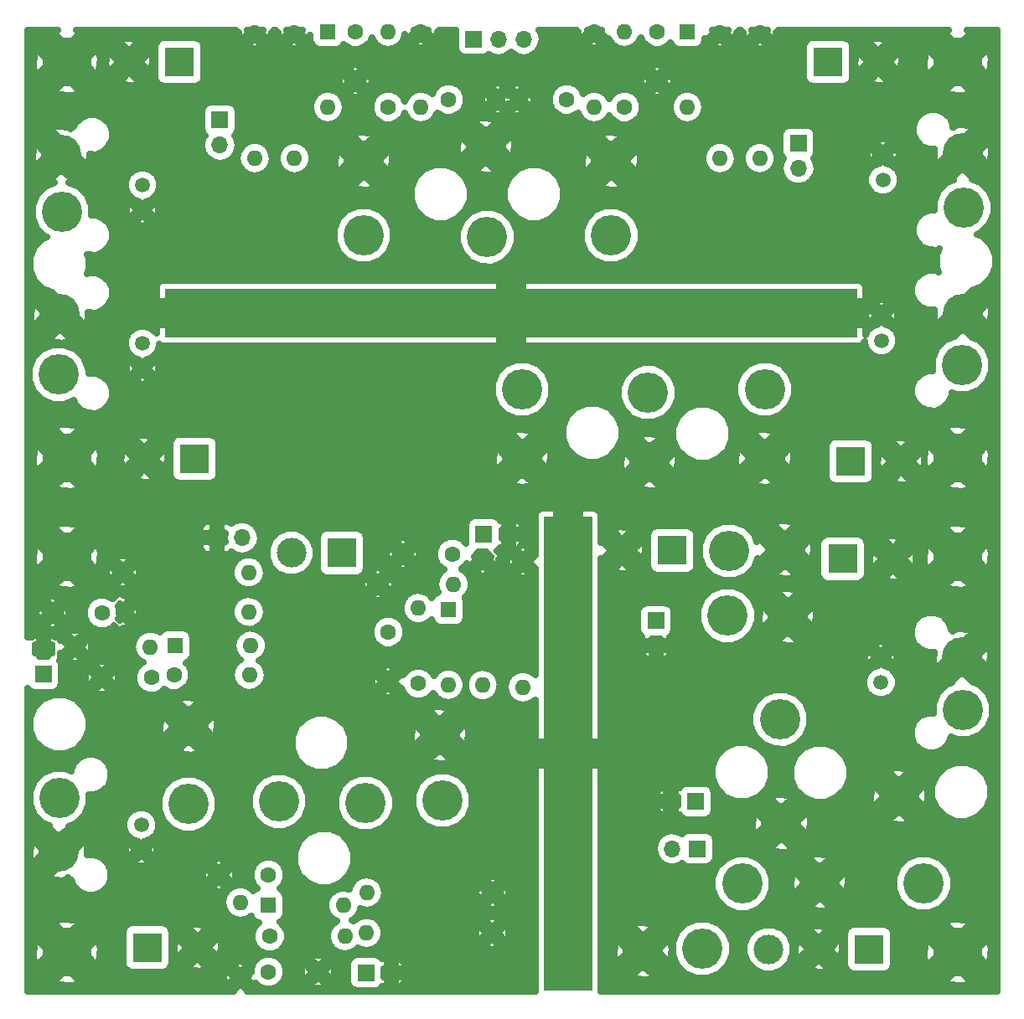
<source format=gbr>
G04 #@! TF.FileFunction,Copper,L1,Top,Signal*
%FSLAX46Y46*%
G04 Gerber Fmt 4.6, Leading zero omitted, Abs format (unit mm)*
G04 Created by KiCad (PCBNEW 4.0.7) date 02/18/19 10:55:45*
%MOMM*%
%LPD*%
G01*
G04 APERTURE LIST*
%ADD10C,0.100000*%
%ADD11R,3.000000X3.000000*%
%ADD12C,3.000000*%
%ADD13C,1.500000*%
%ADD14C,4.064000*%
%ADD15C,5.000000*%
%ADD16C,1.600000*%
%ADD17O,1.600000X1.600000*%
%ADD18R,1.700000X1.700000*%
%ADD19O,1.700000X1.700000*%
%ADD20R,1.600000X1.600000*%
%ADD21R,70.000000X5.000000*%
%ADD22R,5.000000X48.000000*%
%ADD23C,0.635000*%
G04 APERTURE END LIST*
D10*
D11*
X56388000Y-44958000D03*
D12*
X51308000Y-44958000D03*
D11*
X57912000Y-85090000D03*
D12*
X52832000Y-85090000D03*
D13*
X52639000Y-57404000D03*
X52639000Y-59944000D03*
X52639000Y-73406000D03*
X52639000Y-75946000D03*
D11*
X121920000Y-44958000D03*
D12*
X127000000Y-44958000D03*
D11*
X124206000Y-85344000D03*
D12*
X129286000Y-85344000D03*
D14*
X100000000Y-55000000D03*
X75000000Y-62500000D03*
X91008000Y-78064000D03*
X100000000Y-62500000D03*
X115508000Y-78064000D03*
X75000000Y-55000000D03*
X91008000Y-85064000D03*
D15*
X45000000Y-45000000D03*
X135000000Y-45000000D03*
X45000000Y-135000000D03*
X135000000Y-135000000D03*
X135000000Y-85000000D03*
X135000000Y-95000000D03*
X45000000Y-85000000D03*
X45000000Y-95000000D03*
D13*
X127447000Y-56896000D03*
X127447000Y-54356000D03*
X127320000Y-73152000D03*
X127320000Y-70612000D03*
D14*
X115508000Y-85064000D03*
X87325200Y-53543200D03*
X87477600Y-62687200D03*
X103733600Y-78384400D03*
X103886000Y-85445600D03*
D16*
X64000000Y-42000000D03*
D17*
X64000000Y-54700000D03*
D16*
X68000000Y-42000000D03*
D17*
X68000000Y-54700000D03*
D16*
X115000000Y-42000000D03*
D17*
X115000000Y-54700000D03*
D16*
X111000000Y-42000000D03*
D17*
X111000000Y-54700000D03*
D16*
X74168000Y-41910000D03*
X74168000Y-46910000D03*
X83566000Y-48768000D03*
X88566000Y-48768000D03*
X104648000Y-41910000D03*
X104648000Y-46910000D03*
X95504000Y-48768000D03*
X90504000Y-48768000D03*
D18*
X86106000Y-42672000D03*
D19*
X88646000Y-42672000D03*
X91186000Y-42672000D03*
D16*
X77470000Y-49530000D03*
D17*
X77470000Y-41910000D03*
D16*
X80772000Y-41910000D03*
D17*
X80772000Y-49530000D03*
D16*
X101346000Y-49530000D03*
D17*
X101346000Y-41910000D03*
D16*
X98298000Y-41910000D03*
D17*
X98298000Y-49530000D03*
D20*
X71374000Y-41910000D03*
D17*
X71374000Y-49530000D03*
D20*
X107696000Y-41910000D03*
D17*
X107696000Y-49530000D03*
D14*
X44259500Y-70485000D03*
X44450000Y-54356000D03*
X44500800Y-60096400D03*
X44196000Y-76581000D03*
X135636000Y-59690000D03*
X135445500Y-75628500D03*
X135509000Y-54229000D03*
X135521700Y-70446900D03*
D21*
X89877900Y-70358000D03*
D11*
X53136800Y-134518400D03*
D12*
X58216800Y-134518400D03*
D13*
X52512000Y-122110500D03*
X52512000Y-124650500D03*
D14*
X44196000Y-124841000D03*
X44246800Y-119405400D03*
X135453120Y-105166160D03*
X57277000Y-120015000D03*
X75184000Y-119888000D03*
X66421000Y-119761000D03*
X135536940Y-110474760D03*
D11*
X72771000Y-94615000D03*
D12*
X67691000Y-94615000D03*
D14*
X57277000Y-112141000D03*
X82931000Y-119634000D03*
X82677000Y-113030000D03*
D11*
X123383040Y-95219520D03*
D12*
X128463040Y-95219520D03*
D13*
X127264120Y-107736640D03*
X127264120Y-105196640D03*
D18*
X60198000Y-93091000D03*
D19*
X62738000Y-93091000D03*
D14*
X117195600Y-121970800D03*
X117043200Y-111455200D03*
X111760000Y-100965000D03*
X117856000Y-101092000D03*
X113233200Y-128066800D03*
X121056400Y-127965200D03*
D11*
X106172000Y-94361000D03*
D12*
X101092000Y-94361000D03*
D14*
X117538500Y-94297500D03*
X111887000Y-94424500D03*
X109220000Y-134620000D03*
X103212900Y-134874000D03*
D18*
X104521000Y-101473000D03*
D19*
X104521000Y-104013000D03*
D18*
X108712000Y-124523500D03*
D19*
X106172000Y-124523500D03*
D16*
X65379600Y-127182880D03*
X60379600Y-127182880D03*
X65379600Y-136961880D03*
X70379600Y-136961880D03*
X48564800Y-100685600D03*
X43564800Y-100685600D03*
X53543200Y-107238800D03*
X48543200Y-107238800D03*
D20*
X65323720Y-130256280D03*
D17*
X72943720Y-130256280D03*
D20*
X55943500Y-104013000D03*
D17*
X63563500Y-104013000D03*
D16*
X88011000Y-128971040D03*
D17*
X75311000Y-128971040D03*
D16*
X87975440Y-133045200D03*
D17*
X75275440Y-133045200D03*
D16*
X65491360Y-133385560D03*
D17*
X73111360Y-133385560D03*
D16*
X62529720Y-137576560D03*
D17*
X62529720Y-129956560D03*
D16*
X50673000Y-100584000D03*
D17*
X63373000Y-100584000D03*
D16*
X50673000Y-96583500D03*
D17*
X63373000Y-96583500D03*
D16*
X55816500Y-106934000D03*
D17*
X63436500Y-106934000D03*
D16*
X45821600Y-104114600D03*
D17*
X53441600Y-104114600D03*
D16*
X77470000Y-102616000D03*
X77470000Y-107616000D03*
X83947000Y-94742000D03*
X78947000Y-94742000D03*
D20*
X83566000Y-100330000D03*
D17*
X83566000Y-107950000D03*
D18*
X87122000Y-92710000D03*
D19*
X89662000Y-92710000D03*
D18*
X75214480Y-137073640D03*
D19*
X77754480Y-137073640D03*
D18*
X42636440Y-106898440D03*
D19*
X42636440Y-104358440D03*
D16*
X87005160Y-95275400D03*
D17*
X87005160Y-107975400D03*
D16*
X91084400Y-95498920D03*
D17*
X91084400Y-108198920D03*
D16*
X80518000Y-107823000D03*
D17*
X80518000Y-100203000D03*
D16*
X76454000Y-97790000D03*
D17*
X84074000Y-97790000D03*
D22*
X95631000Y-114935000D03*
D18*
X108559600Y-119735600D03*
D19*
X106019600Y-119735600D03*
D18*
X60452000Y-50850800D03*
D19*
X60452000Y-53390800D03*
D18*
X118922800Y-53187600D03*
D19*
X118922800Y-55727600D03*
D14*
X129082800Y-119214900D03*
X131572000Y-128016000D03*
D11*
X126060200Y-134683500D03*
D12*
X120980200Y-134683500D03*
X115900200Y-134683500D03*
D23*
G36*
X43745544Y-42073236D02*
X45000000Y-43327692D01*
X45335877Y-42991815D01*
X50402476Y-42991815D01*
X51308000Y-43897340D01*
X51747339Y-43458000D01*
X53916840Y-43458000D01*
X53916840Y-46458000D01*
X53983257Y-46810975D01*
X54191865Y-47135162D01*
X54510164Y-47352646D01*
X54888000Y-47429160D01*
X57888000Y-47429160D01*
X58240975Y-47362743D01*
X58565162Y-47154135D01*
X58722757Y-46923486D01*
X72510710Y-46923486D01*
X72631702Y-47531758D01*
X72898924Y-47613391D01*
X73602315Y-46910000D01*
X74733685Y-46910000D01*
X75437076Y-47613391D01*
X75704298Y-47531758D01*
X75820152Y-46923486D01*
X102990710Y-46923486D01*
X103111702Y-47531758D01*
X103378924Y-47613391D01*
X104082315Y-46910000D01*
X105213685Y-46910000D01*
X105917076Y-47613391D01*
X106184298Y-47531758D01*
X106305290Y-46896514D01*
X106184298Y-46288242D01*
X105917076Y-46206609D01*
X105213685Y-46910000D01*
X104082315Y-46910000D01*
X103378924Y-46206609D01*
X103111702Y-46288242D01*
X102990710Y-46923486D01*
X75820152Y-46923486D01*
X75825290Y-46896514D01*
X75704298Y-46288242D01*
X75437076Y-46206609D01*
X74733685Y-46910000D01*
X73602315Y-46910000D01*
X72898924Y-46206609D01*
X72631702Y-46288242D01*
X72510710Y-46923486D01*
X58722757Y-46923486D01*
X58782646Y-46835836D01*
X58859160Y-46458000D01*
X58859160Y-45640924D01*
X73464609Y-45640924D01*
X74168000Y-46344315D01*
X74871391Y-45640924D01*
X103944609Y-45640924D01*
X104648000Y-46344315D01*
X105351391Y-45640924D01*
X105269758Y-45373702D01*
X104634514Y-45252710D01*
X104026242Y-45373702D01*
X103944609Y-45640924D01*
X74871391Y-45640924D01*
X74789758Y-45373702D01*
X74154514Y-45252710D01*
X73546242Y-45373702D01*
X73464609Y-45640924D01*
X58859160Y-45640924D01*
X58859160Y-43458000D01*
X58823612Y-43269076D01*
X63296609Y-43269076D01*
X63378242Y-43536298D01*
X64013486Y-43657290D01*
X64621758Y-43536298D01*
X64703391Y-43269076D01*
X67296609Y-43269076D01*
X67378242Y-43536298D01*
X68013486Y-43657290D01*
X68621758Y-43536298D01*
X68703391Y-43269076D01*
X68000000Y-42565685D01*
X67296609Y-43269076D01*
X64703391Y-43269076D01*
X64000000Y-42565685D01*
X63296609Y-43269076D01*
X58823612Y-43269076D01*
X58792743Y-43105025D01*
X58584135Y-42780838D01*
X58265836Y-42563354D01*
X57888000Y-42486840D01*
X54888000Y-42486840D01*
X54535025Y-42553257D01*
X54210838Y-42761865D01*
X53993354Y-43080164D01*
X53916840Y-43458000D01*
X51747339Y-43458000D01*
X52213524Y-42991815D01*
X52023352Y-42697426D01*
X51103814Y-42595749D01*
X50592648Y-42697426D01*
X50402476Y-42991815D01*
X45335877Y-42991815D01*
X46254456Y-42073236D01*
X45922137Y-41744900D01*
X62072590Y-41744900D01*
X62343091Y-42015402D01*
X62463702Y-42621758D01*
X62730924Y-42703391D01*
X63434315Y-42000000D01*
X63179215Y-41744900D01*
X64820785Y-41744900D01*
X64565685Y-42000000D01*
X65269076Y-42703391D01*
X65536298Y-42621758D01*
X65650583Y-42021728D01*
X65927410Y-41744900D01*
X66072590Y-41744900D01*
X66343091Y-42015402D01*
X66463702Y-42621758D01*
X66730924Y-42703391D01*
X67434315Y-42000000D01*
X67179215Y-41744900D01*
X68820785Y-41744900D01*
X68565685Y-42000000D01*
X69269076Y-42703391D01*
X69536298Y-42621758D01*
X69602840Y-42272393D01*
X69602840Y-42710000D01*
X69669257Y-43062975D01*
X69877865Y-43387162D01*
X70196164Y-43604646D01*
X70574000Y-43681160D01*
X72174000Y-43681160D01*
X72526975Y-43614743D01*
X72851162Y-43406135D01*
X72986926Y-43207438D01*
X73173992Y-43394831D01*
X73817877Y-43662196D01*
X74515065Y-43662804D01*
X75159415Y-43396564D01*
X75652831Y-42904008D01*
X75825619Y-42487888D01*
X75850901Y-42614987D01*
X76230795Y-43183539D01*
X76799347Y-43563433D01*
X77470000Y-43696834D01*
X78140653Y-43563433D01*
X78709205Y-43183539D01*
X78712187Y-43179076D01*
X80068609Y-43179076D01*
X80150242Y-43446298D01*
X80785486Y-43567290D01*
X81393758Y-43446298D01*
X81475391Y-43179076D01*
X80772000Y-42475685D01*
X80068609Y-43179076D01*
X78712187Y-43179076D01*
X79089099Y-42614987D01*
X79170678Y-42204860D01*
X79235702Y-42531758D01*
X79502924Y-42613391D01*
X80206315Y-41910000D01*
X80041215Y-41744900D01*
X81502785Y-41744900D01*
X81337685Y-41910000D01*
X82041076Y-42613391D01*
X82308298Y-42531758D01*
X82422583Y-41931728D01*
X82609410Y-41744900D01*
X84300453Y-41744900D01*
X84284840Y-41822000D01*
X84284840Y-43522000D01*
X84351257Y-43874975D01*
X84559865Y-44199162D01*
X84878164Y-44416646D01*
X85256000Y-44493160D01*
X86956000Y-44493160D01*
X87308975Y-44426743D01*
X87633162Y-44218135D01*
X87661958Y-44175991D01*
X87956213Y-44372606D01*
X88646000Y-44509813D01*
X89335787Y-44372606D01*
X89916000Y-43984920D01*
X90496213Y-44372606D01*
X91186000Y-44509813D01*
X91875787Y-44372606D01*
X92460560Y-43981873D01*
X92851293Y-43397100D01*
X92894660Y-43179076D01*
X97594609Y-43179076D01*
X97676242Y-43446298D01*
X98311486Y-43567290D01*
X98919758Y-43446298D01*
X99001391Y-43179076D01*
X98298000Y-42475685D01*
X97594609Y-43179076D01*
X92894660Y-43179076D01*
X92988500Y-42707313D01*
X92988500Y-42636687D01*
X92851293Y-41946900D01*
X92716321Y-41744900D01*
X96460590Y-41744900D01*
X96641091Y-41925402D01*
X96761702Y-42531758D01*
X97028924Y-42613391D01*
X97732315Y-41910000D01*
X97567215Y-41744900D01*
X99028785Y-41744900D01*
X98863685Y-41910000D01*
X99567076Y-42613391D01*
X99717446Y-42567455D01*
X99726901Y-42614987D01*
X100106795Y-43183539D01*
X100675347Y-43563433D01*
X101346000Y-43696834D01*
X102016653Y-43563433D01*
X102585205Y-43183539D01*
X102965099Y-42614987D01*
X102990442Y-42487578D01*
X103161436Y-42901415D01*
X103653992Y-43394831D01*
X104297877Y-43662196D01*
X104995065Y-43662804D01*
X105639415Y-43396564D01*
X105988463Y-43048125D01*
X105991257Y-43062975D01*
X106199865Y-43387162D01*
X106518164Y-43604646D01*
X106896000Y-43681160D01*
X108496000Y-43681160D01*
X108848975Y-43614743D01*
X109173162Y-43406135D01*
X109266810Y-43269076D01*
X110296609Y-43269076D01*
X110378242Y-43536298D01*
X111013486Y-43657290D01*
X111621758Y-43536298D01*
X111703391Y-43269076D01*
X114296609Y-43269076D01*
X114378242Y-43536298D01*
X115013486Y-43657290D01*
X115621758Y-43536298D01*
X115645677Y-43458000D01*
X119448840Y-43458000D01*
X119448840Y-46458000D01*
X119515257Y-46810975D01*
X119723865Y-47135162D01*
X120042164Y-47352646D01*
X120420000Y-47429160D01*
X123420000Y-47429160D01*
X123772975Y-47362743D01*
X124097162Y-47154135D01*
X124254279Y-46924185D01*
X126094476Y-46924185D01*
X126284648Y-47218574D01*
X127204186Y-47320251D01*
X127715352Y-47218574D01*
X127905524Y-46924185D01*
X127000000Y-46018660D01*
X126094476Y-46924185D01*
X124254279Y-46924185D01*
X124314646Y-46835836D01*
X124391160Y-46458000D01*
X124391160Y-45162186D01*
X124637749Y-45162186D01*
X124739426Y-45673352D01*
X125033815Y-45863524D01*
X125939340Y-44958000D01*
X128060660Y-44958000D01*
X128966185Y-45863524D01*
X129260574Y-45673352D01*
X129289915Y-45407993D01*
X131633986Y-45407993D01*
X131734076Y-45911182D01*
X132073236Y-46254456D01*
X133327692Y-45000000D01*
X136672308Y-45000000D01*
X137926764Y-46254456D01*
X138265924Y-45911182D01*
X138366014Y-44592007D01*
X138265924Y-44088818D01*
X137926764Y-43745544D01*
X136672308Y-45000000D01*
X133327692Y-45000000D01*
X132073236Y-43745544D01*
X131734076Y-44088818D01*
X131633986Y-45407993D01*
X129289915Y-45407993D01*
X129362251Y-44753814D01*
X129260574Y-44242648D01*
X128966185Y-44052476D01*
X128060660Y-44958000D01*
X125939340Y-44958000D01*
X125033815Y-44052476D01*
X124739426Y-44242648D01*
X124637749Y-45162186D01*
X124391160Y-45162186D01*
X124391160Y-43458000D01*
X124324743Y-43105025D01*
X124251895Y-42991815D01*
X126094476Y-42991815D01*
X127000000Y-43897340D01*
X127905524Y-42991815D01*
X127715352Y-42697426D01*
X126795814Y-42595749D01*
X126284648Y-42697426D01*
X126094476Y-42991815D01*
X124251895Y-42991815D01*
X124116135Y-42780838D01*
X123797836Y-42563354D01*
X123420000Y-42486840D01*
X120420000Y-42486840D01*
X120067025Y-42553257D01*
X119742838Y-42761865D01*
X119525354Y-43080164D01*
X119448840Y-43458000D01*
X115645677Y-43458000D01*
X115703391Y-43269076D01*
X115000000Y-42565685D01*
X114296609Y-43269076D01*
X111703391Y-43269076D01*
X111000000Y-42565685D01*
X110296609Y-43269076D01*
X109266810Y-43269076D01*
X109390646Y-43087836D01*
X109467160Y-42710000D01*
X109467160Y-42622814D01*
X109730924Y-42703391D01*
X110434315Y-42000000D01*
X110179215Y-41744900D01*
X111820785Y-41744900D01*
X111565685Y-42000000D01*
X112269076Y-42703391D01*
X112536298Y-42621758D01*
X112650583Y-42021728D01*
X112927410Y-41744900D01*
X113072590Y-41744900D01*
X113343091Y-42015402D01*
X113463702Y-42621758D01*
X113730924Y-42703391D01*
X114434315Y-42000000D01*
X114179215Y-41744900D01*
X115820785Y-41744900D01*
X115565685Y-42000000D01*
X116269076Y-42703391D01*
X116536298Y-42621758D01*
X116650583Y-42021728D01*
X116927410Y-41744900D01*
X134077863Y-41744900D01*
X133745544Y-42073236D01*
X135000000Y-43327692D01*
X136254456Y-42073236D01*
X135922137Y-41744900D01*
X138972500Y-41744900D01*
X138972500Y-138972500D01*
X98956500Y-138972500D01*
X98956500Y-137926764D01*
X133745544Y-137926764D01*
X134088818Y-138265924D01*
X135407993Y-138366014D01*
X135911182Y-138265924D01*
X136254456Y-137926764D01*
X135000000Y-136672308D01*
X133745544Y-137926764D01*
X98956500Y-137926764D01*
X98956500Y-137366705D01*
X102157036Y-137366705D01*
X102429861Y-137680283D01*
X103563385Y-137766324D01*
X103995939Y-137680283D01*
X104268764Y-137366705D01*
X103212900Y-136310841D01*
X102157036Y-137366705D01*
X98956500Y-137366705D01*
X98956500Y-135224485D01*
X100320576Y-135224485D01*
X100406617Y-135657039D01*
X100720195Y-135929864D01*
X101776059Y-134874000D01*
X104649741Y-134874000D01*
X105705605Y-135929864D01*
X106019183Y-135657039D01*
X106053036Y-135211049D01*
X106234983Y-135211049D01*
X106688389Y-136308375D01*
X107527209Y-137148661D01*
X108623742Y-137603981D01*
X109811049Y-137605017D01*
X110908375Y-137151611D01*
X111748661Y-136312791D01*
X112203981Y-135216258D01*
X112204022Y-135169192D01*
X113447276Y-135169192D01*
X113819860Y-136070915D01*
X114509157Y-136761416D01*
X115410227Y-137135573D01*
X116385892Y-137136424D01*
X117287615Y-136763840D01*
X117401969Y-136649685D01*
X120074676Y-136649685D01*
X120264848Y-136944074D01*
X121184386Y-137045751D01*
X121695552Y-136944074D01*
X121885724Y-136649685D01*
X120980200Y-135744160D01*
X120074676Y-136649685D01*
X117401969Y-136649685D01*
X117978116Y-136074543D01*
X118352273Y-135173473D01*
X118352522Y-134887686D01*
X118617949Y-134887686D01*
X118719626Y-135398852D01*
X119014015Y-135589024D01*
X119919540Y-134683500D01*
X122040860Y-134683500D01*
X122946385Y-135589024D01*
X123240774Y-135398852D01*
X123342451Y-134479314D01*
X123240774Y-133968148D01*
X122946385Y-133777976D01*
X122040860Y-134683500D01*
X119919540Y-134683500D01*
X119014015Y-133777976D01*
X118719626Y-133968148D01*
X118617949Y-134887686D01*
X118352522Y-134887686D01*
X118353124Y-134197808D01*
X117980540Y-133296085D01*
X117402780Y-132717315D01*
X120074676Y-132717315D01*
X120980200Y-133622840D01*
X121419539Y-133183500D01*
X123589040Y-133183500D01*
X123589040Y-136183500D01*
X123655457Y-136536475D01*
X123864065Y-136860662D01*
X124182364Y-137078146D01*
X124560200Y-137154660D01*
X127560200Y-137154660D01*
X127913175Y-137088243D01*
X128237362Y-136879635D01*
X128454846Y-136561336D01*
X128531360Y-136183500D01*
X128531360Y-135407993D01*
X131633986Y-135407993D01*
X131734076Y-135911182D01*
X132073236Y-136254456D01*
X133327692Y-135000000D01*
X136672308Y-135000000D01*
X137926764Y-136254456D01*
X138265924Y-135911182D01*
X138366014Y-134592007D01*
X138265924Y-134088818D01*
X137926764Y-133745544D01*
X136672308Y-135000000D01*
X133327692Y-135000000D01*
X132073236Y-133745544D01*
X131734076Y-134088818D01*
X131633986Y-135407993D01*
X128531360Y-135407993D01*
X128531360Y-133183500D01*
X128464943Y-132830525D01*
X128256335Y-132506338D01*
X127938036Y-132288854D01*
X127560200Y-132212340D01*
X124560200Y-132212340D01*
X124207225Y-132278757D01*
X123883038Y-132487365D01*
X123665554Y-132805664D01*
X123589040Y-133183500D01*
X121419539Y-133183500D01*
X121885724Y-132717315D01*
X121695552Y-132422926D01*
X120776014Y-132321249D01*
X120264848Y-132422926D01*
X120074676Y-132717315D01*
X117402780Y-132717315D01*
X117291243Y-132605584D01*
X116390173Y-132231427D01*
X115414508Y-132230576D01*
X114512785Y-132603160D01*
X113822284Y-133292457D01*
X113448127Y-134193527D01*
X113447276Y-135169192D01*
X112204022Y-135169192D01*
X112205017Y-134028951D01*
X111751611Y-132931625D01*
X110912791Y-132091339D01*
X110869195Y-132073236D01*
X133745544Y-132073236D01*
X135000000Y-133327692D01*
X136254456Y-132073236D01*
X135911182Y-131734076D01*
X134592007Y-131633986D01*
X134088818Y-131734076D01*
X133745544Y-132073236D01*
X110869195Y-132073236D01*
X109816258Y-131636019D01*
X108628951Y-131634983D01*
X107531625Y-132088389D01*
X106691339Y-132927209D01*
X106236019Y-134023742D01*
X106234983Y-135211049D01*
X106053036Y-135211049D01*
X106105224Y-134523515D01*
X106019183Y-134090961D01*
X105705605Y-133818136D01*
X104649741Y-134874000D01*
X101776059Y-134874000D01*
X100720195Y-133818136D01*
X100406617Y-134090961D01*
X100320576Y-135224485D01*
X98956500Y-135224485D01*
X98956500Y-132381295D01*
X102157036Y-132381295D01*
X103212900Y-133437159D01*
X104268764Y-132381295D01*
X103995939Y-132067717D01*
X102862415Y-131981676D01*
X102429861Y-132067717D01*
X102157036Y-132381295D01*
X98956500Y-132381295D01*
X98956500Y-128657849D01*
X110248183Y-128657849D01*
X110701589Y-129755175D01*
X111540409Y-130595461D01*
X112636942Y-131050781D01*
X113824249Y-131051817D01*
X114921575Y-130598411D01*
X115062326Y-130457905D01*
X120000536Y-130457905D01*
X120273361Y-130771483D01*
X121406885Y-130857524D01*
X121839439Y-130771483D01*
X122112264Y-130457905D01*
X121056400Y-129402041D01*
X120000536Y-130457905D01*
X115062326Y-130457905D01*
X115761861Y-129759591D01*
X116217181Y-128663058D01*
X116217484Y-128315685D01*
X118164076Y-128315685D01*
X118250117Y-128748239D01*
X118563695Y-129021064D01*
X119619559Y-127965200D01*
X122493241Y-127965200D01*
X123549105Y-129021064D01*
X123862683Y-128748239D01*
X123873400Y-128607049D01*
X128586983Y-128607049D01*
X129040389Y-129704375D01*
X129879209Y-130544661D01*
X130975742Y-130999981D01*
X132163049Y-131001017D01*
X133260375Y-130547611D01*
X134100661Y-129708791D01*
X134555981Y-128612258D01*
X134557017Y-127424951D01*
X134103611Y-126327625D01*
X133264791Y-125487339D01*
X132168258Y-125032019D01*
X130980951Y-125030983D01*
X129883625Y-125484389D01*
X129043339Y-126323209D01*
X128588019Y-127419742D01*
X128586983Y-128607049D01*
X123873400Y-128607049D01*
X123948724Y-127614715D01*
X123862683Y-127182161D01*
X123549105Y-126909336D01*
X122493241Y-127965200D01*
X119619559Y-127965200D01*
X118563695Y-126909336D01*
X118250117Y-127182161D01*
X118164076Y-128315685D01*
X116217484Y-128315685D01*
X116218217Y-127475751D01*
X115764811Y-126378425D01*
X114925991Y-125538139D01*
X114767903Y-125472495D01*
X120000536Y-125472495D01*
X121056400Y-126528359D01*
X122112264Y-125472495D01*
X121839439Y-125158917D01*
X120705915Y-125072876D01*
X120273361Y-125158917D01*
X120000536Y-125472495D01*
X114767903Y-125472495D01*
X113829458Y-125082819D01*
X112642151Y-125081783D01*
X111544825Y-125535189D01*
X110704539Y-126374009D01*
X110249219Y-127470542D01*
X110248183Y-128657849D01*
X98956500Y-128657849D01*
X98956500Y-124488187D01*
X104369500Y-124488187D01*
X104369500Y-124558813D01*
X104506707Y-125248600D01*
X104897440Y-125833373D01*
X105482213Y-126224106D01*
X106172000Y-126361313D01*
X106861787Y-126224106D01*
X107152485Y-126029868D01*
X107165865Y-126050662D01*
X107484164Y-126268146D01*
X107862000Y-126344660D01*
X109562000Y-126344660D01*
X109914975Y-126278243D01*
X110239162Y-126069635D01*
X110456646Y-125751336D01*
X110533160Y-125373500D01*
X110533160Y-124463505D01*
X116139736Y-124463505D01*
X116412561Y-124777083D01*
X117546085Y-124863124D01*
X117978639Y-124777083D01*
X118251464Y-124463505D01*
X117195600Y-123407641D01*
X116139736Y-124463505D01*
X110533160Y-124463505D01*
X110533160Y-123673500D01*
X110466743Y-123320525D01*
X110258135Y-122996338D01*
X109939836Y-122778854D01*
X109562000Y-122702340D01*
X107862000Y-122702340D01*
X107509025Y-122768757D01*
X107184838Y-122977365D01*
X107156042Y-123019509D01*
X106861787Y-122822894D01*
X106172000Y-122685687D01*
X105482213Y-122822894D01*
X104897440Y-123213627D01*
X104506707Y-123798400D01*
X104369500Y-124488187D01*
X98956500Y-124488187D01*
X98956500Y-122321285D01*
X114303276Y-122321285D01*
X114389317Y-122753839D01*
X114702895Y-123026664D01*
X115758759Y-121970800D01*
X118632441Y-121970800D01*
X119688305Y-123026664D01*
X120001883Y-122753839D01*
X120081298Y-121707605D01*
X128026936Y-121707605D01*
X128299761Y-122021183D01*
X129433285Y-122107224D01*
X129865839Y-122021183D01*
X130138664Y-121707605D01*
X129082800Y-120651741D01*
X128026936Y-121707605D01*
X120081298Y-121707605D01*
X120087924Y-121620315D01*
X120001883Y-121187761D01*
X119688305Y-120914936D01*
X118632441Y-121970800D01*
X115758759Y-121970800D01*
X114702895Y-120914936D01*
X114389317Y-121187761D01*
X114303276Y-122321285D01*
X98956500Y-122321285D01*
X98956500Y-120408906D01*
X104485307Y-120408906D01*
X104859761Y-120944802D01*
X105346299Y-121269864D01*
X105594600Y-121141908D01*
X105594600Y-120160600D01*
X104605243Y-120160600D01*
X104485307Y-120408906D01*
X98956500Y-120408906D01*
X98956500Y-119062294D01*
X104485307Y-119062294D01*
X104605243Y-119310600D01*
X105594600Y-119310600D01*
X105594600Y-118329292D01*
X106444600Y-118329292D01*
X106444600Y-119310600D01*
X106738440Y-119310600D01*
X106738440Y-120160600D01*
X106444600Y-120160600D01*
X106444600Y-121141908D01*
X106692901Y-121269864D01*
X106920281Y-121117949D01*
X107013465Y-121262762D01*
X107331764Y-121480246D01*
X107709600Y-121556760D01*
X109409600Y-121556760D01*
X109762575Y-121490343D01*
X110086762Y-121281735D01*
X110304246Y-120963436D01*
X110380760Y-120585600D01*
X110380760Y-118885600D01*
X110314343Y-118532625D01*
X110105735Y-118208438D01*
X109787436Y-117990954D01*
X109409600Y-117914440D01*
X107709600Y-117914440D01*
X107356625Y-117980857D01*
X107032438Y-118189465D01*
X106920450Y-118353365D01*
X106692901Y-118201336D01*
X106444600Y-118329292D01*
X105594600Y-118329292D01*
X105346299Y-118201336D01*
X104859761Y-118526398D01*
X104485307Y-119062294D01*
X98956500Y-119062294D01*
X98956500Y-117373912D01*
X110229389Y-117373912D01*
X110677933Y-118459472D01*
X111507759Y-119290748D01*
X112592535Y-119741186D01*
X113767112Y-119742211D01*
X114406321Y-119478095D01*
X116139736Y-119478095D01*
X117195600Y-120533959D01*
X118251464Y-119478095D01*
X117978639Y-119164517D01*
X116845115Y-119078476D01*
X116412561Y-119164517D01*
X116139736Y-119478095D01*
X114406321Y-119478095D01*
X114852672Y-119293667D01*
X115683948Y-118463841D01*
X116115431Y-117424712D01*
X118154189Y-117424712D01*
X118602733Y-118510272D01*
X119432559Y-119341548D01*
X120517335Y-119791986D01*
X121691912Y-119793011D01*
X122242809Y-119565385D01*
X126190476Y-119565385D01*
X126276517Y-119997939D01*
X126590095Y-120270764D01*
X127645959Y-119214900D01*
X130519641Y-119214900D01*
X131575505Y-120270764D01*
X131889083Y-119997939D01*
X131937877Y-119355112D01*
X132428989Y-119355112D01*
X132877533Y-120440672D01*
X133707359Y-121271948D01*
X134792135Y-121722386D01*
X135966712Y-121723411D01*
X137052272Y-121274867D01*
X137883548Y-120445041D01*
X138333986Y-119360265D01*
X138335011Y-118185688D01*
X137886467Y-117100128D01*
X137056641Y-116268852D01*
X135971865Y-115818414D01*
X134797288Y-115817389D01*
X133711728Y-116265933D01*
X132880452Y-117095759D01*
X132430014Y-118180535D01*
X132428989Y-119355112D01*
X131937877Y-119355112D01*
X131975124Y-118864415D01*
X131889083Y-118431861D01*
X131575505Y-118159036D01*
X130519641Y-119214900D01*
X127645959Y-119214900D01*
X126590095Y-118159036D01*
X126276517Y-118431861D01*
X126190476Y-119565385D01*
X122242809Y-119565385D01*
X122777472Y-119344467D01*
X123608748Y-118514641D01*
X124059186Y-117429865D01*
X124059803Y-116722195D01*
X128026936Y-116722195D01*
X129082800Y-117778059D01*
X130138664Y-116722195D01*
X129865839Y-116408617D01*
X128732315Y-116322576D01*
X128299761Y-116408617D01*
X128026936Y-116722195D01*
X124059803Y-116722195D01*
X124060211Y-116255288D01*
X123611667Y-115169728D01*
X122781841Y-114338452D01*
X121697065Y-113888014D01*
X120522488Y-113886989D01*
X119436928Y-114335533D01*
X118605652Y-115165359D01*
X118155214Y-116250135D01*
X118154189Y-117424712D01*
X116115431Y-117424712D01*
X116134386Y-117379065D01*
X116135411Y-116204488D01*
X115686867Y-115118928D01*
X114857041Y-114287652D01*
X113772265Y-113837214D01*
X112597688Y-113836189D01*
X111512128Y-114284733D01*
X110680852Y-115114559D01*
X110230414Y-116199335D01*
X110229389Y-117373912D01*
X98956500Y-117373912D01*
X98956500Y-116323875D01*
X98750125Y-116117500D01*
X96813500Y-116117500D01*
X96813500Y-116137500D01*
X94448500Y-116137500D01*
X94448500Y-116117500D01*
X92511875Y-116117500D01*
X92305500Y-116323875D01*
X92305500Y-138972500D01*
X63194356Y-138972500D01*
X63233111Y-138845636D01*
X62529720Y-138142245D01*
X61826329Y-138845636D01*
X61865084Y-138972500D01*
X41027500Y-138972500D01*
X41027500Y-137926764D01*
X43745544Y-137926764D01*
X44088818Y-138265924D01*
X45407993Y-138366014D01*
X45911182Y-138265924D01*
X46254456Y-137926764D01*
X45917738Y-137590046D01*
X60872430Y-137590046D01*
X60993422Y-138198318D01*
X61260644Y-138279951D01*
X61964035Y-137576560D01*
X63095405Y-137576560D01*
X63798796Y-138279951D01*
X64066018Y-138198318D01*
X64077492Y-138138074D01*
X64385592Y-138446711D01*
X65029477Y-138714076D01*
X65726665Y-138714684D01*
X66371015Y-138448444D01*
X66588882Y-138230956D01*
X69676209Y-138230956D01*
X69757842Y-138498178D01*
X70393086Y-138619170D01*
X71001358Y-138498178D01*
X71082991Y-138230956D01*
X70379600Y-137527565D01*
X69676209Y-138230956D01*
X66588882Y-138230956D01*
X66864431Y-137955888D01*
X67131796Y-137312003D01*
X67132089Y-136975366D01*
X68722310Y-136975366D01*
X68843302Y-137583638D01*
X69110524Y-137665271D01*
X69813915Y-136961880D01*
X70945285Y-136961880D01*
X71648676Y-137665271D01*
X71915898Y-137583638D01*
X72036890Y-136948394D01*
X71915898Y-136340122D01*
X71648676Y-136258489D01*
X70945285Y-136961880D01*
X69813915Y-136961880D01*
X69110524Y-136258489D01*
X68843302Y-136340122D01*
X68722310Y-136975366D01*
X67132089Y-136975366D01*
X67132404Y-136614815D01*
X66866164Y-135970465D01*
X66588987Y-135692804D01*
X69676209Y-135692804D01*
X70379600Y-136396195D01*
X70552155Y-136223640D01*
X73393320Y-136223640D01*
X73393320Y-137923640D01*
X73459737Y-138276615D01*
X73668345Y-138600802D01*
X73986644Y-138818286D01*
X74364480Y-138894800D01*
X76064480Y-138894800D01*
X76417455Y-138828383D01*
X76741642Y-138619775D01*
X76853630Y-138455875D01*
X77081179Y-138607904D01*
X77329480Y-138479948D01*
X77329480Y-137498640D01*
X78179480Y-137498640D01*
X78179480Y-138479948D01*
X78427781Y-138607904D01*
X78914319Y-138282842D01*
X79288773Y-137746946D01*
X79168837Y-137498640D01*
X78179480Y-137498640D01*
X77329480Y-137498640D01*
X77035640Y-137498640D01*
X77035640Y-136648640D01*
X77329480Y-136648640D01*
X77329480Y-135667332D01*
X78179480Y-135667332D01*
X78179480Y-136648640D01*
X79168837Y-136648640D01*
X79288773Y-136400334D01*
X78914319Y-135864438D01*
X78427781Y-135539376D01*
X78179480Y-135667332D01*
X77329480Y-135667332D01*
X77081179Y-135539376D01*
X76853799Y-135691291D01*
X76760615Y-135546478D01*
X76442316Y-135328994D01*
X76064480Y-135252480D01*
X74364480Y-135252480D01*
X74011505Y-135318897D01*
X73687318Y-135527505D01*
X73469834Y-135845804D01*
X73393320Y-136223640D01*
X70552155Y-136223640D01*
X71082991Y-135692804D01*
X71001358Y-135425582D01*
X70366114Y-135304590D01*
X69757842Y-135425582D01*
X69676209Y-135692804D01*
X66588987Y-135692804D01*
X66373608Y-135477049D01*
X65729723Y-135209684D01*
X65032535Y-135209076D01*
X64388185Y-135475316D01*
X63894769Y-135967872D01*
X63627404Y-136611757D01*
X63627026Y-137044939D01*
X63095405Y-137576560D01*
X61964035Y-137576560D01*
X61260644Y-136873169D01*
X60993422Y-136954802D01*
X60872430Y-137590046D01*
X45917738Y-137590046D01*
X45000000Y-136672308D01*
X43745544Y-137926764D01*
X41027500Y-137926764D01*
X41027500Y-135407993D01*
X41633986Y-135407993D01*
X41734076Y-135911182D01*
X42073236Y-136254456D01*
X43327692Y-135000000D01*
X46672308Y-135000000D01*
X47926764Y-136254456D01*
X48265924Y-135911182D01*
X48366014Y-134592007D01*
X48265924Y-134088818D01*
X47926764Y-133745544D01*
X46672308Y-135000000D01*
X43327692Y-135000000D01*
X42073236Y-133745544D01*
X41734076Y-134088818D01*
X41633986Y-135407993D01*
X41027500Y-135407993D01*
X41027500Y-132073236D01*
X43745544Y-132073236D01*
X45000000Y-133327692D01*
X45309292Y-133018400D01*
X50665640Y-133018400D01*
X50665640Y-136018400D01*
X50732057Y-136371375D01*
X50940665Y-136695562D01*
X51258964Y-136913046D01*
X51636800Y-136989560D01*
X54636800Y-136989560D01*
X54989775Y-136923143D01*
X55313962Y-136714535D01*
X55471079Y-136484585D01*
X57311276Y-136484585D01*
X57501448Y-136778974D01*
X58420986Y-136880651D01*
X58932152Y-136778974D01*
X59122324Y-136484585D01*
X58945224Y-136307484D01*
X61826329Y-136307484D01*
X62529720Y-137010875D01*
X63233111Y-136307484D01*
X63151478Y-136040262D01*
X62516234Y-135919270D01*
X61907962Y-136040262D01*
X61826329Y-136307484D01*
X58945224Y-136307484D01*
X58216800Y-135579060D01*
X57311276Y-136484585D01*
X55471079Y-136484585D01*
X55531446Y-136396236D01*
X55607960Y-136018400D01*
X55607960Y-134722586D01*
X55854549Y-134722586D01*
X55956226Y-135233752D01*
X56250615Y-135423924D01*
X57156140Y-134518400D01*
X59277460Y-134518400D01*
X60182985Y-135423924D01*
X60477374Y-135233752D01*
X60579051Y-134314214D01*
X60477374Y-133803048D01*
X60182985Y-133612876D01*
X59277460Y-134518400D01*
X57156140Y-134518400D01*
X56250615Y-133612876D01*
X55956226Y-133803048D01*
X55854549Y-134722586D01*
X55607960Y-134722586D01*
X55607960Y-133018400D01*
X55541543Y-132665425D01*
X55468695Y-132552215D01*
X57311276Y-132552215D01*
X58216800Y-133457740D01*
X59122324Y-132552215D01*
X58932152Y-132257826D01*
X58012614Y-132156149D01*
X57501448Y-132257826D01*
X57311276Y-132552215D01*
X55468695Y-132552215D01*
X55332935Y-132341238D01*
X55014636Y-132123754D01*
X54636800Y-132047240D01*
X51636800Y-132047240D01*
X51283825Y-132113657D01*
X50959638Y-132322265D01*
X50742154Y-132640564D01*
X50665640Y-133018400D01*
X45309292Y-133018400D01*
X46254456Y-132073236D01*
X45911182Y-131734076D01*
X44592007Y-131633986D01*
X44088818Y-131734076D01*
X43745544Y-132073236D01*
X41027500Y-132073236D01*
X41027500Y-129922226D01*
X60777220Y-129922226D01*
X60777220Y-129990894D01*
X60910621Y-130661547D01*
X61290515Y-131230099D01*
X61859067Y-131609993D01*
X62529720Y-131743394D01*
X63200373Y-131609993D01*
X63605778Y-131339110D01*
X63618977Y-131409255D01*
X63827585Y-131733442D01*
X64145884Y-131950926D01*
X64396986Y-132001776D01*
X64006529Y-132391552D01*
X63739164Y-133035437D01*
X63738556Y-133732625D01*
X64004796Y-134376975D01*
X64497352Y-134870391D01*
X65141237Y-135137756D01*
X65838425Y-135138364D01*
X66482775Y-134872124D01*
X66976191Y-134379568D01*
X67243556Y-133735683D01*
X67244164Y-133038495D01*
X66977924Y-132394145D01*
X66518624Y-131934043D01*
X66800882Y-131752415D01*
X67018366Y-131434116D01*
X67094880Y-131056280D01*
X67094880Y-130256280D01*
X71156886Y-130256280D01*
X71290287Y-130926933D01*
X71670181Y-131495485D01*
X72238733Y-131875379D01*
X72242303Y-131876089D01*
X71837821Y-132146355D01*
X71457927Y-132714907D01*
X71324526Y-133385560D01*
X71457927Y-134056213D01*
X71837821Y-134624765D01*
X72406373Y-135004659D01*
X73077026Y-135138060D01*
X73145694Y-135138060D01*
X73816347Y-135004659D01*
X74384899Y-134624765D01*
X74423909Y-134566382D01*
X74570453Y-134664299D01*
X75241106Y-134797700D01*
X75309774Y-134797700D01*
X75980427Y-134664299D01*
X76504273Y-134314276D01*
X87272049Y-134314276D01*
X87353682Y-134581498D01*
X87988926Y-134702490D01*
X88597198Y-134581498D01*
X88678831Y-134314276D01*
X87975440Y-133610885D01*
X87272049Y-134314276D01*
X76504273Y-134314276D01*
X76548979Y-134284405D01*
X76928873Y-133715853D01*
X77059591Y-133058686D01*
X86318150Y-133058686D01*
X86439142Y-133666958D01*
X86706364Y-133748591D01*
X87409755Y-133045200D01*
X88541125Y-133045200D01*
X89244516Y-133748591D01*
X89511738Y-133666958D01*
X89632730Y-133031714D01*
X89511738Y-132423442D01*
X89244516Y-132341809D01*
X88541125Y-133045200D01*
X87409755Y-133045200D01*
X86706364Y-132341809D01*
X86439142Y-132423442D01*
X86318150Y-133058686D01*
X77059591Y-133058686D01*
X77062274Y-133045200D01*
X76928873Y-132374547D01*
X76548979Y-131805995D01*
X76504274Y-131776124D01*
X87272049Y-131776124D01*
X87975440Y-132479515D01*
X88678831Y-131776124D01*
X88597198Y-131508902D01*
X87961954Y-131387910D01*
X87353682Y-131508902D01*
X87272049Y-131776124D01*
X76504274Y-131776124D01*
X75980427Y-131426101D01*
X75309774Y-131292700D01*
X75241106Y-131292700D01*
X74570453Y-131426101D01*
X74001901Y-131805995D01*
X73962891Y-131864378D01*
X73816347Y-131766461D01*
X73812777Y-131765751D01*
X74217259Y-131495485D01*
X74597153Y-130926933D01*
X74661933Y-130601262D01*
X75276666Y-130723540D01*
X75345334Y-130723540D01*
X76015987Y-130590139D01*
X76539833Y-130240116D01*
X87307609Y-130240116D01*
X87389242Y-130507338D01*
X88024486Y-130628330D01*
X88632758Y-130507338D01*
X88714391Y-130240116D01*
X88011000Y-129536725D01*
X87307609Y-130240116D01*
X76539833Y-130240116D01*
X76584539Y-130210245D01*
X76964433Y-129641693D01*
X77095151Y-128984526D01*
X86353710Y-128984526D01*
X86474702Y-129592798D01*
X86741924Y-129674431D01*
X87445315Y-128971040D01*
X88576685Y-128971040D01*
X89280076Y-129674431D01*
X89547298Y-129592798D01*
X89668290Y-128957554D01*
X89547298Y-128349282D01*
X89280076Y-128267649D01*
X88576685Y-128971040D01*
X87445315Y-128971040D01*
X86741924Y-128267649D01*
X86474702Y-128349282D01*
X86353710Y-128984526D01*
X77095151Y-128984526D01*
X77097834Y-128971040D01*
X76964433Y-128300387D01*
X76584539Y-127731835D01*
X76539834Y-127701964D01*
X87307609Y-127701964D01*
X88011000Y-128405355D01*
X88714391Y-127701964D01*
X88632758Y-127434742D01*
X87997514Y-127313750D01*
X87389242Y-127434742D01*
X87307609Y-127701964D01*
X76539834Y-127701964D01*
X76015987Y-127351941D01*
X75345334Y-127218540D01*
X75276666Y-127218540D01*
X74606013Y-127351941D01*
X74037461Y-127731835D01*
X73657567Y-128300387D01*
X73592787Y-128626058D01*
X72978054Y-128503780D01*
X72909386Y-128503780D01*
X72238733Y-128637181D01*
X71670181Y-129017075D01*
X71290287Y-129585627D01*
X71156886Y-130256280D01*
X67094880Y-130256280D01*
X67094880Y-129456280D01*
X67028463Y-129103305D01*
X66819855Y-128779118D01*
X66501556Y-128561634D01*
X66482815Y-128557839D01*
X66864431Y-128176888D01*
X67131796Y-127533003D01*
X67132404Y-126835815D01*
X66866164Y-126191465D01*
X66735639Y-126060712D01*
X68039989Y-126060712D01*
X68488533Y-127146272D01*
X69318359Y-127977548D01*
X70403135Y-128427986D01*
X71577712Y-128429011D01*
X72663272Y-127980467D01*
X73494548Y-127150641D01*
X73944986Y-126065865D01*
X73946011Y-124891288D01*
X73497467Y-123805728D01*
X72667641Y-122974452D01*
X71582865Y-122524014D01*
X70408288Y-122522989D01*
X69322728Y-122971533D01*
X68491452Y-123801359D01*
X68041014Y-124886135D01*
X68039989Y-126060712D01*
X66735639Y-126060712D01*
X66373608Y-125698049D01*
X65729723Y-125430684D01*
X65032535Y-125430076D01*
X64388185Y-125696316D01*
X63894769Y-126188872D01*
X63627404Y-126832757D01*
X63626796Y-127529945D01*
X63893036Y-128174295D01*
X64253985Y-128535874D01*
X64170745Y-128551537D01*
X63846558Y-128760145D01*
X63833362Y-128779458D01*
X63768925Y-128683021D01*
X63200373Y-128303127D01*
X62529720Y-128169726D01*
X61859067Y-128303127D01*
X61290515Y-128683021D01*
X60910621Y-129251573D01*
X60777220Y-129922226D01*
X41027500Y-129922226D01*
X41027500Y-127333705D01*
X43140136Y-127333705D01*
X43412961Y-127647283D01*
X44546485Y-127733324D01*
X44979039Y-127647283D01*
X45142311Y-127459622D01*
X45415589Y-127732900D01*
X45467824Y-127680665D01*
X45733373Y-128323343D01*
X46296194Y-128887147D01*
X47031931Y-129192651D01*
X47828574Y-129193347D01*
X48564843Y-128889127D01*
X49002777Y-128451956D01*
X59676209Y-128451956D01*
X59757842Y-128719178D01*
X60393086Y-128840170D01*
X61001358Y-128719178D01*
X61082991Y-128451956D01*
X60379600Y-127748565D01*
X59676209Y-128451956D01*
X49002777Y-128451956D01*
X49128647Y-128326306D01*
X49434151Y-127590569D01*
X49434495Y-127196366D01*
X58722310Y-127196366D01*
X58843302Y-127804638D01*
X59110524Y-127886271D01*
X59813915Y-127182880D01*
X60945285Y-127182880D01*
X61648676Y-127886271D01*
X61915898Y-127804638D01*
X62036890Y-127169394D01*
X61915898Y-126561122D01*
X61648676Y-126479489D01*
X60945285Y-127182880D01*
X59813915Y-127182880D01*
X59110524Y-126479489D01*
X58843302Y-126561122D01*
X58722310Y-127196366D01*
X49434495Y-127196366D01*
X49434847Y-126793926D01*
X49130627Y-126057657D01*
X48942733Y-125869434D01*
X51823396Y-125869434D01*
X51897272Y-126134589D01*
X52512001Y-126256866D01*
X53126728Y-126134589D01*
X53188241Y-125913804D01*
X59676209Y-125913804D01*
X60379600Y-126617195D01*
X61082991Y-125913804D01*
X61001358Y-125646582D01*
X60366114Y-125525590D01*
X59757842Y-125646582D01*
X59676209Y-125913804D01*
X53188241Y-125913804D01*
X53200604Y-125869434D01*
X52512000Y-125180830D01*
X51823396Y-125869434D01*
X48942733Y-125869434D01*
X48567806Y-125493853D01*
X47832069Y-125188349D01*
X47035426Y-125187653D01*
X47035407Y-125187661D01*
X47076180Y-124650501D01*
X50905634Y-124650501D01*
X51027911Y-125265228D01*
X51293066Y-125339104D01*
X51981670Y-124650500D01*
X53042330Y-124650500D01*
X53730934Y-125339104D01*
X53996089Y-125265228D01*
X54118366Y-124650499D01*
X53996089Y-124035772D01*
X53730934Y-123961896D01*
X53042330Y-124650500D01*
X51981670Y-124650500D01*
X51293066Y-123961896D01*
X51027911Y-124035772D01*
X50905634Y-124650501D01*
X47076180Y-124650501D01*
X47088324Y-124490515D01*
X47002283Y-124057961D01*
X46688705Y-123785136D01*
X45632841Y-124841000D01*
X45764717Y-124972876D01*
X44327876Y-126409717D01*
X44196000Y-126277841D01*
X43140136Y-127333705D01*
X41027500Y-127333705D01*
X41027500Y-125191485D01*
X41303676Y-125191485D01*
X41389717Y-125624039D01*
X41703295Y-125896864D01*
X42759159Y-124841000D01*
X41703295Y-123785136D01*
X41389717Y-124057961D01*
X41303676Y-125191485D01*
X41027500Y-125191485D01*
X41027500Y-119996449D01*
X41261783Y-119996449D01*
X41715189Y-121093775D01*
X42554009Y-121934061D01*
X43249334Y-122222785D01*
X43140136Y-122348295D01*
X44196000Y-123404159D01*
X45152497Y-122447662D01*
X50809205Y-122447662D01*
X51067849Y-123073629D01*
X51546352Y-123552968D01*
X52171866Y-123812704D01*
X52204563Y-123812733D01*
X52512000Y-124120170D01*
X52818901Y-123813269D01*
X52849162Y-123813295D01*
X53475129Y-123554651D01*
X53954468Y-123076148D01*
X54214204Y-122450634D01*
X54214795Y-121773338D01*
X53956151Y-121147371D01*
X53477648Y-120668032D01*
X53328377Y-120606049D01*
X54291983Y-120606049D01*
X54745389Y-121703375D01*
X55584209Y-122543661D01*
X56680742Y-122998981D01*
X57868049Y-123000017D01*
X58965375Y-122546611D01*
X59805661Y-121707791D01*
X60260981Y-120611258D01*
X60261207Y-120352049D01*
X63435983Y-120352049D01*
X63889389Y-121449375D01*
X64728209Y-122289661D01*
X65824742Y-122744981D01*
X67012049Y-122746017D01*
X68109375Y-122292611D01*
X68949661Y-121453791D01*
X69354408Y-120479049D01*
X72198983Y-120479049D01*
X72652389Y-121576375D01*
X73491209Y-122416661D01*
X74587742Y-122871981D01*
X75775049Y-122873017D01*
X76872375Y-122419611D01*
X77712661Y-121580791D01*
X78167981Y-120484258D01*
X78168207Y-120225049D01*
X79945983Y-120225049D01*
X80399389Y-121322375D01*
X81238209Y-122162661D01*
X82334742Y-122617981D01*
X83522049Y-122619017D01*
X84619375Y-122165611D01*
X85459661Y-121326791D01*
X85914981Y-120230258D01*
X85916017Y-119042951D01*
X85462611Y-117945625D01*
X84623791Y-117105339D01*
X83527258Y-116650019D01*
X82339951Y-116648983D01*
X81242625Y-117102389D01*
X80402339Y-117941209D01*
X79947019Y-119037742D01*
X79945983Y-120225049D01*
X78168207Y-120225049D01*
X78169017Y-119296951D01*
X77715611Y-118199625D01*
X76876791Y-117359339D01*
X75780258Y-116904019D01*
X74592951Y-116902983D01*
X73495625Y-117356389D01*
X72655339Y-118195209D01*
X72200019Y-119291742D01*
X72198983Y-120479049D01*
X69354408Y-120479049D01*
X69404981Y-120357258D01*
X69406017Y-119169951D01*
X68952611Y-118072625D01*
X68113791Y-117232339D01*
X67017258Y-116777019D01*
X65829951Y-116775983D01*
X64732625Y-117229389D01*
X63892339Y-118068209D01*
X63437019Y-119164742D01*
X63435983Y-120352049D01*
X60261207Y-120352049D01*
X60262017Y-119423951D01*
X59808611Y-118326625D01*
X58969791Y-117486339D01*
X57873258Y-117031019D01*
X56685951Y-117029983D01*
X55588625Y-117483389D01*
X54748339Y-118322209D01*
X54293019Y-119418742D01*
X54291983Y-120606049D01*
X53328377Y-120606049D01*
X52852134Y-120408296D01*
X52174838Y-120407705D01*
X51548871Y-120666349D01*
X51069532Y-121144852D01*
X50809796Y-121770366D01*
X50809205Y-122447662D01*
X45152497Y-122447662D01*
X45251864Y-122348295D01*
X45169342Y-122253447D01*
X45935175Y-121937011D01*
X46775461Y-121098191D01*
X47230781Y-120001658D01*
X47231626Y-119032825D01*
X47828574Y-119033347D01*
X48564843Y-118729127D01*
X49128647Y-118166306D01*
X49434151Y-117430569D01*
X49434847Y-116633926D01*
X49130627Y-115897657D01*
X48567806Y-115333853D01*
X47832069Y-115028349D01*
X47035426Y-115027653D01*
X46299157Y-115331873D01*
X45735353Y-115894694D01*
X45429849Y-116630431D01*
X45429819Y-116665063D01*
X44843058Y-116421419D01*
X43655751Y-116420383D01*
X42558425Y-116873789D01*
X41718139Y-117712609D01*
X41262819Y-118809142D01*
X41261783Y-119996449D01*
X41027500Y-119996449D01*
X41027500Y-112522512D01*
X41293789Y-112522512D01*
X41742333Y-113608072D01*
X42572159Y-114439348D01*
X43656935Y-114889786D01*
X44831512Y-114890811D01*
X45453756Y-114633705D01*
X56221136Y-114633705D01*
X56493961Y-114947283D01*
X57627485Y-115033324D01*
X58060039Y-114947283D01*
X58332864Y-114633705D01*
X58101271Y-114402112D01*
X67760589Y-114402112D01*
X68209133Y-115487672D01*
X69038959Y-116318948D01*
X70123735Y-116769386D01*
X71298312Y-116770411D01*
X72383872Y-116321867D01*
X73184430Y-115522705D01*
X81621136Y-115522705D01*
X81893961Y-115836283D01*
X83027485Y-115922324D01*
X83460039Y-115836283D01*
X83732864Y-115522705D01*
X82677000Y-114466841D01*
X81621136Y-115522705D01*
X73184430Y-115522705D01*
X73215148Y-115492041D01*
X73665586Y-114407265D01*
X73666482Y-113380485D01*
X79784676Y-113380485D01*
X79870717Y-113813039D01*
X80184295Y-114085864D01*
X81240159Y-113030000D01*
X84113841Y-113030000D01*
X85169705Y-114085864D01*
X85483283Y-113813039D01*
X85569324Y-112679515D01*
X85483283Y-112246961D01*
X85169705Y-111974136D01*
X84113841Y-113030000D01*
X81240159Y-113030000D01*
X80184295Y-111974136D01*
X79870717Y-112246961D01*
X79784676Y-113380485D01*
X73666482Y-113380485D01*
X73666611Y-113232688D01*
X73218067Y-112147128D01*
X72388241Y-111315852D01*
X71303465Y-110865414D01*
X70128888Y-110864389D01*
X69043328Y-111312933D01*
X68212052Y-112142759D01*
X67761614Y-113227535D01*
X67760589Y-114402112D01*
X58101271Y-114402112D01*
X57277000Y-113577841D01*
X56221136Y-114633705D01*
X45453756Y-114633705D01*
X45917072Y-114442267D01*
X46748348Y-113612441D01*
X47198786Y-112527665D01*
X47198817Y-112491485D01*
X54384676Y-112491485D01*
X54470717Y-112924039D01*
X54784295Y-113196864D01*
X55840159Y-112141000D01*
X58713841Y-112141000D01*
X59769705Y-113196864D01*
X60083283Y-112924039D01*
X60169324Y-111790515D01*
X60083283Y-111357961D01*
X59769705Y-111085136D01*
X58713841Y-112141000D01*
X55840159Y-112141000D01*
X54784295Y-111085136D01*
X54470717Y-111357961D01*
X54384676Y-112491485D01*
X47198817Y-112491485D01*
X47199811Y-111353088D01*
X46751267Y-110267528D01*
X46133115Y-109648295D01*
X56221136Y-109648295D01*
X57277000Y-110704159D01*
X57443864Y-110537295D01*
X81621136Y-110537295D01*
X82677000Y-111593159D01*
X83732864Y-110537295D01*
X83460039Y-110223717D01*
X82326515Y-110137676D01*
X81893961Y-110223717D01*
X81621136Y-110537295D01*
X57443864Y-110537295D01*
X58332864Y-109648295D01*
X58060039Y-109334717D01*
X56926515Y-109248676D01*
X56493961Y-109334717D01*
X56221136Y-109648295D01*
X46133115Y-109648295D01*
X45921441Y-109436252D01*
X44836665Y-108985814D01*
X43662088Y-108984789D01*
X42576528Y-109433333D01*
X41745252Y-110263159D01*
X41294814Y-111347935D01*
X41293789Y-112522512D01*
X41027500Y-112522512D01*
X41027500Y-108328000D01*
X41090305Y-108425602D01*
X41408604Y-108643086D01*
X41786440Y-108719600D01*
X43486440Y-108719600D01*
X43839415Y-108653183D01*
X44065229Y-108507876D01*
X47839809Y-108507876D01*
X47921442Y-108775098D01*
X48556686Y-108896090D01*
X49164958Y-108775098D01*
X49246591Y-108507876D01*
X48543200Y-107804485D01*
X47839809Y-108507876D01*
X44065229Y-108507876D01*
X44163602Y-108444575D01*
X44381086Y-108126276D01*
X44457600Y-107748440D01*
X44457600Y-107252286D01*
X46885910Y-107252286D01*
X47006902Y-107860558D01*
X47274124Y-107942191D01*
X47977515Y-107238800D01*
X49108885Y-107238800D01*
X49812276Y-107942191D01*
X50079498Y-107860558D01*
X50200490Y-107225314D01*
X50079498Y-106617042D01*
X49812276Y-106535409D01*
X49108885Y-107238800D01*
X47977515Y-107238800D01*
X47274124Y-106535409D01*
X47006902Y-106617042D01*
X46885910Y-107252286D01*
X44457600Y-107252286D01*
X44457600Y-106048440D01*
X44442789Y-105969724D01*
X47839809Y-105969724D01*
X48543200Y-106673115D01*
X49246591Y-105969724D01*
X49164958Y-105702502D01*
X48529714Y-105581510D01*
X47921442Y-105702502D01*
X47839809Y-105969724D01*
X44442789Y-105969724D01*
X44391183Y-105695465D01*
X44291750Y-105540942D01*
X44311940Y-105540942D01*
X44311940Y-105383676D01*
X45118209Y-105383676D01*
X45199842Y-105650898D01*
X45835086Y-105771890D01*
X46443358Y-105650898D01*
X46524991Y-105383676D01*
X45821600Y-104680285D01*
X45118209Y-105383676D01*
X44311940Y-105383676D01*
X44311940Y-104744496D01*
X44552524Y-104817991D01*
X45255915Y-104114600D01*
X46387285Y-104114600D01*
X47090676Y-104817991D01*
X47357898Y-104736358D01*
X47476321Y-104114600D01*
X51654766Y-104114600D01*
X51788167Y-104785253D01*
X52168061Y-105353805D01*
X52683132Y-105697964D01*
X52551785Y-105752236D01*
X52058369Y-106244792D01*
X51791004Y-106888677D01*
X51790396Y-107585865D01*
X52056636Y-108230215D01*
X52549192Y-108723631D01*
X53193077Y-108990996D01*
X53890265Y-108991604D01*
X54148082Y-108885076D01*
X76766609Y-108885076D01*
X76848242Y-109152298D01*
X77483486Y-109273290D01*
X78091758Y-109152298D01*
X78173391Y-108885076D01*
X77470000Y-108181685D01*
X76766609Y-108885076D01*
X54148082Y-108885076D01*
X54534615Y-108725364D01*
X54836045Y-108424459D01*
X55466377Y-108686196D01*
X56163565Y-108686804D01*
X56807915Y-108420564D01*
X57301331Y-107928008D01*
X57568696Y-107284123D01*
X57569304Y-106586935D01*
X57303064Y-105942585D01*
X57081438Y-105720572D01*
X57096475Y-105717743D01*
X57420662Y-105509135D01*
X57638146Y-105190836D01*
X57714660Y-104813000D01*
X57714660Y-103213000D01*
X57648243Y-102860025D01*
X57439635Y-102535838D01*
X57121336Y-102318354D01*
X56743500Y-102241840D01*
X55143500Y-102241840D01*
X54790525Y-102308257D01*
X54466338Y-102516865D01*
X54376136Y-102648881D01*
X54146587Y-102495501D01*
X53475934Y-102362100D01*
X53407266Y-102362100D01*
X52736613Y-102495501D01*
X52168061Y-102875395D01*
X51788167Y-103443947D01*
X51654766Y-104114600D01*
X47476321Y-104114600D01*
X47478890Y-104101114D01*
X47357898Y-103492842D01*
X47090676Y-103411209D01*
X46387285Y-104114600D01*
X45255915Y-104114600D01*
X44552524Y-103411209D01*
X44311940Y-103484704D01*
X44311940Y-103175938D01*
X43813208Y-103175938D01*
X43340340Y-102845524D01*
X45118209Y-102845524D01*
X45821600Y-103548915D01*
X46524991Y-102845524D01*
X46443358Y-102578302D01*
X45808114Y-102457310D01*
X45199842Y-102578302D01*
X45118209Y-102845524D01*
X43340340Y-102845524D01*
X43309746Y-102824147D01*
X43061440Y-102944083D01*
X43061440Y-103933440D01*
X43486440Y-103933440D01*
X43486440Y-104783440D01*
X43061440Y-104783440D01*
X43061440Y-105077280D01*
X42211440Y-105077280D01*
X42211440Y-104783440D01*
X41786440Y-104783440D01*
X41786440Y-103933440D01*
X42211440Y-103933440D01*
X42211440Y-102944083D01*
X41963134Y-102824147D01*
X41459672Y-103175938D01*
X41027500Y-103175938D01*
X41027500Y-101954676D01*
X42861409Y-101954676D01*
X42943042Y-102221898D01*
X43578286Y-102342890D01*
X44186558Y-102221898D01*
X44268191Y-101954676D01*
X43564800Y-101251285D01*
X42861409Y-101954676D01*
X41027500Y-101954676D01*
X41027500Y-100699086D01*
X41907510Y-100699086D01*
X42028502Y-101307358D01*
X42295724Y-101388991D01*
X42999115Y-100685600D01*
X44130485Y-100685600D01*
X44833876Y-101388991D01*
X45101098Y-101307358D01*
X45153417Y-101032665D01*
X46811996Y-101032665D01*
X47078236Y-101677015D01*
X47570792Y-102170431D01*
X48214677Y-102437796D01*
X48911865Y-102438404D01*
X49556215Y-102172164D01*
X49741329Y-101987373D01*
X50341633Y-102587677D01*
X50688402Y-102240909D01*
X51294758Y-102120298D01*
X51376391Y-101853076D01*
X50673000Y-101149685D01*
X50390157Y-101432528D01*
X50222037Y-101264408D01*
X50316996Y-101035723D01*
X50317389Y-100584000D01*
X51238685Y-100584000D01*
X51942076Y-101287391D01*
X52209298Y-101205758D01*
X52327721Y-100584000D01*
X61586166Y-100584000D01*
X61719567Y-101254653D01*
X62099461Y-101823205D01*
X62668013Y-102203099D01*
X63242877Y-102317446D01*
X62858513Y-102393901D01*
X62289961Y-102773795D01*
X61910067Y-103342347D01*
X61776666Y-104013000D01*
X61910067Y-104683653D01*
X62289961Y-105252205D01*
X62557653Y-105431071D01*
X62162961Y-105694795D01*
X61783067Y-106263347D01*
X61649666Y-106934000D01*
X61783067Y-107604653D01*
X62162961Y-108173205D01*
X62731513Y-108553099D01*
X63402166Y-108686500D01*
X63470834Y-108686500D01*
X64141487Y-108553099D01*
X64710039Y-108173205D01*
X65073340Y-107629486D01*
X75812710Y-107629486D01*
X75933702Y-108237758D01*
X76200924Y-108319391D01*
X76904315Y-107616000D01*
X78035685Y-107616000D01*
X78739076Y-108319391D01*
X78817054Y-108295570D01*
X79031436Y-108814415D01*
X79523992Y-109307831D01*
X80167877Y-109575196D01*
X80865065Y-109575804D01*
X81509415Y-109309564D01*
X82002831Y-108817008D01*
X82022887Y-108768708D01*
X82326795Y-109223539D01*
X82895347Y-109603433D01*
X83566000Y-109736834D01*
X84236653Y-109603433D01*
X84805205Y-109223539D01*
X85185099Y-108654987D01*
X85283054Y-108162534D01*
X85386061Y-108680387D01*
X85765955Y-109248939D01*
X86334507Y-109628833D01*
X87005160Y-109762234D01*
X87675813Y-109628833D01*
X88244365Y-109248939D01*
X88624259Y-108680387D01*
X88726858Y-108164586D01*
X89331900Y-108164586D01*
X89331900Y-108233254D01*
X89465301Y-108903907D01*
X89845195Y-109472459D01*
X90413747Y-109852353D01*
X91084400Y-109985754D01*
X91755053Y-109852353D01*
X92305500Y-109484556D01*
X92305500Y-113546125D01*
X92511875Y-113752500D01*
X94448500Y-113752500D01*
X94448500Y-90315875D01*
X96813500Y-90315875D01*
X96813500Y-113752500D01*
X98750125Y-113752500D01*
X98956500Y-113546125D01*
X98956500Y-112046249D01*
X114058183Y-112046249D01*
X114511589Y-113143575D01*
X115350409Y-113983861D01*
X116446942Y-114439181D01*
X117634249Y-114440217D01*
X118731575Y-113986811D01*
X119506524Y-113213214D01*
X130341273Y-113213214D01*
X130645493Y-113949483D01*
X131208314Y-114513287D01*
X131944051Y-114818791D01*
X132740694Y-114819487D01*
X133476963Y-114515267D01*
X134040767Y-113952446D01*
X134346271Y-113216709D01*
X134346275Y-113211922D01*
X134940682Y-113458741D01*
X136127989Y-113459777D01*
X137225315Y-113006371D01*
X138065601Y-112167551D01*
X138520921Y-111071018D01*
X138521957Y-109883711D01*
X138068551Y-108786385D01*
X137229731Y-107946099D01*
X136488384Y-107638265D01*
X135453120Y-106603001D01*
X134397256Y-107658865D01*
X134434099Y-107701211D01*
X133848565Y-107943149D01*
X133008279Y-108781969D01*
X132552959Y-109878502D01*
X132552142Y-110814321D01*
X131947546Y-110813793D01*
X131211277Y-111118013D01*
X130647473Y-111680834D01*
X130341969Y-112416571D01*
X130341273Y-113213214D01*
X119506524Y-113213214D01*
X119571861Y-113147991D01*
X120027181Y-112051458D01*
X120028217Y-110864151D01*
X119574811Y-109766825D01*
X118735991Y-108926539D01*
X117639458Y-108471219D01*
X116452151Y-108470183D01*
X115354825Y-108923589D01*
X114514539Y-109762409D01*
X114059219Y-110858942D01*
X114058183Y-112046249D01*
X98956500Y-112046249D01*
X98956500Y-108073802D01*
X125561325Y-108073802D01*
X125819969Y-108699769D01*
X126298472Y-109179108D01*
X126923986Y-109438844D01*
X127601282Y-109439435D01*
X128227249Y-109180791D01*
X128706588Y-108702288D01*
X128966324Y-108076774D01*
X128966915Y-107399478D01*
X128708271Y-106773511D01*
X128229768Y-106294172D01*
X127604254Y-106034436D01*
X127571557Y-106034407D01*
X127264120Y-105726970D01*
X126957219Y-106033871D01*
X126926958Y-106033845D01*
X126300991Y-106292489D01*
X125821652Y-106770992D01*
X125561916Y-107396506D01*
X125561325Y-108073802D01*
X98956500Y-108073802D01*
X98956500Y-104686301D01*
X102986736Y-104686301D01*
X103311798Y-105172839D01*
X103847694Y-105547293D01*
X104096000Y-105427357D01*
X104096000Y-104438000D01*
X104946000Y-104438000D01*
X104946000Y-105427357D01*
X105194306Y-105547293D01*
X105696138Y-105196641D01*
X125657754Y-105196641D01*
X125780031Y-105811368D01*
X126045186Y-105885244D01*
X126733790Y-105196640D01*
X127794450Y-105196640D01*
X128483054Y-105885244D01*
X128748209Y-105811368D01*
X128870486Y-105196639D01*
X128748209Y-104581912D01*
X128483054Y-104508036D01*
X127794450Y-105196640D01*
X126733790Y-105196640D01*
X126045186Y-104508036D01*
X125780031Y-104581912D01*
X125657754Y-105196641D01*
X105696138Y-105196641D01*
X105730202Y-105172839D01*
X106055264Y-104686301D01*
X105927308Y-104438000D01*
X104946000Y-104438000D01*
X104096000Y-104438000D01*
X103114692Y-104438000D01*
X102986736Y-104686301D01*
X98956500Y-104686301D01*
X98956500Y-100623000D01*
X102699840Y-100623000D01*
X102699840Y-102323000D01*
X102766257Y-102675975D01*
X102974865Y-103000162D01*
X103138765Y-103112150D01*
X102986736Y-103339699D01*
X103114692Y-103588000D01*
X104096000Y-103588000D01*
X104096000Y-103294160D01*
X104946000Y-103294160D01*
X104946000Y-103588000D01*
X105927308Y-103588000D01*
X106055264Y-103339699D01*
X105903349Y-103112319D01*
X106048162Y-103019135D01*
X106265646Y-102700836D01*
X106342160Y-102323000D01*
X106342160Y-101556049D01*
X108774983Y-101556049D01*
X109228389Y-102653375D01*
X110067209Y-103493661D01*
X111163742Y-103948981D01*
X112351049Y-103950017D01*
X113235171Y-103584705D01*
X116800136Y-103584705D01*
X117072961Y-103898283D01*
X118206485Y-103984324D01*
X118239755Y-103977706D01*
X126575516Y-103977706D01*
X127264120Y-104666310D01*
X127952724Y-103977706D01*
X127878848Y-103712551D01*
X127264119Y-103590274D01*
X126649392Y-103712551D01*
X126575516Y-103977706D01*
X118239755Y-103977706D01*
X118639039Y-103898283D01*
X118911864Y-103584705D01*
X118380373Y-103053214D01*
X130341273Y-103053214D01*
X130645493Y-103789483D01*
X131208314Y-104353287D01*
X131944051Y-104658791D01*
X132625867Y-104659387D01*
X132560796Y-105516645D01*
X132646837Y-105949199D01*
X132960415Y-106222024D01*
X134016279Y-105166160D01*
X136889961Y-105166160D01*
X137945825Y-106222024D01*
X138259403Y-105949199D01*
X138345444Y-104815675D01*
X138259403Y-104383121D01*
X137945825Y-104110296D01*
X136889961Y-105166160D01*
X134016279Y-105166160D01*
X133884404Y-105034285D01*
X135321245Y-103597444D01*
X135453120Y-103729319D01*
X136508984Y-102673455D01*
X136236159Y-102359877D01*
X135102635Y-102273836D01*
X134670081Y-102359877D01*
X134506809Y-102547538D01*
X134346856Y-102387585D01*
X134346967Y-102260066D01*
X134042747Y-101523797D01*
X133479926Y-100959993D01*
X132744189Y-100654489D01*
X131947546Y-100653793D01*
X131211277Y-100958013D01*
X130647473Y-101520834D01*
X130341969Y-102256571D01*
X130341273Y-103053214D01*
X118380373Y-103053214D01*
X117856000Y-102528841D01*
X116800136Y-103584705D01*
X113235171Y-103584705D01*
X113448375Y-103496611D01*
X114288661Y-102657791D01*
X114743981Y-101561258D01*
X114744084Y-101442485D01*
X114963676Y-101442485D01*
X115049717Y-101875039D01*
X115363295Y-102147864D01*
X116419159Y-101092000D01*
X119292841Y-101092000D01*
X120348705Y-102147864D01*
X120662283Y-101875039D01*
X120748324Y-100741515D01*
X120662283Y-100308961D01*
X120348705Y-100036136D01*
X119292841Y-101092000D01*
X116419159Y-101092000D01*
X115363295Y-100036136D01*
X115049717Y-100308961D01*
X114963676Y-101442485D01*
X114744084Y-101442485D01*
X114745017Y-100373951D01*
X114291611Y-99276625D01*
X113615463Y-98599295D01*
X116800136Y-98599295D01*
X117856000Y-99655159D01*
X118911864Y-98599295D01*
X118639039Y-98285717D01*
X117505515Y-98199676D01*
X117072961Y-98285717D01*
X116800136Y-98599295D01*
X113615463Y-98599295D01*
X113452791Y-98436339D01*
X112356258Y-97981019D01*
X111168951Y-97979983D01*
X110071625Y-98433389D01*
X109231339Y-99272209D01*
X108776019Y-100368742D01*
X108774983Y-101556049D01*
X106342160Y-101556049D01*
X106342160Y-100623000D01*
X106275743Y-100270025D01*
X106067135Y-99945838D01*
X105748836Y-99728354D01*
X105371000Y-99651840D01*
X103671000Y-99651840D01*
X103318025Y-99718257D01*
X102993838Y-99926865D01*
X102776354Y-100245164D01*
X102699840Y-100623000D01*
X98956500Y-100623000D01*
X98956500Y-97926764D01*
X133745544Y-97926764D01*
X134088818Y-98265924D01*
X135407993Y-98366014D01*
X135911182Y-98265924D01*
X136254456Y-97926764D01*
X135000000Y-96672308D01*
X133745544Y-97926764D01*
X98956500Y-97926764D01*
X98956500Y-96327185D01*
X100186476Y-96327185D01*
X100376648Y-96621574D01*
X101296186Y-96723251D01*
X101807352Y-96621574D01*
X101997524Y-96327185D01*
X101092000Y-95421660D01*
X100186476Y-96327185D01*
X98956500Y-96327185D01*
X98956500Y-95157148D01*
X99125815Y-95266524D01*
X100031340Y-94361000D01*
X102152660Y-94361000D01*
X103058185Y-95266524D01*
X103352574Y-95076352D01*
X103454251Y-94156814D01*
X103352574Y-93645648D01*
X103058185Y-93455476D01*
X102152660Y-94361000D01*
X100031340Y-94361000D01*
X99125815Y-93455476D01*
X98956500Y-93564852D01*
X98956500Y-92394815D01*
X100186476Y-92394815D01*
X101092000Y-93300340D01*
X101531339Y-92861000D01*
X103700840Y-92861000D01*
X103700840Y-95861000D01*
X103767257Y-96213975D01*
X103975865Y-96538162D01*
X104294164Y-96755646D01*
X104672000Y-96832160D01*
X107672000Y-96832160D01*
X108024975Y-96765743D01*
X108349162Y-96557135D01*
X108566646Y-96238836D01*
X108643160Y-95861000D01*
X108643160Y-95015549D01*
X108901983Y-95015549D01*
X109355389Y-96112875D01*
X110194209Y-96953161D01*
X111290742Y-97408481D01*
X112478049Y-97409517D01*
X113575375Y-96956111D01*
X113741570Y-96790205D01*
X116482636Y-96790205D01*
X116755461Y-97103783D01*
X117888985Y-97189824D01*
X118321539Y-97103783D01*
X118594364Y-96790205D01*
X117538500Y-95734341D01*
X116482636Y-96790205D01*
X113741570Y-96790205D01*
X114415661Y-96117291D01*
X114815919Y-95153363D01*
X115045795Y-95353364D01*
X116101659Y-94297500D01*
X118975341Y-94297500D01*
X120031205Y-95353364D01*
X120344783Y-95080539D01*
X120430824Y-93947015D01*
X120385573Y-93719520D01*
X120911880Y-93719520D01*
X120911880Y-96719520D01*
X120978297Y-97072495D01*
X121186905Y-97396682D01*
X121505204Y-97614166D01*
X121883040Y-97690680D01*
X124883040Y-97690680D01*
X125236015Y-97624263D01*
X125560202Y-97415655D01*
X125717319Y-97185705D01*
X127557516Y-97185705D01*
X127747688Y-97480094D01*
X128667226Y-97581771D01*
X129178392Y-97480094D01*
X129368564Y-97185705D01*
X128463040Y-96280180D01*
X127557516Y-97185705D01*
X125717319Y-97185705D01*
X125777686Y-97097356D01*
X125854200Y-96719520D01*
X125854200Y-95423706D01*
X126100789Y-95423706D01*
X126202466Y-95934872D01*
X126496855Y-96125044D01*
X127402380Y-95219520D01*
X129523700Y-95219520D01*
X130429225Y-96125044D01*
X130723614Y-95934872D01*
X130781873Y-95407993D01*
X131633986Y-95407993D01*
X131734076Y-95911182D01*
X132073236Y-96254456D01*
X133327692Y-95000000D01*
X136672308Y-95000000D01*
X137926764Y-96254456D01*
X138265924Y-95911182D01*
X138366014Y-94592007D01*
X138265924Y-94088818D01*
X137926764Y-93745544D01*
X136672308Y-95000000D01*
X133327692Y-95000000D01*
X132073236Y-93745544D01*
X131734076Y-94088818D01*
X131633986Y-95407993D01*
X130781873Y-95407993D01*
X130825291Y-95015334D01*
X130723614Y-94504168D01*
X130429225Y-94313996D01*
X129523700Y-95219520D01*
X127402380Y-95219520D01*
X126496855Y-94313996D01*
X126202466Y-94504168D01*
X126100789Y-95423706D01*
X125854200Y-95423706D01*
X125854200Y-93719520D01*
X125787783Y-93366545D01*
X125714935Y-93253335D01*
X127557516Y-93253335D01*
X128463040Y-94158860D01*
X129368564Y-93253335D01*
X129178392Y-92958946D01*
X128258854Y-92857269D01*
X127747688Y-92958946D01*
X127557516Y-93253335D01*
X125714935Y-93253335D01*
X125579175Y-93042358D01*
X125260876Y-92824874D01*
X124883040Y-92748360D01*
X121883040Y-92748360D01*
X121530065Y-92814777D01*
X121205878Y-93023385D01*
X120988394Y-93341684D01*
X120911880Y-93719520D01*
X120385573Y-93719520D01*
X120344783Y-93514461D01*
X120031205Y-93241636D01*
X118975341Y-94297500D01*
X116101659Y-94297500D01*
X115045795Y-93241636D01*
X114738099Y-93509344D01*
X114418611Y-92736125D01*
X113579791Y-91895839D01*
X113360533Y-91804795D01*
X116482636Y-91804795D01*
X117538500Y-92860659D01*
X118325923Y-92073236D01*
X133745544Y-92073236D01*
X135000000Y-93327692D01*
X136254456Y-92073236D01*
X135911182Y-91734076D01*
X134592007Y-91633986D01*
X134088818Y-91734076D01*
X133745544Y-92073236D01*
X118325923Y-92073236D01*
X118594364Y-91804795D01*
X118321539Y-91491217D01*
X117188015Y-91405176D01*
X116755461Y-91491217D01*
X116482636Y-91804795D01*
X113360533Y-91804795D01*
X112483258Y-91440519D01*
X111295951Y-91439483D01*
X110198625Y-91892889D01*
X109358339Y-92731709D01*
X108903019Y-93828242D01*
X108901983Y-95015549D01*
X108643160Y-95015549D01*
X108643160Y-92861000D01*
X108576743Y-92508025D01*
X108368135Y-92183838D01*
X108049836Y-91966354D01*
X107672000Y-91889840D01*
X104672000Y-91889840D01*
X104319025Y-91956257D01*
X103994838Y-92164865D01*
X103777354Y-92483164D01*
X103700840Y-92861000D01*
X101531339Y-92861000D01*
X101997524Y-92394815D01*
X101807352Y-92100426D01*
X100887814Y-91998749D01*
X100376648Y-92100426D01*
X100186476Y-92394815D01*
X98956500Y-92394815D01*
X98956500Y-90770798D01*
X98830825Y-90467392D01*
X98598608Y-90235175D01*
X98295202Y-90109500D01*
X97019875Y-90109500D01*
X96813500Y-90315875D01*
X94448500Y-90315875D01*
X94242125Y-90109500D01*
X92966798Y-90109500D01*
X92663392Y-90235175D01*
X92431175Y-90467392D01*
X92305500Y-90770798D01*
X92305500Y-94843505D01*
X91650085Y-95498920D01*
X92305500Y-96154335D01*
X92305500Y-106913284D01*
X91755053Y-106545487D01*
X91084400Y-106412086D01*
X90413747Y-106545487D01*
X89845195Y-106925381D01*
X89465301Y-107493933D01*
X89331900Y-108164586D01*
X88726858Y-108164586D01*
X88757660Y-108009734D01*
X88757660Y-107941066D01*
X88624259Y-107270413D01*
X88244365Y-106701861D01*
X87675813Y-106321967D01*
X87005160Y-106188566D01*
X86334507Y-106321967D01*
X85765955Y-106701861D01*
X85386061Y-107270413D01*
X85288106Y-107762866D01*
X85185099Y-107245013D01*
X84805205Y-106676461D01*
X84236653Y-106296567D01*
X83566000Y-106163166D01*
X82895347Y-106296567D01*
X82326795Y-106676461D01*
X82088084Y-107033718D01*
X82004564Y-106831585D01*
X81512008Y-106338169D01*
X80868123Y-106070804D01*
X80170935Y-106070196D01*
X79526585Y-106336436D01*
X79033169Y-106828992D01*
X78969251Y-106982924D01*
X78739076Y-106912609D01*
X78035685Y-107616000D01*
X76904315Y-107616000D01*
X76200924Y-106912609D01*
X75933702Y-106994242D01*
X75812710Y-107629486D01*
X65073340Y-107629486D01*
X65089933Y-107604653D01*
X65223334Y-106934000D01*
X65106558Y-106346924D01*
X76766609Y-106346924D01*
X77470000Y-107050315D01*
X78173391Y-106346924D01*
X78091758Y-106079702D01*
X77456514Y-105958710D01*
X76848242Y-106079702D01*
X76766609Y-106346924D01*
X65106558Y-106346924D01*
X65089933Y-106263347D01*
X64710039Y-105694795D01*
X64442347Y-105515929D01*
X64837039Y-105252205D01*
X65216933Y-104683653D01*
X65350334Y-104013000D01*
X65216933Y-103342347D01*
X64963506Y-102963065D01*
X75717196Y-102963065D01*
X75983436Y-103607415D01*
X76475992Y-104100831D01*
X77119877Y-104368196D01*
X77817065Y-104368804D01*
X78461415Y-104102564D01*
X78954831Y-103610008D01*
X79222196Y-102966123D01*
X79222804Y-102268935D01*
X78956564Y-101624585D01*
X78464008Y-101131169D01*
X77820123Y-100863804D01*
X77122935Y-100863196D01*
X76478585Y-101129436D01*
X75985169Y-101621992D01*
X75717804Y-102265877D01*
X75717196Y-102963065D01*
X64963506Y-102963065D01*
X64837039Y-102773795D01*
X64268487Y-102393901D01*
X63693623Y-102279554D01*
X64077987Y-102203099D01*
X64646539Y-101823205D01*
X65026433Y-101254653D01*
X65159834Y-100584000D01*
X65077220Y-100168666D01*
X78765500Y-100168666D01*
X78765500Y-100237334D01*
X78898901Y-100907987D01*
X79278795Y-101476539D01*
X79847347Y-101856433D01*
X80518000Y-101989834D01*
X81188653Y-101856433D01*
X81757205Y-101476539D01*
X81837449Y-101356446D01*
X81861257Y-101482975D01*
X82069865Y-101807162D01*
X82388164Y-102024646D01*
X82766000Y-102101160D01*
X84366000Y-102101160D01*
X84718975Y-102034743D01*
X85043162Y-101826135D01*
X85260646Y-101507836D01*
X85337160Y-101130000D01*
X85337160Y-99530000D01*
X85270743Y-99177025D01*
X85227315Y-99109536D01*
X85347539Y-99029205D01*
X85727433Y-98460653D01*
X85860834Y-97790000D01*
X85727433Y-97119347D01*
X85347539Y-96550795D01*
X85338082Y-96544476D01*
X86301769Y-96544476D01*
X86383402Y-96811698D01*
X87018646Y-96932690D01*
X87626918Y-96811698D01*
X87640268Y-96767996D01*
X90381009Y-96767996D01*
X90462642Y-97035218D01*
X91097886Y-97156210D01*
X91706158Y-97035218D01*
X91787791Y-96767996D01*
X91084400Y-96064605D01*
X90381009Y-96767996D01*
X87640268Y-96767996D01*
X87708551Y-96544476D01*
X87005160Y-95841085D01*
X86301769Y-96544476D01*
X85338082Y-96544476D01*
X84893229Y-96247235D01*
X84938415Y-96228564D01*
X85431831Y-95736008D01*
X85435196Y-95727905D01*
X85468862Y-95897158D01*
X85736084Y-95978791D01*
X86439475Y-95275400D01*
X86156632Y-94992557D01*
X86618029Y-94531160D01*
X86826605Y-94531160D01*
X87005160Y-94709715D01*
X87183715Y-94531160D01*
X87392291Y-94531160D01*
X87853688Y-94992557D01*
X87570845Y-95275400D01*
X88274236Y-95978791D01*
X88541458Y-95897158D01*
X88614739Y-95512406D01*
X89427110Y-95512406D01*
X89548102Y-96120678D01*
X89815324Y-96202311D01*
X90518715Y-95498920D01*
X89815324Y-94795529D01*
X89548102Y-94877162D01*
X89427110Y-95512406D01*
X88614739Y-95512406D01*
X88655743Y-95297128D01*
X89008837Y-94944033D01*
X88449450Y-94384646D01*
X88649162Y-94256135D01*
X88761150Y-94092235D01*
X88988699Y-94244264D01*
X89237000Y-94116308D01*
X89237000Y-93135000D01*
X90087000Y-93135000D01*
X90087000Y-94116308D01*
X90335301Y-94244264D01*
X90387196Y-94209593D01*
X90381009Y-94229844D01*
X91084400Y-94933235D01*
X91787791Y-94229844D01*
X91706158Y-93962622D01*
X91070914Y-93841630D01*
X90844585Y-93886649D01*
X91196293Y-93383306D01*
X91076357Y-93135000D01*
X90087000Y-93135000D01*
X89237000Y-93135000D01*
X88943160Y-93135000D01*
X88943160Y-92285000D01*
X89237000Y-92285000D01*
X89237000Y-91303692D01*
X90087000Y-91303692D01*
X90087000Y-92285000D01*
X91076357Y-92285000D01*
X91196293Y-92036694D01*
X90821839Y-91500798D01*
X90335301Y-91175736D01*
X90087000Y-91303692D01*
X89237000Y-91303692D01*
X88988699Y-91175736D01*
X88761319Y-91327651D01*
X88668135Y-91182838D01*
X88349836Y-90965354D01*
X87972000Y-90888840D01*
X86272000Y-90888840D01*
X85919025Y-90955257D01*
X85594838Y-91163865D01*
X85377354Y-91482164D01*
X85300840Y-91860000D01*
X85300840Y-93560000D01*
X85314202Y-93631015D01*
X84941008Y-93257169D01*
X84297123Y-92989804D01*
X83599935Y-92989196D01*
X82955585Y-93255436D01*
X82462169Y-93747992D01*
X82194804Y-94391877D01*
X82194196Y-95089065D01*
X82460436Y-95733415D01*
X82952992Y-96226831D01*
X83157942Y-96311934D01*
X82800461Y-96550795D01*
X82420567Y-97119347D01*
X82287166Y-97790000D01*
X82420567Y-98460653D01*
X82517426Y-98605613D01*
X82413025Y-98625257D01*
X82088838Y-98833865D01*
X81888876Y-99126520D01*
X81757205Y-98929461D01*
X81188653Y-98549567D01*
X80518000Y-98416166D01*
X79847347Y-98549567D01*
X79278795Y-98929461D01*
X78898901Y-99498013D01*
X78765500Y-100168666D01*
X65077220Y-100168666D01*
X65026433Y-99913347D01*
X64646539Y-99344795D01*
X64218930Y-99059076D01*
X75750609Y-99059076D01*
X75832242Y-99326298D01*
X76467486Y-99447290D01*
X77075758Y-99326298D01*
X77157391Y-99059076D01*
X76454000Y-98355685D01*
X75750609Y-99059076D01*
X64218930Y-99059076D01*
X64077987Y-98964901D01*
X63407334Y-98831500D01*
X63338666Y-98831500D01*
X62668013Y-98964901D01*
X62099461Y-99344795D01*
X61719567Y-99913347D01*
X61586166Y-100584000D01*
X52327721Y-100584000D01*
X52330290Y-100570514D01*
X52209298Y-99962242D01*
X51942076Y-99880609D01*
X51238685Y-100584000D01*
X50317389Y-100584000D01*
X50317604Y-100338535D01*
X50162492Y-99963137D01*
X50390157Y-99735472D01*
X50673000Y-100018315D01*
X51376391Y-99314924D01*
X51294758Y-99047702D01*
X50694728Y-98933417D01*
X50341633Y-98580323D01*
X49639927Y-99282029D01*
X49558808Y-99200769D01*
X48914923Y-98933404D01*
X48217735Y-98932796D01*
X47573385Y-99199036D01*
X47079969Y-99691592D01*
X46812604Y-100335477D01*
X46811996Y-101032665D01*
X45153417Y-101032665D01*
X45222090Y-100672114D01*
X45101098Y-100063842D01*
X44833876Y-99982209D01*
X44130485Y-100685600D01*
X42999115Y-100685600D01*
X42295724Y-99982209D01*
X42028502Y-100063842D01*
X41907510Y-100699086D01*
X41027500Y-100699086D01*
X41027500Y-99416524D01*
X42861409Y-99416524D01*
X43564800Y-100119915D01*
X44268191Y-99416524D01*
X44186558Y-99149302D01*
X43551314Y-99028310D01*
X42943042Y-99149302D01*
X42861409Y-99416524D01*
X41027500Y-99416524D01*
X41027500Y-97926764D01*
X43745544Y-97926764D01*
X44088818Y-98265924D01*
X45407993Y-98366014D01*
X45911182Y-98265924D01*
X46254456Y-97926764D01*
X46180268Y-97852576D01*
X49969609Y-97852576D01*
X50051242Y-98119798D01*
X50686486Y-98240790D01*
X51294758Y-98119798D01*
X51376391Y-97852576D01*
X50673000Y-97149185D01*
X49969609Y-97852576D01*
X46180268Y-97852576D01*
X45000000Y-96672308D01*
X43745544Y-97926764D01*
X41027500Y-97926764D01*
X41027500Y-96596986D01*
X49015710Y-96596986D01*
X49136702Y-97205258D01*
X49403924Y-97286891D01*
X50107315Y-96583500D01*
X51238685Y-96583500D01*
X51942076Y-97286891D01*
X52209298Y-97205258D01*
X52327721Y-96583500D01*
X61586166Y-96583500D01*
X61719567Y-97254153D01*
X62099461Y-97822705D01*
X62668013Y-98202599D01*
X63338666Y-98336000D01*
X63407334Y-98336000D01*
X64077987Y-98202599D01*
X64646539Y-97822705D01*
X64659380Y-97803486D01*
X74796710Y-97803486D01*
X74917702Y-98411758D01*
X75184924Y-98493391D01*
X75888315Y-97790000D01*
X77019685Y-97790000D01*
X77723076Y-98493391D01*
X77990298Y-98411758D01*
X78111290Y-97776514D01*
X77990298Y-97168242D01*
X77723076Y-97086609D01*
X77019685Y-97790000D01*
X75888315Y-97790000D01*
X75184924Y-97086609D01*
X74917702Y-97168242D01*
X74796710Y-97803486D01*
X64659380Y-97803486D01*
X65026433Y-97254153D01*
X65159834Y-96583500D01*
X65026433Y-95912847D01*
X64646539Y-95344295D01*
X64281962Y-95100692D01*
X65238076Y-95100692D01*
X65610660Y-96002415D01*
X66299957Y-96692916D01*
X67201027Y-97067073D01*
X68176692Y-97067924D01*
X69078415Y-96695340D01*
X69768916Y-96006043D01*
X70143073Y-95104973D01*
X70143924Y-94129308D01*
X69771340Y-93227585D01*
X69658952Y-93115000D01*
X70299840Y-93115000D01*
X70299840Y-96115000D01*
X70366257Y-96467975D01*
X70574865Y-96792162D01*
X70893164Y-97009646D01*
X71271000Y-97086160D01*
X74271000Y-97086160D01*
X74623975Y-97019743D01*
X74948162Y-96811135D01*
X75146454Y-96520924D01*
X75750609Y-96520924D01*
X76454000Y-97224315D01*
X77157391Y-96520924D01*
X77075758Y-96253702D01*
X76440514Y-96132710D01*
X75832242Y-96253702D01*
X75750609Y-96520924D01*
X75146454Y-96520924D01*
X75165646Y-96492836D01*
X75242160Y-96115000D01*
X75242160Y-96011076D01*
X78243609Y-96011076D01*
X78325242Y-96278298D01*
X78960486Y-96399290D01*
X79568758Y-96278298D01*
X79650391Y-96011076D01*
X78947000Y-95307685D01*
X78243609Y-96011076D01*
X75242160Y-96011076D01*
X75242160Y-94755486D01*
X77289710Y-94755486D01*
X77410702Y-95363758D01*
X77677924Y-95445391D01*
X78381315Y-94742000D01*
X79512685Y-94742000D01*
X80216076Y-95445391D01*
X80483298Y-95363758D01*
X80604290Y-94728514D01*
X80483298Y-94120242D01*
X80216076Y-94038609D01*
X79512685Y-94742000D01*
X78381315Y-94742000D01*
X77677924Y-94038609D01*
X77410702Y-94120242D01*
X77289710Y-94755486D01*
X75242160Y-94755486D01*
X75242160Y-93472924D01*
X78243609Y-93472924D01*
X78947000Y-94176315D01*
X79650391Y-93472924D01*
X79568758Y-93205702D01*
X78933514Y-93084710D01*
X78325242Y-93205702D01*
X78243609Y-93472924D01*
X75242160Y-93472924D01*
X75242160Y-93115000D01*
X75175743Y-92762025D01*
X74967135Y-92437838D01*
X74648836Y-92220354D01*
X74271000Y-92143840D01*
X71271000Y-92143840D01*
X70918025Y-92210257D01*
X70593838Y-92418865D01*
X70376354Y-92737164D01*
X70299840Y-93115000D01*
X69658952Y-93115000D01*
X69082043Y-92537084D01*
X68180973Y-92162927D01*
X67205308Y-92162076D01*
X66303585Y-92534660D01*
X65613084Y-93223957D01*
X65238927Y-94125027D01*
X65238076Y-95100692D01*
X64281962Y-95100692D01*
X64077987Y-94964401D01*
X63407334Y-94831000D01*
X63338666Y-94831000D01*
X62668013Y-94964401D01*
X62099461Y-95344295D01*
X61719567Y-95912847D01*
X61586166Y-96583500D01*
X52327721Y-96583500D01*
X52330290Y-96570014D01*
X52209298Y-95961742D01*
X51942076Y-95880109D01*
X51238685Y-96583500D01*
X50107315Y-96583500D01*
X49403924Y-95880109D01*
X49136702Y-95961742D01*
X49015710Y-96596986D01*
X41027500Y-96596986D01*
X41027500Y-95407993D01*
X41633986Y-95407993D01*
X41734076Y-95911182D01*
X42073236Y-96254456D01*
X43327692Y-95000000D01*
X46672308Y-95000000D01*
X47926764Y-96254456D01*
X48265924Y-95911182D01*
X48311201Y-95314424D01*
X49969609Y-95314424D01*
X50673000Y-96017815D01*
X51376391Y-95314424D01*
X51294758Y-95047202D01*
X50659514Y-94926210D01*
X50051242Y-95047202D01*
X49969609Y-95314424D01*
X48311201Y-95314424D01*
X48366014Y-94592007D01*
X48265924Y-94088818D01*
X47926764Y-93745544D01*
X46672308Y-95000000D01*
X43327692Y-95000000D01*
X42073236Y-93745544D01*
X41734076Y-94088818D01*
X41633986Y-95407993D01*
X41027500Y-95407993D01*
X41027500Y-93722375D01*
X58522500Y-93722375D01*
X58522500Y-94105202D01*
X58648175Y-94408608D01*
X58880392Y-94640825D01*
X59183798Y-94766500D01*
X59566625Y-94766500D01*
X59773000Y-94560125D01*
X59773000Y-93516000D01*
X58728875Y-93516000D01*
X58522500Y-93722375D01*
X41027500Y-93722375D01*
X41027500Y-92073236D01*
X43745544Y-92073236D01*
X45000000Y-93327692D01*
X46250894Y-92076798D01*
X58522500Y-92076798D01*
X58522500Y-92459625D01*
X58728875Y-92666000D01*
X59773000Y-92666000D01*
X59773000Y-91621875D01*
X60623000Y-91621875D01*
X60623000Y-92666000D01*
X61013013Y-92666000D01*
X60935500Y-93055687D01*
X60935500Y-93126313D01*
X61013013Y-93516000D01*
X60623000Y-93516000D01*
X60623000Y-94560125D01*
X60829375Y-94766500D01*
X61212202Y-94766500D01*
X61515608Y-94640825D01*
X61638553Y-94517880D01*
X62048213Y-94791606D01*
X62738000Y-94928813D01*
X63427787Y-94791606D01*
X64012560Y-94400873D01*
X64403293Y-93816100D01*
X64540500Y-93126313D01*
X64540500Y-93055687D01*
X64403293Y-92365900D01*
X64012560Y-91781127D01*
X63427787Y-91390394D01*
X62738000Y-91253187D01*
X62048213Y-91390394D01*
X61638553Y-91664120D01*
X61515608Y-91541175D01*
X61212202Y-91415500D01*
X60829375Y-91415500D01*
X60623000Y-91621875D01*
X59773000Y-91621875D01*
X59566625Y-91415500D01*
X59183798Y-91415500D01*
X58880392Y-91541175D01*
X58648175Y-91773392D01*
X58522500Y-92076798D01*
X46250894Y-92076798D01*
X46254456Y-92073236D01*
X45911182Y-91734076D01*
X44592007Y-91633986D01*
X44088818Y-91734076D01*
X43745544Y-92073236D01*
X41027500Y-92073236D01*
X41027500Y-87926764D01*
X43745544Y-87926764D01*
X44088818Y-88265924D01*
X45407993Y-88366014D01*
X45911182Y-88265924D01*
X46254456Y-87926764D01*
X45383877Y-87056185D01*
X51926476Y-87056185D01*
X52116648Y-87350574D01*
X53036186Y-87452251D01*
X53547352Y-87350574D01*
X53737524Y-87056185D01*
X52832000Y-86150660D01*
X51926476Y-87056185D01*
X45383877Y-87056185D01*
X45000000Y-86672308D01*
X43745544Y-87926764D01*
X41027500Y-87926764D01*
X41027500Y-85407993D01*
X41633986Y-85407993D01*
X41734076Y-85911182D01*
X42073236Y-86254456D01*
X43327692Y-85000000D01*
X46672308Y-85000000D01*
X47926764Y-86254456D01*
X48265924Y-85911182D01*
X48312737Y-85294186D01*
X50469749Y-85294186D01*
X50571426Y-85805352D01*
X50865815Y-85995524D01*
X51771340Y-85090000D01*
X53892660Y-85090000D01*
X54798185Y-85995524D01*
X55092574Y-85805352D01*
X55194251Y-84885814D01*
X55092574Y-84374648D01*
X54798185Y-84184476D01*
X53892660Y-85090000D01*
X51771340Y-85090000D01*
X50865815Y-84184476D01*
X50571426Y-84374648D01*
X50469749Y-85294186D01*
X48312737Y-85294186D01*
X48366014Y-84592007D01*
X48265924Y-84088818D01*
X47926764Y-83745544D01*
X46672308Y-85000000D01*
X43327692Y-85000000D01*
X42073236Y-83745544D01*
X41734076Y-84088818D01*
X41633986Y-85407993D01*
X41027500Y-85407993D01*
X41027500Y-82073236D01*
X43745544Y-82073236D01*
X45000000Y-83327692D01*
X45203877Y-83123815D01*
X51926476Y-83123815D01*
X52832000Y-84029340D01*
X53271339Y-83590000D01*
X55440840Y-83590000D01*
X55440840Y-86590000D01*
X55507257Y-86942975D01*
X55715865Y-87267162D01*
X56034164Y-87484646D01*
X56412000Y-87561160D01*
X59412000Y-87561160D01*
X59435676Y-87556705D01*
X89952136Y-87556705D01*
X90224961Y-87870283D01*
X91358485Y-87956324D01*
X91449071Y-87938305D01*
X102830136Y-87938305D01*
X103102961Y-88251883D01*
X104236485Y-88337924D01*
X104669039Y-88251883D01*
X104941864Y-87938305D01*
X104560264Y-87556705D01*
X114452136Y-87556705D01*
X114724961Y-87870283D01*
X115858485Y-87956324D01*
X116007092Y-87926764D01*
X133745544Y-87926764D01*
X134088818Y-88265924D01*
X135407993Y-88366014D01*
X135911182Y-88265924D01*
X136254456Y-87926764D01*
X135000000Y-86672308D01*
X133745544Y-87926764D01*
X116007092Y-87926764D01*
X116291039Y-87870283D01*
X116563864Y-87556705D01*
X115508000Y-86500841D01*
X114452136Y-87556705D01*
X104560264Y-87556705D01*
X103886000Y-86882441D01*
X102830136Y-87938305D01*
X91449071Y-87938305D01*
X91791039Y-87870283D01*
X92063864Y-87556705D01*
X91008000Y-86500841D01*
X89952136Y-87556705D01*
X59435676Y-87556705D01*
X59764975Y-87494743D01*
X60089162Y-87286135D01*
X60306646Y-86967836D01*
X60383160Y-86590000D01*
X60383160Y-85414485D01*
X88115676Y-85414485D01*
X88201717Y-85847039D01*
X88515295Y-86119864D01*
X89571159Y-85064000D01*
X92444841Y-85064000D01*
X93500705Y-86119864D01*
X93814283Y-85847039D01*
X93818150Y-85796085D01*
X100993676Y-85796085D01*
X101079717Y-86228639D01*
X101393295Y-86501464D01*
X102449159Y-85445600D01*
X105322841Y-85445600D01*
X106378705Y-86501464D01*
X106692283Y-86228639D01*
X106778324Y-85095115D01*
X106692283Y-84662561D01*
X106378705Y-84389736D01*
X105322841Y-85445600D01*
X102449159Y-85445600D01*
X101393295Y-84389736D01*
X101079717Y-84662561D01*
X100993676Y-85796085D01*
X93818150Y-85796085D01*
X93900324Y-84713515D01*
X93814283Y-84280961D01*
X93500705Y-84008136D01*
X92444841Y-85064000D01*
X89571159Y-85064000D01*
X88515295Y-84008136D01*
X88201717Y-84280961D01*
X88115676Y-85414485D01*
X60383160Y-85414485D01*
X60383160Y-83590000D01*
X60316743Y-83237025D01*
X60108135Y-82912838D01*
X59789836Y-82695354D01*
X59412000Y-82618840D01*
X56412000Y-82618840D01*
X56059025Y-82685257D01*
X55734838Y-82893865D01*
X55517354Y-83212164D01*
X55440840Y-83590000D01*
X53271339Y-83590000D01*
X53737524Y-83123815D01*
X53547352Y-82829426D01*
X52627814Y-82727749D01*
X52116648Y-82829426D01*
X51926476Y-83123815D01*
X45203877Y-83123815D01*
X45756397Y-82571295D01*
X89952136Y-82571295D01*
X91008000Y-83627159D01*
X91602047Y-83033112D01*
X95141789Y-83033112D01*
X95590333Y-84118672D01*
X96420159Y-84949948D01*
X97504935Y-85400386D01*
X98679512Y-85401411D01*
X99765072Y-84952867D01*
X100596348Y-84123041D01*
X101046786Y-83038265D01*
X101046860Y-82952895D01*
X102830136Y-82952895D01*
X103886000Y-84008759D01*
X104760047Y-83134712D01*
X106266989Y-83134712D01*
X106715533Y-84220272D01*
X107545359Y-85051548D01*
X108630135Y-85501986D01*
X109804712Y-85503011D01*
X110018961Y-85414485D01*
X112615676Y-85414485D01*
X112701717Y-85847039D01*
X113015295Y-86119864D01*
X114071159Y-85064000D01*
X116944841Y-85064000D01*
X118000705Y-86119864D01*
X118314283Y-85847039D01*
X118400324Y-84713515D01*
X118314283Y-84280961D01*
X118000705Y-84008136D01*
X116944841Y-85064000D01*
X114071159Y-85064000D01*
X113015295Y-84008136D01*
X112701717Y-84280961D01*
X112615676Y-85414485D01*
X110018961Y-85414485D01*
X110890272Y-85054467D01*
X111721548Y-84224641D01*
X111879603Y-83844000D01*
X121734840Y-83844000D01*
X121734840Y-86844000D01*
X121801257Y-87196975D01*
X122009865Y-87521162D01*
X122328164Y-87738646D01*
X122706000Y-87815160D01*
X125706000Y-87815160D01*
X126058975Y-87748743D01*
X126383162Y-87540135D01*
X126540279Y-87310185D01*
X128380476Y-87310185D01*
X128570648Y-87604574D01*
X129490186Y-87706251D01*
X130001352Y-87604574D01*
X130191524Y-87310185D01*
X129286000Y-86404660D01*
X128380476Y-87310185D01*
X126540279Y-87310185D01*
X126600646Y-87221836D01*
X126677160Y-86844000D01*
X126677160Y-85548186D01*
X126923749Y-85548186D01*
X127025426Y-86059352D01*
X127319815Y-86249524D01*
X128225340Y-85344000D01*
X130346660Y-85344000D01*
X131252185Y-86249524D01*
X131546574Y-86059352D01*
X131618597Y-85407993D01*
X131633986Y-85407993D01*
X131734076Y-85911182D01*
X132073236Y-86254456D01*
X133327692Y-85000000D01*
X136672308Y-85000000D01*
X137926764Y-86254456D01*
X138265924Y-85911182D01*
X138366014Y-84592007D01*
X138265924Y-84088818D01*
X137926764Y-83745544D01*
X136672308Y-85000000D01*
X133327692Y-85000000D01*
X132073236Y-83745544D01*
X131734076Y-84088818D01*
X131633986Y-85407993D01*
X131618597Y-85407993D01*
X131648251Y-85139814D01*
X131546574Y-84628648D01*
X131252185Y-84438476D01*
X130346660Y-85344000D01*
X128225340Y-85344000D01*
X127319815Y-84438476D01*
X127025426Y-84628648D01*
X126923749Y-85548186D01*
X126677160Y-85548186D01*
X126677160Y-83844000D01*
X126610743Y-83491025D01*
X126537895Y-83377815D01*
X128380476Y-83377815D01*
X129286000Y-84283340D01*
X130191524Y-83377815D01*
X130001352Y-83083426D01*
X129081814Y-82981749D01*
X128570648Y-83083426D01*
X128380476Y-83377815D01*
X126537895Y-83377815D01*
X126402135Y-83166838D01*
X126083836Y-82949354D01*
X125706000Y-82872840D01*
X122706000Y-82872840D01*
X122353025Y-82939257D01*
X122028838Y-83147865D01*
X121811354Y-83466164D01*
X121734840Y-83844000D01*
X111879603Y-83844000D01*
X112171986Y-83139865D01*
X112172482Y-82571295D01*
X114452136Y-82571295D01*
X115508000Y-83627159D01*
X116563864Y-82571295D01*
X116291039Y-82257717D01*
X115157515Y-82171676D01*
X114724961Y-82257717D01*
X114452136Y-82571295D01*
X112172482Y-82571295D01*
X112172916Y-82073236D01*
X133745544Y-82073236D01*
X135000000Y-83327692D01*
X136254456Y-82073236D01*
X135911182Y-81734076D01*
X134592007Y-81633986D01*
X134088818Y-81734076D01*
X133745544Y-82073236D01*
X112172916Y-82073236D01*
X112173011Y-81965288D01*
X111724467Y-80879728D01*
X110894641Y-80048452D01*
X109809865Y-79598014D01*
X108635288Y-79596989D01*
X107549728Y-80045533D01*
X106718452Y-80875359D01*
X106268014Y-81960135D01*
X106266989Y-83134712D01*
X104760047Y-83134712D01*
X104941864Y-82952895D01*
X104669039Y-82639317D01*
X103535515Y-82553276D01*
X103102961Y-82639317D01*
X102830136Y-82952895D01*
X101046860Y-82952895D01*
X101047811Y-81863688D01*
X100599267Y-80778128D01*
X99769441Y-79946852D01*
X98684665Y-79496414D01*
X97510088Y-79495389D01*
X96424528Y-79943933D01*
X95593252Y-80773759D01*
X95142814Y-81858535D01*
X95141789Y-83033112D01*
X91602047Y-83033112D01*
X92063864Y-82571295D01*
X91791039Y-82257717D01*
X90657515Y-82171676D01*
X90224961Y-82257717D01*
X89952136Y-82571295D01*
X45756397Y-82571295D01*
X46254456Y-82073236D01*
X45911182Y-81734076D01*
X44592007Y-81633986D01*
X44088818Y-81734076D01*
X43745544Y-82073236D01*
X41027500Y-82073236D01*
X41027500Y-77172049D01*
X41210983Y-77172049D01*
X41664389Y-78269375D01*
X42503209Y-79109661D01*
X43599742Y-79564981D01*
X44787049Y-79566017D01*
X45685206Y-79194906D01*
X45860373Y-79618843D01*
X46423194Y-80182647D01*
X47158931Y-80488151D01*
X47955574Y-80488847D01*
X48691843Y-80184627D01*
X49255647Y-79621806D01*
X49561151Y-78886069D01*
X49561352Y-78655049D01*
X88022983Y-78655049D01*
X88476389Y-79752375D01*
X89315209Y-80592661D01*
X90411742Y-81047981D01*
X91599049Y-81049017D01*
X92696375Y-80595611D01*
X93536661Y-79756791D01*
X93861102Y-78975449D01*
X100748583Y-78975449D01*
X101201989Y-80072775D01*
X102040809Y-80913061D01*
X103137342Y-81368381D01*
X104324649Y-81369417D01*
X105421975Y-80916011D01*
X106262261Y-80077191D01*
X106717581Y-78980658D01*
X106717865Y-78655049D01*
X112522983Y-78655049D01*
X112976389Y-79752375D01*
X113815209Y-80592661D01*
X114911742Y-81047981D01*
X116099049Y-81049017D01*
X117196375Y-80595611D01*
X118036661Y-79756791D01*
X118491981Y-78660258D01*
X118492008Y-78628574D01*
X130397153Y-78628574D01*
X130701373Y-79364843D01*
X131264194Y-79928647D01*
X131999931Y-80234151D01*
X132796574Y-80234847D01*
X133532843Y-79930627D01*
X134096647Y-79367806D01*
X134402151Y-78632069D01*
X134402330Y-78426907D01*
X134849242Y-78612481D01*
X136036549Y-78613517D01*
X137133875Y-78160111D01*
X137974161Y-77321291D01*
X138429481Y-76224758D01*
X138430517Y-75037451D01*
X137977111Y-73940125D01*
X137138291Y-73099839D01*
X136453411Y-72815452D01*
X135521700Y-71883741D01*
X134696831Y-72708610D01*
X133757125Y-73096889D01*
X132916839Y-73935709D01*
X132461519Y-75032242D01*
X132460483Y-76219549D01*
X132464618Y-76229556D01*
X132003426Y-76229153D01*
X131267157Y-76533373D01*
X130703353Y-77096194D01*
X130397849Y-77831931D01*
X130397153Y-78628574D01*
X118492008Y-78628574D01*
X118493017Y-77472951D01*
X118039611Y-76375625D01*
X117200791Y-75535339D01*
X116104258Y-75080019D01*
X114916951Y-75078983D01*
X113819625Y-75532389D01*
X112979339Y-76371209D01*
X112524019Y-77467742D01*
X112522983Y-78655049D01*
X106717865Y-78655049D01*
X106718617Y-77793351D01*
X106265211Y-76696025D01*
X105426391Y-75855739D01*
X104329858Y-75400419D01*
X103142551Y-75399383D01*
X102045225Y-75852789D01*
X101204939Y-76691609D01*
X100749619Y-77788142D01*
X100748583Y-78975449D01*
X93861102Y-78975449D01*
X93991981Y-78660258D01*
X93993017Y-77472951D01*
X93539611Y-76375625D01*
X92700791Y-75535339D01*
X91604258Y-75080019D01*
X90416951Y-75078983D01*
X89319625Y-75532389D01*
X88479339Y-76371209D01*
X88024019Y-77467742D01*
X88022983Y-78655049D01*
X49561352Y-78655049D01*
X49561847Y-78089426D01*
X49257627Y-77353157D01*
X49069733Y-77164934D01*
X51950396Y-77164934D01*
X52024272Y-77430089D01*
X52639001Y-77552366D01*
X53253728Y-77430089D01*
X53327604Y-77164934D01*
X52639000Y-76476330D01*
X51950396Y-77164934D01*
X49069733Y-77164934D01*
X48694806Y-76789353D01*
X47959069Y-76483849D01*
X47180587Y-76483169D01*
X47181017Y-75989951D01*
X47162858Y-75946001D01*
X51032634Y-75946001D01*
X51154911Y-76560728D01*
X51420066Y-76634604D01*
X52108670Y-75946000D01*
X53169330Y-75946000D01*
X53857934Y-76634604D01*
X54123089Y-76560728D01*
X54245366Y-75945999D01*
X54123089Y-75331272D01*
X53857934Y-75257396D01*
X53169330Y-75946000D01*
X52108670Y-75946000D01*
X51420066Y-75257396D01*
X51154911Y-75331272D01*
X51032634Y-75946001D01*
X47162858Y-75946001D01*
X46727611Y-74892625D01*
X45888791Y-74052339D01*
X45144210Y-73743162D01*
X50936205Y-73743162D01*
X51194849Y-74369129D01*
X51673352Y-74848468D01*
X52298866Y-75108204D01*
X52331563Y-75108233D01*
X52639000Y-75415670D01*
X52945901Y-75108769D01*
X52976162Y-75108795D01*
X53602129Y-74850151D01*
X54081468Y-74371648D01*
X54341204Y-73746134D01*
X54341428Y-73488961D01*
X54410292Y-73557825D01*
X54713698Y-73683500D01*
X88489025Y-73683500D01*
X88695400Y-73477125D01*
X88695400Y-71540500D01*
X91060400Y-71540500D01*
X91060400Y-73477125D01*
X91266775Y-73683500D01*
X125042102Y-73683500D01*
X125345508Y-73557825D01*
X125577725Y-73325608D01*
X125617431Y-73229748D01*
X125617205Y-73489162D01*
X125875849Y-74115129D01*
X126354352Y-74594468D01*
X126979866Y-74854204D01*
X127657162Y-74854795D01*
X128283129Y-74596151D01*
X128762468Y-74117648D01*
X129022204Y-73492134D01*
X129022795Y-72814838D01*
X128764151Y-72188871D01*
X128285648Y-71709532D01*
X127660134Y-71449796D01*
X127627437Y-71449767D01*
X127320000Y-71142330D01*
X127013099Y-71449231D01*
X126982838Y-71449205D01*
X126356871Y-71707849D01*
X125877532Y-72186352D01*
X125703400Y-72605709D01*
X125703400Y-71746875D01*
X125497025Y-71540500D01*
X91060400Y-71540500D01*
X88695400Y-71540500D01*
X54258775Y-71540500D01*
X54052400Y-71746875D01*
X54052400Y-72412066D01*
X53604648Y-71963532D01*
X52979134Y-71703796D01*
X52301838Y-71703205D01*
X51675871Y-71961849D01*
X51196532Y-72440352D01*
X50936796Y-73065866D01*
X50936205Y-73743162D01*
X45144210Y-73743162D01*
X44792258Y-73597019D01*
X43604951Y-73595983D01*
X42507625Y-74049389D01*
X41667339Y-74888209D01*
X41212019Y-75984742D01*
X41210983Y-77172049D01*
X41027500Y-77172049D01*
X41027500Y-72977705D01*
X43203636Y-72977705D01*
X43476461Y-73291283D01*
X44609985Y-73377324D01*
X45042539Y-73291283D01*
X45315364Y-72977705D01*
X44259500Y-71921841D01*
X43203636Y-72977705D01*
X41027500Y-72977705D01*
X41027500Y-70835485D01*
X41367176Y-70835485D01*
X41453217Y-71268039D01*
X41766795Y-71540864D01*
X42822659Y-70485000D01*
X41766795Y-69429136D01*
X41453217Y-69701961D01*
X41367176Y-70835485D01*
X41027500Y-70835485D01*
X41027500Y-65964312D01*
X41293789Y-65964312D01*
X41742333Y-67049872D01*
X42572159Y-67881148D01*
X43461971Y-68250630D01*
X44259500Y-69048159D01*
X44391376Y-68916284D01*
X45828217Y-70353125D01*
X45696341Y-70485000D01*
X46752205Y-71540864D01*
X47065783Y-71268039D01*
X47115579Y-70612001D01*
X125713634Y-70612001D01*
X125835911Y-71226728D01*
X126101066Y-71300604D01*
X126789670Y-70612000D01*
X127850330Y-70612000D01*
X128538934Y-71300604D01*
X128804089Y-71226728D01*
X128926366Y-70611999D01*
X128804089Y-69997272D01*
X128538934Y-69923396D01*
X127850330Y-70612000D01*
X126789670Y-70612000D01*
X126101066Y-69923396D01*
X125835911Y-69997272D01*
X125713634Y-70612001D01*
X47115579Y-70612001D01*
X47137792Y-70319373D01*
X47158931Y-70328151D01*
X47955574Y-70328847D01*
X48691843Y-70024627D01*
X49255647Y-69461806D01*
X49284190Y-69393066D01*
X126631396Y-69393066D01*
X127320000Y-70081670D01*
X128008604Y-69393066D01*
X127934728Y-69127911D01*
X127319999Y-69005634D01*
X126705272Y-69127911D01*
X126631396Y-69393066D01*
X49284190Y-69393066D01*
X49561151Y-68726069D01*
X49561847Y-67929426D01*
X49464488Y-67693798D01*
X54052400Y-67693798D01*
X54052400Y-68969125D01*
X54258775Y-69175500D01*
X88695400Y-69175500D01*
X88695400Y-67238875D01*
X91060400Y-67238875D01*
X91060400Y-69175500D01*
X125497025Y-69175500D01*
X125703400Y-68969125D01*
X125703400Y-68468574D01*
X130397153Y-68468574D01*
X130701373Y-69204843D01*
X131264194Y-69768647D01*
X131999931Y-70074151D01*
X132684228Y-70074749D01*
X132629376Y-70797385D01*
X132715417Y-71229939D01*
X133028995Y-71502764D01*
X134084859Y-70446900D01*
X136958541Y-70446900D01*
X138014405Y-71502764D01*
X138327983Y-71229939D01*
X138414024Y-70096415D01*
X138327983Y-69663861D01*
X138014405Y-69391036D01*
X136958541Y-70446900D01*
X134084859Y-70446900D01*
X133952984Y-70315025D01*
X135389825Y-68878184D01*
X135521700Y-69010059D01*
X136473734Y-68058025D01*
X137509472Y-67630067D01*
X138340748Y-66800241D01*
X138791186Y-65715465D01*
X138792211Y-64540888D01*
X138343667Y-63455328D01*
X137513841Y-62624052D01*
X136933553Y-62383095D01*
X137324375Y-62221611D01*
X138164661Y-61382791D01*
X138619981Y-60286258D01*
X138621017Y-59098951D01*
X138167611Y-58001625D01*
X137328791Y-57161339D01*
X136486618Y-56811639D01*
X136564864Y-56721705D01*
X135509000Y-55665841D01*
X134453136Y-56721705D01*
X134598929Y-56889276D01*
X133947625Y-57158389D01*
X133107339Y-57997209D01*
X132652019Y-59093742D01*
X132651251Y-59973608D01*
X132130426Y-59973153D01*
X131394157Y-60277373D01*
X130830353Y-60840194D01*
X130524849Y-61575931D01*
X130524153Y-62372574D01*
X130828373Y-63108843D01*
X131391194Y-63672647D01*
X132126931Y-63978151D01*
X132923574Y-63978847D01*
X133158815Y-63881648D01*
X132887214Y-64535735D01*
X132886189Y-65710312D01*
X133083349Y-66187477D01*
X132800069Y-66069849D01*
X132003426Y-66069153D01*
X131267157Y-66373373D01*
X130703353Y-66936194D01*
X130397849Y-67671931D01*
X130397153Y-68468574D01*
X125703400Y-68468574D01*
X125703400Y-67693798D01*
X125577725Y-67390392D01*
X125345508Y-67158175D01*
X125042102Y-67032500D01*
X91266775Y-67032500D01*
X91060400Y-67238875D01*
X88695400Y-67238875D01*
X88489025Y-67032500D01*
X54713698Y-67032500D01*
X54410292Y-67158175D01*
X54178075Y-67390392D01*
X54052400Y-67693798D01*
X49464488Y-67693798D01*
X49257627Y-67193157D01*
X48694806Y-66629353D01*
X47959069Y-66323849D01*
X47162426Y-66323153D01*
X47029036Y-66378269D01*
X47198786Y-65969465D01*
X47199811Y-64794888D01*
X47054290Y-64442700D01*
X47158931Y-64486151D01*
X47955574Y-64486847D01*
X48691843Y-64182627D01*
X49255647Y-63619806D01*
X49475205Y-63091049D01*
X72014983Y-63091049D01*
X72468389Y-64188375D01*
X73307209Y-65028661D01*
X74403742Y-65483981D01*
X75591049Y-65485017D01*
X76688375Y-65031611D01*
X77528661Y-64192791D01*
X77908411Y-63278249D01*
X84492583Y-63278249D01*
X84945989Y-64375575D01*
X85784809Y-65215861D01*
X86881342Y-65671181D01*
X88068649Y-65672217D01*
X89165975Y-65218811D01*
X90006261Y-64379991D01*
X90461581Y-63283458D01*
X90461748Y-63091049D01*
X97014983Y-63091049D01*
X97468389Y-64188375D01*
X98307209Y-65028661D01*
X99403742Y-65483981D01*
X100591049Y-65485017D01*
X101688375Y-65031611D01*
X102528661Y-64192791D01*
X102983981Y-63096258D01*
X102985017Y-61908951D01*
X102531611Y-60811625D01*
X101692791Y-59971339D01*
X100596258Y-59516019D01*
X99408951Y-59514983D01*
X98311625Y-59968389D01*
X97471339Y-60807209D01*
X97016019Y-61903742D01*
X97014983Y-63091049D01*
X90461748Y-63091049D01*
X90462617Y-62096151D01*
X90009211Y-60998825D01*
X89170391Y-60158539D01*
X88073858Y-59703219D01*
X86886551Y-59702183D01*
X85789225Y-60155589D01*
X84948939Y-60994409D01*
X84493619Y-62090942D01*
X84492583Y-63278249D01*
X77908411Y-63278249D01*
X77983981Y-63096258D01*
X77985017Y-61908951D01*
X77531611Y-60811625D01*
X76692791Y-59971339D01*
X75596258Y-59516019D01*
X74408951Y-59514983D01*
X73311625Y-59968389D01*
X72471339Y-60807209D01*
X72016019Y-61903742D01*
X72014983Y-63091049D01*
X49475205Y-63091049D01*
X49561151Y-62884069D01*
X49561847Y-62087426D01*
X49257627Y-61351157D01*
X49069733Y-61162934D01*
X51950396Y-61162934D01*
X52024272Y-61428089D01*
X52639001Y-61550366D01*
X53253728Y-61428089D01*
X53327604Y-61162934D01*
X52639000Y-60474330D01*
X51950396Y-61162934D01*
X49069733Y-61162934D01*
X48694806Y-60787353D01*
X47959069Y-60481849D01*
X47484965Y-60481435D01*
X47485434Y-59944001D01*
X51032634Y-59944001D01*
X51154911Y-60558728D01*
X51420066Y-60632604D01*
X52108670Y-59944000D01*
X53169330Y-59944000D01*
X53857934Y-60632604D01*
X54123089Y-60558728D01*
X54245366Y-59943999D01*
X54123089Y-59329272D01*
X53857934Y-59255396D01*
X53169330Y-59944000D01*
X52108670Y-59944000D01*
X51420066Y-59255396D01*
X51154911Y-59329272D01*
X51032634Y-59944001D01*
X47485434Y-59944001D01*
X47485817Y-59505351D01*
X47032411Y-58408025D01*
X46366712Y-57741162D01*
X50936205Y-57741162D01*
X51194849Y-58367129D01*
X51673352Y-58846468D01*
X52298866Y-59106204D01*
X52331563Y-59106233D01*
X52639000Y-59413670D01*
X52945901Y-59106769D01*
X52976162Y-59106795D01*
X53469113Y-58903112D01*
X79800189Y-58903112D01*
X80248733Y-59988672D01*
X81078559Y-60819948D01*
X82163335Y-61270386D01*
X83337912Y-61271411D01*
X84423472Y-60822867D01*
X85254748Y-59993041D01*
X85705186Y-58908265D01*
X85705190Y-58903112D01*
X89248989Y-58903112D01*
X89697533Y-59988672D01*
X90527359Y-60819948D01*
X91612135Y-61270386D01*
X92786712Y-61271411D01*
X93872272Y-60822867D01*
X94703548Y-59993041D01*
X95153986Y-58908265D01*
X95155011Y-57733688D01*
X95055439Y-57492705D01*
X98944136Y-57492705D01*
X99216961Y-57806283D01*
X100350485Y-57892324D01*
X100783039Y-57806283D01*
X101055864Y-57492705D01*
X100000000Y-56436841D01*
X98944136Y-57492705D01*
X95055439Y-57492705D01*
X94706467Y-56648128D01*
X93876641Y-55816852D01*
X92791865Y-55366414D01*
X91617288Y-55365389D01*
X90531728Y-55813933D01*
X89700452Y-56643759D01*
X89250014Y-57728535D01*
X89248989Y-58903112D01*
X85705190Y-58903112D01*
X85706211Y-57733688D01*
X85257667Y-56648128D01*
X84646512Y-56035905D01*
X86269336Y-56035905D01*
X86542161Y-56349483D01*
X87675685Y-56435524D01*
X88108239Y-56349483D01*
X88381064Y-56035905D01*
X87695644Y-55350485D01*
X97107676Y-55350485D01*
X97193717Y-55783039D01*
X97507295Y-56055864D01*
X98563159Y-55000000D01*
X101436841Y-55000000D01*
X102492705Y-56055864D01*
X102806283Y-55783039D01*
X102891098Y-54665666D01*
X109247500Y-54665666D01*
X109247500Y-54734334D01*
X109380901Y-55404987D01*
X109760795Y-55973539D01*
X110329347Y-56353433D01*
X111000000Y-56486834D01*
X111670653Y-56353433D01*
X112239205Y-55973539D01*
X112619099Y-55404987D01*
X112752500Y-54734334D01*
X112752500Y-54665666D01*
X113247500Y-54665666D01*
X113247500Y-54734334D01*
X113380901Y-55404987D01*
X113760795Y-55973539D01*
X114329347Y-56353433D01*
X115000000Y-56486834D01*
X115670653Y-56353433D01*
X116239205Y-55973539D01*
X116403536Y-55727600D01*
X117084987Y-55727600D01*
X117222194Y-56417387D01*
X117612927Y-57002160D01*
X118197700Y-57392893D01*
X118887487Y-57530100D01*
X118958113Y-57530100D01*
X119647900Y-57392893D01*
X119886954Y-57233162D01*
X125744205Y-57233162D01*
X126002849Y-57859129D01*
X126481352Y-58338468D01*
X127106866Y-58598204D01*
X127784162Y-58598795D01*
X128410129Y-58340151D01*
X128889468Y-57861648D01*
X129149204Y-57236134D01*
X129149795Y-56558838D01*
X128891151Y-55932871D01*
X128412648Y-55453532D01*
X127787134Y-55193796D01*
X127754437Y-55193767D01*
X127447000Y-54886330D01*
X127140099Y-55193231D01*
X127109838Y-55193205D01*
X126483871Y-55451849D01*
X126004532Y-55930352D01*
X125744796Y-56555866D01*
X125744205Y-57233162D01*
X119886954Y-57233162D01*
X120232673Y-57002160D01*
X120623406Y-56417387D01*
X120760613Y-55727600D01*
X120623406Y-55037813D01*
X120429168Y-54747115D01*
X120449962Y-54733735D01*
X120667446Y-54415436D01*
X120679481Y-54356001D01*
X125840634Y-54356001D01*
X125962911Y-54970728D01*
X126228066Y-55044604D01*
X126916670Y-54356000D01*
X127977330Y-54356000D01*
X128665934Y-55044604D01*
X128931089Y-54970728D01*
X129053366Y-54355999D01*
X128931089Y-53741272D01*
X128665934Y-53667396D01*
X127977330Y-54356000D01*
X126916670Y-54356000D01*
X126228066Y-53667396D01*
X125962911Y-53741272D01*
X125840634Y-54356001D01*
X120679481Y-54356001D01*
X120743960Y-54037600D01*
X120743960Y-53137066D01*
X126758396Y-53137066D01*
X127447000Y-53825670D01*
X128135604Y-53137066D01*
X128061728Y-52871911D01*
X127446999Y-52749634D01*
X126832272Y-52871911D01*
X126758396Y-53137066D01*
X120743960Y-53137066D01*
X120743960Y-52337600D01*
X120720435Y-52212574D01*
X130524153Y-52212574D01*
X130828373Y-52948843D01*
X131391194Y-53512647D01*
X132126931Y-53818151D01*
X132674429Y-53818629D01*
X132616676Y-54579485D01*
X132702717Y-55012039D01*
X133016295Y-55284864D01*
X134072159Y-54229000D01*
X136945841Y-54229000D01*
X138001705Y-55284864D01*
X138315283Y-55012039D01*
X138401324Y-53878515D01*
X138315283Y-53445961D01*
X138001705Y-53173136D01*
X136945841Y-54229000D01*
X134072159Y-54229000D01*
X133940284Y-54097125D01*
X135377125Y-52660284D01*
X135509000Y-52792159D01*
X136564864Y-51736295D01*
X136292039Y-51422717D01*
X135158515Y-51336676D01*
X134725961Y-51422717D01*
X134562689Y-51610378D01*
X134529709Y-51577398D01*
X134529847Y-51419426D01*
X134225627Y-50683157D01*
X133662806Y-50119353D01*
X132927069Y-49813849D01*
X132130426Y-49813153D01*
X131394157Y-50117373D01*
X130830353Y-50680194D01*
X130524849Y-51415931D01*
X130524153Y-52212574D01*
X120720435Y-52212574D01*
X120677543Y-51984625D01*
X120468935Y-51660438D01*
X120150636Y-51442954D01*
X119772800Y-51366440D01*
X118072800Y-51366440D01*
X117719825Y-51432857D01*
X117395638Y-51641465D01*
X117178154Y-51959764D01*
X117101640Y-52337600D01*
X117101640Y-54037600D01*
X117168057Y-54390575D01*
X117376665Y-54714762D01*
X117418809Y-54743558D01*
X117222194Y-55037813D01*
X117084987Y-55727600D01*
X116403536Y-55727600D01*
X116619099Y-55404987D01*
X116752500Y-54734334D01*
X116752500Y-54665666D01*
X116619099Y-53995013D01*
X116239205Y-53426461D01*
X115670653Y-53046567D01*
X115000000Y-52913166D01*
X114329347Y-53046567D01*
X113760795Y-53426461D01*
X113380901Y-53995013D01*
X113247500Y-54665666D01*
X112752500Y-54665666D01*
X112619099Y-53995013D01*
X112239205Y-53426461D01*
X111670653Y-53046567D01*
X111000000Y-52913166D01*
X110329347Y-53046567D01*
X109760795Y-53426461D01*
X109380901Y-53995013D01*
X109247500Y-54665666D01*
X102891098Y-54665666D01*
X102892324Y-54649515D01*
X102806283Y-54216961D01*
X102492705Y-53944136D01*
X101436841Y-55000000D01*
X98563159Y-55000000D01*
X97507295Y-53944136D01*
X97193717Y-54216961D01*
X97107676Y-55350485D01*
X87695644Y-55350485D01*
X87325200Y-54980041D01*
X86269336Y-56035905D01*
X84646512Y-56035905D01*
X84427841Y-55816852D01*
X83343065Y-55366414D01*
X82168488Y-55365389D01*
X81082928Y-55813933D01*
X80251652Y-56643759D01*
X79801214Y-57728535D01*
X79800189Y-58903112D01*
X53469113Y-58903112D01*
X53602129Y-58848151D01*
X54081468Y-58369648D01*
X54341204Y-57744134D01*
X54341423Y-57492705D01*
X73944136Y-57492705D01*
X74216961Y-57806283D01*
X75350485Y-57892324D01*
X75783039Y-57806283D01*
X76055864Y-57492705D01*
X75000000Y-56436841D01*
X73944136Y-57492705D01*
X54341423Y-57492705D01*
X54341795Y-57066838D01*
X54083151Y-56440871D01*
X53604648Y-55961532D01*
X52979134Y-55701796D01*
X52301838Y-55701205D01*
X51675871Y-55959849D01*
X51196532Y-56438352D01*
X50936796Y-57063866D01*
X50936205Y-57741162D01*
X46366712Y-57741162D01*
X46193591Y-57567739D01*
X45222292Y-57164421D01*
X45233039Y-57162283D01*
X45505864Y-56848705D01*
X44450000Y-55792841D01*
X43394136Y-56848705D01*
X43666961Y-57162283D01*
X43768002Y-57169953D01*
X42812425Y-57564789D01*
X41972139Y-58403609D01*
X41516819Y-59500142D01*
X41515783Y-60687449D01*
X41969189Y-61784775D01*
X42808009Y-62625061D01*
X42994418Y-62702465D01*
X42576528Y-62875133D01*
X41745252Y-63704959D01*
X41294814Y-64789735D01*
X41293789Y-65964312D01*
X41027500Y-65964312D01*
X41027500Y-54706485D01*
X41557676Y-54706485D01*
X41643717Y-55139039D01*
X41957295Y-55411864D01*
X43013159Y-54356000D01*
X41957295Y-53300136D01*
X41643717Y-53572961D01*
X41557676Y-54706485D01*
X41027500Y-54706485D01*
X41027500Y-51863295D01*
X43394136Y-51863295D01*
X44450000Y-52919159D01*
X44581876Y-52787284D01*
X46018717Y-54224125D01*
X45886841Y-54356000D01*
X46942705Y-55411864D01*
X47256283Y-55139039D01*
X47317975Y-54326290D01*
X47955574Y-54326847D01*
X48691843Y-54022627D01*
X49255647Y-53459806D01*
X49284300Y-53390800D01*
X58614187Y-53390800D01*
X58751394Y-54080587D01*
X59142127Y-54665360D01*
X59726900Y-55056093D01*
X60416687Y-55193300D01*
X60487313Y-55193300D01*
X61177100Y-55056093D01*
X61761415Y-54665666D01*
X62247500Y-54665666D01*
X62247500Y-54734334D01*
X62380901Y-55404987D01*
X62760795Y-55973539D01*
X63329347Y-56353433D01*
X64000000Y-56486834D01*
X64670653Y-56353433D01*
X65239205Y-55973539D01*
X65619099Y-55404987D01*
X65752500Y-54734334D01*
X65752500Y-54665666D01*
X66247500Y-54665666D01*
X66247500Y-54734334D01*
X66380901Y-55404987D01*
X66760795Y-55973539D01*
X67329347Y-56353433D01*
X68000000Y-56486834D01*
X68670653Y-56353433D01*
X69239205Y-55973539D01*
X69619099Y-55404987D01*
X69629940Y-55350485D01*
X72107676Y-55350485D01*
X72193717Y-55783039D01*
X72507295Y-56055864D01*
X73563159Y-55000000D01*
X76436841Y-55000000D01*
X77492705Y-56055864D01*
X77806283Y-55783039D01*
X77892324Y-54649515D01*
X77806283Y-54216961D01*
X77492705Y-53944136D01*
X76436841Y-55000000D01*
X73563159Y-55000000D01*
X72507295Y-53944136D01*
X72193717Y-54216961D01*
X72107676Y-55350485D01*
X69629940Y-55350485D01*
X69752500Y-54734334D01*
X69752500Y-54665666D01*
X69619099Y-53995013D01*
X69551394Y-53893685D01*
X84432876Y-53893685D01*
X84518917Y-54326239D01*
X84832495Y-54599064D01*
X85888359Y-53543200D01*
X88762041Y-53543200D01*
X89817905Y-54599064D01*
X90131483Y-54326239D01*
X90217524Y-53192715D01*
X90131483Y-52760161D01*
X89840846Y-52507295D01*
X98944136Y-52507295D01*
X100000000Y-53563159D01*
X101055864Y-52507295D01*
X100783039Y-52193717D01*
X99649515Y-52107676D01*
X99216961Y-52193717D01*
X98944136Y-52507295D01*
X89840846Y-52507295D01*
X89817905Y-52487336D01*
X88762041Y-53543200D01*
X85888359Y-53543200D01*
X84832495Y-52487336D01*
X84518917Y-52760161D01*
X84432876Y-53893685D01*
X69551394Y-53893685D01*
X69239205Y-53426461D01*
X68670653Y-53046567D01*
X68000000Y-52913166D01*
X67329347Y-53046567D01*
X66760795Y-53426461D01*
X66380901Y-53995013D01*
X66247500Y-54665666D01*
X65752500Y-54665666D01*
X65619099Y-53995013D01*
X65239205Y-53426461D01*
X64670653Y-53046567D01*
X64000000Y-52913166D01*
X63329347Y-53046567D01*
X62760795Y-53426461D01*
X62380901Y-53995013D01*
X62247500Y-54665666D01*
X61761415Y-54665666D01*
X61761873Y-54665360D01*
X62152606Y-54080587D01*
X62289813Y-53390800D01*
X62152606Y-52701013D01*
X62023168Y-52507295D01*
X73944136Y-52507295D01*
X75000000Y-53563159D01*
X76055864Y-52507295D01*
X75783039Y-52193717D01*
X74649515Y-52107676D01*
X74216961Y-52193717D01*
X73944136Y-52507295D01*
X62023168Y-52507295D01*
X61958368Y-52410315D01*
X61979162Y-52396935D01*
X62196646Y-52078636D01*
X62273160Y-51700800D01*
X62273160Y-50000800D01*
X62206743Y-49647825D01*
X62108832Y-49495666D01*
X69621500Y-49495666D01*
X69621500Y-49564334D01*
X69754901Y-50234987D01*
X70134795Y-50803539D01*
X70703347Y-51183433D01*
X71374000Y-51316834D01*
X72044653Y-51183433D01*
X72613205Y-50803539D01*
X72993099Y-50234987D01*
X73064294Y-49877065D01*
X75717196Y-49877065D01*
X75983436Y-50521415D01*
X76475992Y-51014831D01*
X77119877Y-51282196D01*
X77817065Y-51282804D01*
X78461415Y-51016564D01*
X78954831Y-50524008D01*
X79127619Y-50107888D01*
X79152901Y-50234987D01*
X79532795Y-50803539D01*
X80101347Y-51183433D01*
X80772000Y-51316834D01*
X81442653Y-51183433D01*
X81641608Y-51050495D01*
X86269336Y-51050495D01*
X87325200Y-52106359D01*
X88381064Y-51050495D01*
X88108239Y-50736917D01*
X86974715Y-50650876D01*
X86542161Y-50736917D01*
X86269336Y-51050495D01*
X81641608Y-51050495D01*
X82011205Y-50803539D01*
X82391099Y-50234987D01*
X82418195Y-50098766D01*
X82571992Y-50252831D01*
X83215877Y-50520196D01*
X83913065Y-50520804D01*
X84557415Y-50254564D01*
X84775282Y-50037076D01*
X87862609Y-50037076D01*
X87944242Y-50304298D01*
X88579486Y-50425290D01*
X89187758Y-50304298D01*
X89269391Y-50037076D01*
X89800609Y-50037076D01*
X89882242Y-50304298D01*
X90517486Y-50425290D01*
X91125758Y-50304298D01*
X91207391Y-50037076D01*
X90504000Y-49333685D01*
X89800609Y-50037076D01*
X89269391Y-50037076D01*
X88566000Y-49333685D01*
X87862609Y-50037076D01*
X84775282Y-50037076D01*
X85050831Y-49762008D01*
X85318196Y-49118123D01*
X85318489Y-48781486D01*
X86908710Y-48781486D01*
X87029702Y-49389758D01*
X87296924Y-49471391D01*
X87986829Y-48781486D01*
X88846710Y-48781486D01*
X88967702Y-49389758D01*
X89234924Y-49471391D01*
X89535000Y-49171315D01*
X89835076Y-49471391D01*
X90102298Y-49389758D01*
X90220721Y-48768000D01*
X91069685Y-48768000D01*
X91773076Y-49471391D01*
X92040298Y-49389758D01*
X92092617Y-49115065D01*
X93751196Y-49115065D01*
X94017436Y-49759415D01*
X94509992Y-50252831D01*
X95153877Y-50520196D01*
X95851065Y-50520804D01*
X96495415Y-50254564D01*
X96651752Y-50098500D01*
X96678901Y-50234987D01*
X97058795Y-50803539D01*
X97627347Y-51183433D01*
X98298000Y-51316834D01*
X98968653Y-51183433D01*
X99537205Y-50803539D01*
X99808341Y-50397755D01*
X99859436Y-50521415D01*
X100351992Y-51014831D01*
X100995877Y-51282196D01*
X101693065Y-51282804D01*
X102337415Y-51016564D01*
X102830831Y-50524008D01*
X103098196Y-49880123D01*
X103098531Y-49495666D01*
X105943500Y-49495666D01*
X105943500Y-49564334D01*
X106076901Y-50234987D01*
X106456795Y-50803539D01*
X107025347Y-51183433D01*
X107696000Y-51316834D01*
X108366653Y-51183433D01*
X108935205Y-50803539D01*
X109315099Y-50234987D01*
X109448500Y-49564334D01*
X109448500Y-49495666D01*
X109315099Y-48825013D01*
X108935205Y-48256461D01*
X108441779Y-47926764D01*
X133745544Y-47926764D01*
X134088818Y-48265924D01*
X135407993Y-48366014D01*
X135911182Y-48265924D01*
X136254456Y-47926764D01*
X135000000Y-46672308D01*
X133745544Y-47926764D01*
X108441779Y-47926764D01*
X108366653Y-47876567D01*
X107696000Y-47743166D01*
X107025347Y-47876567D01*
X106456795Y-48256461D01*
X106076901Y-48825013D01*
X105943500Y-49495666D01*
X103098531Y-49495666D01*
X103098804Y-49182935D01*
X102832564Y-48538585D01*
X102473682Y-48179076D01*
X103944609Y-48179076D01*
X104026242Y-48446298D01*
X104661486Y-48567290D01*
X105269758Y-48446298D01*
X105351391Y-48179076D01*
X104648000Y-47475685D01*
X103944609Y-48179076D01*
X102473682Y-48179076D01*
X102340008Y-48045169D01*
X101696123Y-47777804D01*
X100998935Y-47777196D01*
X100354585Y-48043436D01*
X99861169Y-48535992D01*
X99808590Y-48662617D01*
X99537205Y-48256461D01*
X98968653Y-47876567D01*
X98298000Y-47743166D01*
X97627347Y-47876567D01*
X97160708Y-48188365D01*
X96990564Y-47776585D01*
X96498008Y-47283169D01*
X95854123Y-47015804D01*
X95156935Y-47015196D01*
X94512585Y-47281436D01*
X94019169Y-47773992D01*
X93751804Y-48417877D01*
X93751196Y-49115065D01*
X92092617Y-49115065D01*
X92161290Y-48754514D01*
X92040298Y-48146242D01*
X91773076Y-48064609D01*
X91069685Y-48768000D01*
X90220721Y-48768000D01*
X90223290Y-48754514D01*
X90102298Y-48146242D01*
X89835076Y-48064609D01*
X89535000Y-48364685D01*
X89234924Y-48064609D01*
X88967702Y-48146242D01*
X88846710Y-48781486D01*
X87986829Y-48781486D01*
X88000315Y-48768000D01*
X87296924Y-48064609D01*
X87029702Y-48146242D01*
X86908710Y-48781486D01*
X85318489Y-48781486D01*
X85318804Y-48420935D01*
X85052564Y-47776585D01*
X84775387Y-47498924D01*
X87862609Y-47498924D01*
X88566000Y-48202315D01*
X89269391Y-47498924D01*
X89800609Y-47498924D01*
X90504000Y-48202315D01*
X91207391Y-47498924D01*
X91125758Y-47231702D01*
X90490514Y-47110710D01*
X89882242Y-47231702D01*
X89800609Y-47498924D01*
X89269391Y-47498924D01*
X89187758Y-47231702D01*
X88552514Y-47110710D01*
X87944242Y-47231702D01*
X87862609Y-47498924D01*
X84775387Y-47498924D01*
X84560008Y-47283169D01*
X83916123Y-47015804D01*
X83218935Y-47015196D01*
X82574585Y-47281436D01*
X82081169Y-47773992D01*
X81909146Y-48188268D01*
X81442653Y-47876567D01*
X80772000Y-47743166D01*
X80101347Y-47876567D01*
X79532795Y-48256461D01*
X79152901Y-48825013D01*
X79127558Y-48952422D01*
X78956564Y-48538585D01*
X78464008Y-48045169D01*
X77820123Y-47777804D01*
X77122935Y-47777196D01*
X76478585Y-48043436D01*
X75985169Y-48535992D01*
X75717804Y-49179877D01*
X75717196Y-49877065D01*
X73064294Y-49877065D01*
X73126500Y-49564334D01*
X73126500Y-49495666D01*
X72993099Y-48825013D01*
X72613205Y-48256461D01*
X72497391Y-48179076D01*
X73464609Y-48179076D01*
X73546242Y-48446298D01*
X74181486Y-48567290D01*
X74789758Y-48446298D01*
X74871391Y-48179076D01*
X74168000Y-47475685D01*
X73464609Y-48179076D01*
X72497391Y-48179076D01*
X72044653Y-47876567D01*
X71374000Y-47743166D01*
X70703347Y-47876567D01*
X70134795Y-48256461D01*
X69754901Y-48825013D01*
X69621500Y-49495666D01*
X62108832Y-49495666D01*
X61998135Y-49323638D01*
X61679836Y-49106154D01*
X61302000Y-49029640D01*
X59602000Y-49029640D01*
X59249025Y-49096057D01*
X58924838Y-49304665D01*
X58707354Y-49622964D01*
X58630840Y-50000800D01*
X58630840Y-51700800D01*
X58697257Y-52053775D01*
X58905865Y-52377962D01*
X58948009Y-52406758D01*
X58751394Y-52701013D01*
X58614187Y-53390800D01*
X49284300Y-53390800D01*
X49561151Y-52724069D01*
X49561847Y-51927426D01*
X49257627Y-51191157D01*
X48694806Y-50627353D01*
X47959069Y-50321849D01*
X47162426Y-50321153D01*
X46426157Y-50625373D01*
X45862353Y-51188194D01*
X45724843Y-51519354D01*
X45669589Y-51464100D01*
X45396311Y-51737378D01*
X45233039Y-51549717D01*
X44099515Y-51463676D01*
X43666961Y-51549717D01*
X43394136Y-51863295D01*
X41027500Y-51863295D01*
X41027500Y-47926764D01*
X43745544Y-47926764D01*
X44088818Y-48265924D01*
X45407993Y-48366014D01*
X45911182Y-48265924D01*
X46254456Y-47926764D01*
X45251877Y-46924185D01*
X50402476Y-46924185D01*
X50592648Y-47218574D01*
X51512186Y-47320251D01*
X52023352Y-47218574D01*
X52213524Y-46924185D01*
X51308000Y-46018660D01*
X50402476Y-46924185D01*
X45251877Y-46924185D01*
X45000000Y-46672308D01*
X43745544Y-47926764D01*
X41027500Y-47926764D01*
X41027500Y-45407993D01*
X41633986Y-45407993D01*
X41734076Y-45911182D01*
X42073236Y-46254456D01*
X43327692Y-45000000D01*
X46672308Y-45000000D01*
X47926764Y-46254456D01*
X48265924Y-45911182D01*
X48322752Y-45162186D01*
X48945749Y-45162186D01*
X49047426Y-45673352D01*
X49341815Y-45863524D01*
X50247340Y-44958000D01*
X52368660Y-44958000D01*
X53274185Y-45863524D01*
X53568574Y-45673352D01*
X53670251Y-44753814D01*
X53568574Y-44242648D01*
X53274185Y-44052476D01*
X52368660Y-44958000D01*
X50247340Y-44958000D01*
X49341815Y-44052476D01*
X49047426Y-44242648D01*
X48945749Y-45162186D01*
X48322752Y-45162186D01*
X48366014Y-44592007D01*
X48265924Y-44088818D01*
X47926764Y-43745544D01*
X46672308Y-45000000D01*
X43327692Y-45000000D01*
X42073236Y-43745544D01*
X41734076Y-44088818D01*
X41633986Y-45407993D01*
X41027500Y-45407993D01*
X41027500Y-41744900D01*
X44077863Y-41744900D01*
X43745544Y-42073236D01*
X43745544Y-42073236D01*
G37*
X43745544Y-42073236D02*
X45000000Y-43327692D01*
X45335877Y-42991815D01*
X50402476Y-42991815D01*
X51308000Y-43897340D01*
X51747339Y-43458000D01*
X53916840Y-43458000D01*
X53916840Y-46458000D01*
X53983257Y-46810975D01*
X54191865Y-47135162D01*
X54510164Y-47352646D01*
X54888000Y-47429160D01*
X57888000Y-47429160D01*
X58240975Y-47362743D01*
X58565162Y-47154135D01*
X58722757Y-46923486D01*
X72510710Y-46923486D01*
X72631702Y-47531758D01*
X72898924Y-47613391D01*
X73602315Y-46910000D01*
X74733685Y-46910000D01*
X75437076Y-47613391D01*
X75704298Y-47531758D01*
X75820152Y-46923486D01*
X102990710Y-46923486D01*
X103111702Y-47531758D01*
X103378924Y-47613391D01*
X104082315Y-46910000D01*
X105213685Y-46910000D01*
X105917076Y-47613391D01*
X106184298Y-47531758D01*
X106305290Y-46896514D01*
X106184298Y-46288242D01*
X105917076Y-46206609D01*
X105213685Y-46910000D01*
X104082315Y-46910000D01*
X103378924Y-46206609D01*
X103111702Y-46288242D01*
X102990710Y-46923486D01*
X75820152Y-46923486D01*
X75825290Y-46896514D01*
X75704298Y-46288242D01*
X75437076Y-46206609D01*
X74733685Y-46910000D01*
X73602315Y-46910000D01*
X72898924Y-46206609D01*
X72631702Y-46288242D01*
X72510710Y-46923486D01*
X58722757Y-46923486D01*
X58782646Y-46835836D01*
X58859160Y-46458000D01*
X58859160Y-45640924D01*
X73464609Y-45640924D01*
X74168000Y-46344315D01*
X74871391Y-45640924D01*
X103944609Y-45640924D01*
X104648000Y-46344315D01*
X105351391Y-45640924D01*
X105269758Y-45373702D01*
X104634514Y-45252710D01*
X104026242Y-45373702D01*
X103944609Y-45640924D01*
X74871391Y-45640924D01*
X74789758Y-45373702D01*
X74154514Y-45252710D01*
X73546242Y-45373702D01*
X73464609Y-45640924D01*
X58859160Y-45640924D01*
X58859160Y-43458000D01*
X58823612Y-43269076D01*
X63296609Y-43269076D01*
X63378242Y-43536298D01*
X64013486Y-43657290D01*
X64621758Y-43536298D01*
X64703391Y-43269076D01*
X67296609Y-43269076D01*
X67378242Y-43536298D01*
X68013486Y-43657290D01*
X68621758Y-43536298D01*
X68703391Y-43269076D01*
X68000000Y-42565685D01*
X67296609Y-43269076D01*
X64703391Y-43269076D01*
X64000000Y-42565685D01*
X63296609Y-43269076D01*
X58823612Y-43269076D01*
X58792743Y-43105025D01*
X58584135Y-42780838D01*
X58265836Y-42563354D01*
X57888000Y-42486840D01*
X54888000Y-42486840D01*
X54535025Y-42553257D01*
X54210838Y-42761865D01*
X53993354Y-43080164D01*
X53916840Y-43458000D01*
X51747339Y-43458000D01*
X52213524Y-42991815D01*
X52023352Y-42697426D01*
X51103814Y-42595749D01*
X50592648Y-42697426D01*
X50402476Y-42991815D01*
X45335877Y-42991815D01*
X46254456Y-42073236D01*
X45922137Y-41744900D01*
X62072590Y-41744900D01*
X62343091Y-42015402D01*
X62463702Y-42621758D01*
X62730924Y-42703391D01*
X63434315Y-42000000D01*
X63179215Y-41744900D01*
X64820785Y-41744900D01*
X64565685Y-42000000D01*
X65269076Y-42703391D01*
X65536298Y-42621758D01*
X65650583Y-42021728D01*
X65927410Y-41744900D01*
X66072590Y-41744900D01*
X66343091Y-42015402D01*
X66463702Y-42621758D01*
X66730924Y-42703391D01*
X67434315Y-42000000D01*
X67179215Y-41744900D01*
X68820785Y-41744900D01*
X68565685Y-42000000D01*
X69269076Y-42703391D01*
X69536298Y-42621758D01*
X69602840Y-42272393D01*
X69602840Y-42710000D01*
X69669257Y-43062975D01*
X69877865Y-43387162D01*
X70196164Y-43604646D01*
X70574000Y-43681160D01*
X72174000Y-43681160D01*
X72526975Y-43614743D01*
X72851162Y-43406135D01*
X72986926Y-43207438D01*
X73173992Y-43394831D01*
X73817877Y-43662196D01*
X74515065Y-43662804D01*
X75159415Y-43396564D01*
X75652831Y-42904008D01*
X75825619Y-42487888D01*
X75850901Y-42614987D01*
X76230795Y-43183539D01*
X76799347Y-43563433D01*
X77470000Y-43696834D01*
X78140653Y-43563433D01*
X78709205Y-43183539D01*
X78712187Y-43179076D01*
X80068609Y-43179076D01*
X80150242Y-43446298D01*
X80785486Y-43567290D01*
X81393758Y-43446298D01*
X81475391Y-43179076D01*
X80772000Y-42475685D01*
X80068609Y-43179076D01*
X78712187Y-43179076D01*
X79089099Y-42614987D01*
X79170678Y-42204860D01*
X79235702Y-42531758D01*
X79502924Y-42613391D01*
X80206315Y-41910000D01*
X80041215Y-41744900D01*
X81502785Y-41744900D01*
X81337685Y-41910000D01*
X82041076Y-42613391D01*
X82308298Y-42531758D01*
X82422583Y-41931728D01*
X82609410Y-41744900D01*
X84300453Y-41744900D01*
X84284840Y-41822000D01*
X84284840Y-43522000D01*
X84351257Y-43874975D01*
X84559865Y-44199162D01*
X84878164Y-44416646D01*
X85256000Y-44493160D01*
X86956000Y-44493160D01*
X87308975Y-44426743D01*
X87633162Y-44218135D01*
X87661958Y-44175991D01*
X87956213Y-44372606D01*
X88646000Y-44509813D01*
X89335787Y-44372606D01*
X89916000Y-43984920D01*
X90496213Y-44372606D01*
X91186000Y-44509813D01*
X91875787Y-44372606D01*
X92460560Y-43981873D01*
X92851293Y-43397100D01*
X92894660Y-43179076D01*
X97594609Y-43179076D01*
X97676242Y-43446298D01*
X98311486Y-43567290D01*
X98919758Y-43446298D01*
X99001391Y-43179076D01*
X98298000Y-42475685D01*
X97594609Y-43179076D01*
X92894660Y-43179076D01*
X92988500Y-42707313D01*
X92988500Y-42636687D01*
X92851293Y-41946900D01*
X92716321Y-41744900D01*
X96460590Y-41744900D01*
X96641091Y-41925402D01*
X96761702Y-42531758D01*
X97028924Y-42613391D01*
X97732315Y-41910000D01*
X97567215Y-41744900D01*
X99028785Y-41744900D01*
X98863685Y-41910000D01*
X99567076Y-42613391D01*
X99717446Y-42567455D01*
X99726901Y-42614987D01*
X100106795Y-43183539D01*
X100675347Y-43563433D01*
X101346000Y-43696834D01*
X102016653Y-43563433D01*
X102585205Y-43183539D01*
X102965099Y-42614987D01*
X102990442Y-42487578D01*
X103161436Y-42901415D01*
X103653992Y-43394831D01*
X104297877Y-43662196D01*
X104995065Y-43662804D01*
X105639415Y-43396564D01*
X105988463Y-43048125D01*
X105991257Y-43062975D01*
X106199865Y-43387162D01*
X106518164Y-43604646D01*
X106896000Y-43681160D01*
X108496000Y-43681160D01*
X108848975Y-43614743D01*
X109173162Y-43406135D01*
X109266810Y-43269076D01*
X110296609Y-43269076D01*
X110378242Y-43536298D01*
X111013486Y-43657290D01*
X111621758Y-43536298D01*
X111703391Y-43269076D01*
X114296609Y-43269076D01*
X114378242Y-43536298D01*
X115013486Y-43657290D01*
X115621758Y-43536298D01*
X115645677Y-43458000D01*
X119448840Y-43458000D01*
X119448840Y-46458000D01*
X119515257Y-46810975D01*
X119723865Y-47135162D01*
X120042164Y-47352646D01*
X120420000Y-47429160D01*
X123420000Y-47429160D01*
X123772975Y-47362743D01*
X124097162Y-47154135D01*
X124254279Y-46924185D01*
X126094476Y-46924185D01*
X126284648Y-47218574D01*
X127204186Y-47320251D01*
X127715352Y-47218574D01*
X127905524Y-46924185D01*
X127000000Y-46018660D01*
X126094476Y-46924185D01*
X124254279Y-46924185D01*
X124314646Y-46835836D01*
X124391160Y-46458000D01*
X124391160Y-45162186D01*
X124637749Y-45162186D01*
X124739426Y-45673352D01*
X125033815Y-45863524D01*
X125939340Y-44958000D01*
X128060660Y-44958000D01*
X128966185Y-45863524D01*
X129260574Y-45673352D01*
X129289915Y-45407993D01*
X131633986Y-45407993D01*
X131734076Y-45911182D01*
X132073236Y-46254456D01*
X133327692Y-45000000D01*
X136672308Y-45000000D01*
X137926764Y-46254456D01*
X138265924Y-45911182D01*
X138366014Y-44592007D01*
X138265924Y-44088818D01*
X137926764Y-43745544D01*
X136672308Y-45000000D01*
X133327692Y-45000000D01*
X132073236Y-43745544D01*
X131734076Y-44088818D01*
X131633986Y-45407993D01*
X129289915Y-45407993D01*
X129362251Y-44753814D01*
X129260574Y-44242648D01*
X128966185Y-44052476D01*
X128060660Y-44958000D01*
X125939340Y-44958000D01*
X125033815Y-44052476D01*
X124739426Y-44242648D01*
X124637749Y-45162186D01*
X124391160Y-45162186D01*
X124391160Y-43458000D01*
X124324743Y-43105025D01*
X124251895Y-42991815D01*
X126094476Y-42991815D01*
X127000000Y-43897340D01*
X127905524Y-42991815D01*
X127715352Y-42697426D01*
X126795814Y-42595749D01*
X126284648Y-42697426D01*
X126094476Y-42991815D01*
X124251895Y-42991815D01*
X124116135Y-42780838D01*
X123797836Y-42563354D01*
X123420000Y-42486840D01*
X120420000Y-42486840D01*
X120067025Y-42553257D01*
X119742838Y-42761865D01*
X119525354Y-43080164D01*
X119448840Y-43458000D01*
X115645677Y-43458000D01*
X115703391Y-43269076D01*
X115000000Y-42565685D01*
X114296609Y-43269076D01*
X111703391Y-43269076D01*
X111000000Y-42565685D01*
X110296609Y-43269076D01*
X109266810Y-43269076D01*
X109390646Y-43087836D01*
X109467160Y-42710000D01*
X109467160Y-42622814D01*
X109730924Y-42703391D01*
X110434315Y-42000000D01*
X110179215Y-41744900D01*
X111820785Y-41744900D01*
X111565685Y-42000000D01*
X112269076Y-42703391D01*
X112536298Y-42621758D01*
X112650583Y-42021728D01*
X112927410Y-41744900D01*
X113072590Y-41744900D01*
X113343091Y-42015402D01*
X113463702Y-42621758D01*
X113730924Y-42703391D01*
X114434315Y-42000000D01*
X114179215Y-41744900D01*
X115820785Y-41744900D01*
X115565685Y-42000000D01*
X116269076Y-42703391D01*
X116536298Y-42621758D01*
X116650583Y-42021728D01*
X116927410Y-41744900D01*
X134077863Y-41744900D01*
X133745544Y-42073236D01*
X135000000Y-43327692D01*
X136254456Y-42073236D01*
X135922137Y-41744900D01*
X138972500Y-41744900D01*
X138972500Y-138972500D01*
X98956500Y-138972500D01*
X98956500Y-137926764D01*
X133745544Y-137926764D01*
X134088818Y-138265924D01*
X135407993Y-138366014D01*
X135911182Y-138265924D01*
X136254456Y-137926764D01*
X135000000Y-136672308D01*
X133745544Y-137926764D01*
X98956500Y-137926764D01*
X98956500Y-137366705D01*
X102157036Y-137366705D01*
X102429861Y-137680283D01*
X103563385Y-137766324D01*
X103995939Y-137680283D01*
X104268764Y-137366705D01*
X103212900Y-136310841D01*
X102157036Y-137366705D01*
X98956500Y-137366705D01*
X98956500Y-135224485D01*
X100320576Y-135224485D01*
X100406617Y-135657039D01*
X100720195Y-135929864D01*
X101776059Y-134874000D01*
X104649741Y-134874000D01*
X105705605Y-135929864D01*
X106019183Y-135657039D01*
X106053036Y-135211049D01*
X106234983Y-135211049D01*
X106688389Y-136308375D01*
X107527209Y-137148661D01*
X108623742Y-137603981D01*
X109811049Y-137605017D01*
X110908375Y-137151611D01*
X111748661Y-136312791D01*
X112203981Y-135216258D01*
X112204022Y-135169192D01*
X113447276Y-135169192D01*
X113819860Y-136070915D01*
X114509157Y-136761416D01*
X115410227Y-137135573D01*
X116385892Y-137136424D01*
X117287615Y-136763840D01*
X117401969Y-136649685D01*
X120074676Y-136649685D01*
X120264848Y-136944074D01*
X121184386Y-137045751D01*
X121695552Y-136944074D01*
X121885724Y-136649685D01*
X120980200Y-135744160D01*
X120074676Y-136649685D01*
X117401969Y-136649685D01*
X117978116Y-136074543D01*
X118352273Y-135173473D01*
X118352522Y-134887686D01*
X118617949Y-134887686D01*
X118719626Y-135398852D01*
X119014015Y-135589024D01*
X119919540Y-134683500D01*
X122040860Y-134683500D01*
X122946385Y-135589024D01*
X123240774Y-135398852D01*
X123342451Y-134479314D01*
X123240774Y-133968148D01*
X122946385Y-133777976D01*
X122040860Y-134683500D01*
X119919540Y-134683500D01*
X119014015Y-133777976D01*
X118719626Y-133968148D01*
X118617949Y-134887686D01*
X118352522Y-134887686D01*
X118353124Y-134197808D01*
X117980540Y-133296085D01*
X117402780Y-132717315D01*
X120074676Y-132717315D01*
X120980200Y-133622840D01*
X121419539Y-133183500D01*
X123589040Y-133183500D01*
X123589040Y-136183500D01*
X123655457Y-136536475D01*
X123864065Y-136860662D01*
X124182364Y-137078146D01*
X124560200Y-137154660D01*
X127560200Y-137154660D01*
X127913175Y-137088243D01*
X128237362Y-136879635D01*
X128454846Y-136561336D01*
X128531360Y-136183500D01*
X128531360Y-135407993D01*
X131633986Y-135407993D01*
X131734076Y-135911182D01*
X132073236Y-136254456D01*
X133327692Y-135000000D01*
X136672308Y-135000000D01*
X137926764Y-136254456D01*
X138265924Y-135911182D01*
X138366014Y-134592007D01*
X138265924Y-134088818D01*
X137926764Y-133745544D01*
X136672308Y-135000000D01*
X133327692Y-135000000D01*
X132073236Y-133745544D01*
X131734076Y-134088818D01*
X131633986Y-135407993D01*
X128531360Y-135407993D01*
X128531360Y-133183500D01*
X128464943Y-132830525D01*
X128256335Y-132506338D01*
X127938036Y-132288854D01*
X127560200Y-132212340D01*
X124560200Y-132212340D01*
X124207225Y-132278757D01*
X123883038Y-132487365D01*
X123665554Y-132805664D01*
X123589040Y-133183500D01*
X121419539Y-133183500D01*
X121885724Y-132717315D01*
X121695552Y-132422926D01*
X120776014Y-132321249D01*
X120264848Y-132422926D01*
X120074676Y-132717315D01*
X117402780Y-132717315D01*
X117291243Y-132605584D01*
X116390173Y-132231427D01*
X115414508Y-132230576D01*
X114512785Y-132603160D01*
X113822284Y-133292457D01*
X113448127Y-134193527D01*
X113447276Y-135169192D01*
X112204022Y-135169192D01*
X112205017Y-134028951D01*
X111751611Y-132931625D01*
X110912791Y-132091339D01*
X110869195Y-132073236D01*
X133745544Y-132073236D01*
X135000000Y-133327692D01*
X136254456Y-132073236D01*
X135911182Y-131734076D01*
X134592007Y-131633986D01*
X134088818Y-131734076D01*
X133745544Y-132073236D01*
X110869195Y-132073236D01*
X109816258Y-131636019D01*
X108628951Y-131634983D01*
X107531625Y-132088389D01*
X106691339Y-132927209D01*
X106236019Y-134023742D01*
X106234983Y-135211049D01*
X106053036Y-135211049D01*
X106105224Y-134523515D01*
X106019183Y-134090961D01*
X105705605Y-133818136D01*
X104649741Y-134874000D01*
X101776059Y-134874000D01*
X100720195Y-133818136D01*
X100406617Y-134090961D01*
X100320576Y-135224485D01*
X98956500Y-135224485D01*
X98956500Y-132381295D01*
X102157036Y-132381295D01*
X103212900Y-133437159D01*
X104268764Y-132381295D01*
X103995939Y-132067717D01*
X102862415Y-131981676D01*
X102429861Y-132067717D01*
X102157036Y-132381295D01*
X98956500Y-132381295D01*
X98956500Y-128657849D01*
X110248183Y-128657849D01*
X110701589Y-129755175D01*
X111540409Y-130595461D01*
X112636942Y-131050781D01*
X113824249Y-131051817D01*
X114921575Y-130598411D01*
X115062326Y-130457905D01*
X120000536Y-130457905D01*
X120273361Y-130771483D01*
X121406885Y-130857524D01*
X121839439Y-130771483D01*
X122112264Y-130457905D01*
X121056400Y-129402041D01*
X120000536Y-130457905D01*
X115062326Y-130457905D01*
X115761861Y-129759591D01*
X116217181Y-128663058D01*
X116217484Y-128315685D01*
X118164076Y-128315685D01*
X118250117Y-128748239D01*
X118563695Y-129021064D01*
X119619559Y-127965200D01*
X122493241Y-127965200D01*
X123549105Y-129021064D01*
X123862683Y-128748239D01*
X123873400Y-128607049D01*
X128586983Y-128607049D01*
X129040389Y-129704375D01*
X129879209Y-130544661D01*
X130975742Y-130999981D01*
X132163049Y-131001017D01*
X133260375Y-130547611D01*
X134100661Y-129708791D01*
X134555981Y-128612258D01*
X134557017Y-127424951D01*
X134103611Y-126327625D01*
X133264791Y-125487339D01*
X132168258Y-125032019D01*
X130980951Y-125030983D01*
X129883625Y-125484389D01*
X129043339Y-126323209D01*
X128588019Y-127419742D01*
X128586983Y-128607049D01*
X123873400Y-128607049D01*
X123948724Y-127614715D01*
X123862683Y-127182161D01*
X123549105Y-126909336D01*
X122493241Y-127965200D01*
X119619559Y-127965200D01*
X118563695Y-126909336D01*
X118250117Y-127182161D01*
X118164076Y-128315685D01*
X116217484Y-128315685D01*
X116218217Y-127475751D01*
X115764811Y-126378425D01*
X114925991Y-125538139D01*
X114767903Y-125472495D01*
X120000536Y-125472495D01*
X121056400Y-126528359D01*
X122112264Y-125472495D01*
X121839439Y-125158917D01*
X120705915Y-125072876D01*
X120273361Y-125158917D01*
X120000536Y-125472495D01*
X114767903Y-125472495D01*
X113829458Y-125082819D01*
X112642151Y-125081783D01*
X111544825Y-125535189D01*
X110704539Y-126374009D01*
X110249219Y-127470542D01*
X110248183Y-128657849D01*
X98956500Y-128657849D01*
X98956500Y-124488187D01*
X104369500Y-124488187D01*
X104369500Y-124558813D01*
X104506707Y-125248600D01*
X104897440Y-125833373D01*
X105482213Y-126224106D01*
X106172000Y-126361313D01*
X106861787Y-126224106D01*
X107152485Y-126029868D01*
X107165865Y-126050662D01*
X107484164Y-126268146D01*
X107862000Y-126344660D01*
X109562000Y-126344660D01*
X109914975Y-126278243D01*
X110239162Y-126069635D01*
X110456646Y-125751336D01*
X110533160Y-125373500D01*
X110533160Y-124463505D01*
X116139736Y-124463505D01*
X116412561Y-124777083D01*
X117546085Y-124863124D01*
X117978639Y-124777083D01*
X118251464Y-124463505D01*
X117195600Y-123407641D01*
X116139736Y-124463505D01*
X110533160Y-124463505D01*
X110533160Y-123673500D01*
X110466743Y-123320525D01*
X110258135Y-122996338D01*
X109939836Y-122778854D01*
X109562000Y-122702340D01*
X107862000Y-122702340D01*
X107509025Y-122768757D01*
X107184838Y-122977365D01*
X107156042Y-123019509D01*
X106861787Y-122822894D01*
X106172000Y-122685687D01*
X105482213Y-122822894D01*
X104897440Y-123213627D01*
X104506707Y-123798400D01*
X104369500Y-124488187D01*
X98956500Y-124488187D01*
X98956500Y-122321285D01*
X114303276Y-122321285D01*
X114389317Y-122753839D01*
X114702895Y-123026664D01*
X115758759Y-121970800D01*
X118632441Y-121970800D01*
X119688305Y-123026664D01*
X120001883Y-122753839D01*
X120081298Y-121707605D01*
X128026936Y-121707605D01*
X128299761Y-122021183D01*
X129433285Y-122107224D01*
X129865839Y-122021183D01*
X130138664Y-121707605D01*
X129082800Y-120651741D01*
X128026936Y-121707605D01*
X120081298Y-121707605D01*
X120087924Y-121620315D01*
X120001883Y-121187761D01*
X119688305Y-120914936D01*
X118632441Y-121970800D01*
X115758759Y-121970800D01*
X114702895Y-120914936D01*
X114389317Y-121187761D01*
X114303276Y-122321285D01*
X98956500Y-122321285D01*
X98956500Y-120408906D01*
X104485307Y-120408906D01*
X104859761Y-120944802D01*
X105346299Y-121269864D01*
X105594600Y-121141908D01*
X105594600Y-120160600D01*
X104605243Y-120160600D01*
X104485307Y-120408906D01*
X98956500Y-120408906D01*
X98956500Y-119062294D01*
X104485307Y-119062294D01*
X104605243Y-119310600D01*
X105594600Y-119310600D01*
X105594600Y-118329292D01*
X106444600Y-118329292D01*
X106444600Y-119310600D01*
X106738440Y-119310600D01*
X106738440Y-120160600D01*
X106444600Y-120160600D01*
X106444600Y-121141908D01*
X106692901Y-121269864D01*
X106920281Y-121117949D01*
X107013465Y-121262762D01*
X107331764Y-121480246D01*
X107709600Y-121556760D01*
X109409600Y-121556760D01*
X109762575Y-121490343D01*
X110086762Y-121281735D01*
X110304246Y-120963436D01*
X110380760Y-120585600D01*
X110380760Y-118885600D01*
X110314343Y-118532625D01*
X110105735Y-118208438D01*
X109787436Y-117990954D01*
X109409600Y-117914440D01*
X107709600Y-117914440D01*
X107356625Y-117980857D01*
X107032438Y-118189465D01*
X106920450Y-118353365D01*
X106692901Y-118201336D01*
X106444600Y-118329292D01*
X105594600Y-118329292D01*
X105346299Y-118201336D01*
X104859761Y-118526398D01*
X104485307Y-119062294D01*
X98956500Y-119062294D01*
X98956500Y-117373912D01*
X110229389Y-117373912D01*
X110677933Y-118459472D01*
X111507759Y-119290748D01*
X112592535Y-119741186D01*
X113767112Y-119742211D01*
X114406321Y-119478095D01*
X116139736Y-119478095D01*
X117195600Y-120533959D01*
X118251464Y-119478095D01*
X117978639Y-119164517D01*
X116845115Y-119078476D01*
X116412561Y-119164517D01*
X116139736Y-119478095D01*
X114406321Y-119478095D01*
X114852672Y-119293667D01*
X115683948Y-118463841D01*
X116115431Y-117424712D01*
X118154189Y-117424712D01*
X118602733Y-118510272D01*
X119432559Y-119341548D01*
X120517335Y-119791986D01*
X121691912Y-119793011D01*
X122242809Y-119565385D01*
X126190476Y-119565385D01*
X126276517Y-119997939D01*
X126590095Y-120270764D01*
X127645959Y-119214900D01*
X130519641Y-119214900D01*
X131575505Y-120270764D01*
X131889083Y-119997939D01*
X131937877Y-119355112D01*
X132428989Y-119355112D01*
X132877533Y-120440672D01*
X133707359Y-121271948D01*
X134792135Y-121722386D01*
X135966712Y-121723411D01*
X137052272Y-121274867D01*
X137883548Y-120445041D01*
X138333986Y-119360265D01*
X138335011Y-118185688D01*
X137886467Y-117100128D01*
X137056641Y-116268852D01*
X135971865Y-115818414D01*
X134797288Y-115817389D01*
X133711728Y-116265933D01*
X132880452Y-117095759D01*
X132430014Y-118180535D01*
X132428989Y-119355112D01*
X131937877Y-119355112D01*
X131975124Y-118864415D01*
X131889083Y-118431861D01*
X131575505Y-118159036D01*
X130519641Y-119214900D01*
X127645959Y-119214900D01*
X126590095Y-118159036D01*
X126276517Y-118431861D01*
X126190476Y-119565385D01*
X122242809Y-119565385D01*
X122777472Y-119344467D01*
X123608748Y-118514641D01*
X124059186Y-117429865D01*
X124059803Y-116722195D01*
X128026936Y-116722195D01*
X129082800Y-117778059D01*
X130138664Y-116722195D01*
X129865839Y-116408617D01*
X128732315Y-116322576D01*
X128299761Y-116408617D01*
X128026936Y-116722195D01*
X124059803Y-116722195D01*
X124060211Y-116255288D01*
X123611667Y-115169728D01*
X122781841Y-114338452D01*
X121697065Y-113888014D01*
X120522488Y-113886989D01*
X119436928Y-114335533D01*
X118605652Y-115165359D01*
X118155214Y-116250135D01*
X118154189Y-117424712D01*
X116115431Y-117424712D01*
X116134386Y-117379065D01*
X116135411Y-116204488D01*
X115686867Y-115118928D01*
X114857041Y-114287652D01*
X113772265Y-113837214D01*
X112597688Y-113836189D01*
X111512128Y-114284733D01*
X110680852Y-115114559D01*
X110230414Y-116199335D01*
X110229389Y-117373912D01*
X98956500Y-117373912D01*
X98956500Y-116323875D01*
X98750125Y-116117500D01*
X96813500Y-116117500D01*
X96813500Y-116137500D01*
X94448500Y-116137500D01*
X94448500Y-116117500D01*
X92511875Y-116117500D01*
X92305500Y-116323875D01*
X92305500Y-138972500D01*
X63194356Y-138972500D01*
X63233111Y-138845636D01*
X62529720Y-138142245D01*
X61826329Y-138845636D01*
X61865084Y-138972500D01*
X41027500Y-138972500D01*
X41027500Y-137926764D01*
X43745544Y-137926764D01*
X44088818Y-138265924D01*
X45407993Y-138366014D01*
X45911182Y-138265924D01*
X46254456Y-137926764D01*
X45917738Y-137590046D01*
X60872430Y-137590046D01*
X60993422Y-138198318D01*
X61260644Y-138279951D01*
X61964035Y-137576560D01*
X63095405Y-137576560D01*
X63798796Y-138279951D01*
X64066018Y-138198318D01*
X64077492Y-138138074D01*
X64385592Y-138446711D01*
X65029477Y-138714076D01*
X65726665Y-138714684D01*
X66371015Y-138448444D01*
X66588882Y-138230956D01*
X69676209Y-138230956D01*
X69757842Y-138498178D01*
X70393086Y-138619170D01*
X71001358Y-138498178D01*
X71082991Y-138230956D01*
X70379600Y-137527565D01*
X69676209Y-138230956D01*
X66588882Y-138230956D01*
X66864431Y-137955888D01*
X67131796Y-137312003D01*
X67132089Y-136975366D01*
X68722310Y-136975366D01*
X68843302Y-137583638D01*
X69110524Y-137665271D01*
X69813915Y-136961880D01*
X70945285Y-136961880D01*
X71648676Y-137665271D01*
X71915898Y-137583638D01*
X72036890Y-136948394D01*
X71915898Y-136340122D01*
X71648676Y-136258489D01*
X70945285Y-136961880D01*
X69813915Y-136961880D01*
X69110524Y-136258489D01*
X68843302Y-136340122D01*
X68722310Y-136975366D01*
X67132089Y-136975366D01*
X67132404Y-136614815D01*
X66866164Y-135970465D01*
X66588987Y-135692804D01*
X69676209Y-135692804D01*
X70379600Y-136396195D01*
X70552155Y-136223640D01*
X73393320Y-136223640D01*
X73393320Y-137923640D01*
X73459737Y-138276615D01*
X73668345Y-138600802D01*
X73986644Y-138818286D01*
X74364480Y-138894800D01*
X76064480Y-138894800D01*
X76417455Y-138828383D01*
X76741642Y-138619775D01*
X76853630Y-138455875D01*
X77081179Y-138607904D01*
X77329480Y-138479948D01*
X77329480Y-137498640D01*
X78179480Y-137498640D01*
X78179480Y-138479948D01*
X78427781Y-138607904D01*
X78914319Y-138282842D01*
X79288773Y-137746946D01*
X79168837Y-137498640D01*
X78179480Y-137498640D01*
X77329480Y-137498640D01*
X77035640Y-137498640D01*
X77035640Y-136648640D01*
X77329480Y-136648640D01*
X77329480Y-135667332D01*
X78179480Y-135667332D01*
X78179480Y-136648640D01*
X79168837Y-136648640D01*
X79288773Y-136400334D01*
X78914319Y-135864438D01*
X78427781Y-135539376D01*
X78179480Y-135667332D01*
X77329480Y-135667332D01*
X77081179Y-135539376D01*
X76853799Y-135691291D01*
X76760615Y-135546478D01*
X76442316Y-135328994D01*
X76064480Y-135252480D01*
X74364480Y-135252480D01*
X74011505Y-135318897D01*
X73687318Y-135527505D01*
X73469834Y-135845804D01*
X73393320Y-136223640D01*
X70552155Y-136223640D01*
X71082991Y-135692804D01*
X71001358Y-135425582D01*
X70366114Y-135304590D01*
X69757842Y-135425582D01*
X69676209Y-135692804D01*
X66588987Y-135692804D01*
X66373608Y-135477049D01*
X65729723Y-135209684D01*
X65032535Y-135209076D01*
X64388185Y-135475316D01*
X63894769Y-135967872D01*
X63627404Y-136611757D01*
X63627026Y-137044939D01*
X63095405Y-137576560D01*
X61964035Y-137576560D01*
X61260644Y-136873169D01*
X60993422Y-136954802D01*
X60872430Y-137590046D01*
X45917738Y-137590046D01*
X45000000Y-136672308D01*
X43745544Y-137926764D01*
X41027500Y-137926764D01*
X41027500Y-135407993D01*
X41633986Y-135407993D01*
X41734076Y-135911182D01*
X42073236Y-136254456D01*
X43327692Y-135000000D01*
X46672308Y-135000000D01*
X47926764Y-136254456D01*
X48265924Y-135911182D01*
X48366014Y-134592007D01*
X48265924Y-134088818D01*
X47926764Y-133745544D01*
X46672308Y-135000000D01*
X43327692Y-135000000D01*
X42073236Y-133745544D01*
X41734076Y-134088818D01*
X41633986Y-135407993D01*
X41027500Y-135407993D01*
X41027500Y-132073236D01*
X43745544Y-132073236D01*
X45000000Y-133327692D01*
X45309292Y-133018400D01*
X50665640Y-133018400D01*
X50665640Y-136018400D01*
X50732057Y-136371375D01*
X50940665Y-136695562D01*
X51258964Y-136913046D01*
X51636800Y-136989560D01*
X54636800Y-136989560D01*
X54989775Y-136923143D01*
X55313962Y-136714535D01*
X55471079Y-136484585D01*
X57311276Y-136484585D01*
X57501448Y-136778974D01*
X58420986Y-136880651D01*
X58932152Y-136778974D01*
X59122324Y-136484585D01*
X58945224Y-136307484D01*
X61826329Y-136307484D01*
X62529720Y-137010875D01*
X63233111Y-136307484D01*
X63151478Y-136040262D01*
X62516234Y-135919270D01*
X61907962Y-136040262D01*
X61826329Y-136307484D01*
X58945224Y-136307484D01*
X58216800Y-135579060D01*
X57311276Y-136484585D01*
X55471079Y-136484585D01*
X55531446Y-136396236D01*
X55607960Y-136018400D01*
X55607960Y-134722586D01*
X55854549Y-134722586D01*
X55956226Y-135233752D01*
X56250615Y-135423924D01*
X57156140Y-134518400D01*
X59277460Y-134518400D01*
X60182985Y-135423924D01*
X60477374Y-135233752D01*
X60579051Y-134314214D01*
X60477374Y-133803048D01*
X60182985Y-133612876D01*
X59277460Y-134518400D01*
X57156140Y-134518400D01*
X56250615Y-133612876D01*
X55956226Y-133803048D01*
X55854549Y-134722586D01*
X55607960Y-134722586D01*
X55607960Y-133018400D01*
X55541543Y-132665425D01*
X55468695Y-132552215D01*
X57311276Y-132552215D01*
X58216800Y-133457740D01*
X59122324Y-132552215D01*
X58932152Y-132257826D01*
X58012614Y-132156149D01*
X57501448Y-132257826D01*
X57311276Y-132552215D01*
X55468695Y-132552215D01*
X55332935Y-132341238D01*
X55014636Y-132123754D01*
X54636800Y-132047240D01*
X51636800Y-132047240D01*
X51283825Y-132113657D01*
X50959638Y-132322265D01*
X50742154Y-132640564D01*
X50665640Y-133018400D01*
X45309292Y-133018400D01*
X46254456Y-132073236D01*
X45911182Y-131734076D01*
X44592007Y-131633986D01*
X44088818Y-131734076D01*
X43745544Y-132073236D01*
X41027500Y-132073236D01*
X41027500Y-129922226D01*
X60777220Y-129922226D01*
X60777220Y-129990894D01*
X60910621Y-130661547D01*
X61290515Y-131230099D01*
X61859067Y-131609993D01*
X62529720Y-131743394D01*
X63200373Y-131609993D01*
X63605778Y-131339110D01*
X63618977Y-131409255D01*
X63827585Y-131733442D01*
X64145884Y-131950926D01*
X64396986Y-132001776D01*
X64006529Y-132391552D01*
X63739164Y-133035437D01*
X63738556Y-133732625D01*
X64004796Y-134376975D01*
X64497352Y-134870391D01*
X65141237Y-135137756D01*
X65838425Y-135138364D01*
X66482775Y-134872124D01*
X66976191Y-134379568D01*
X67243556Y-133735683D01*
X67244164Y-133038495D01*
X66977924Y-132394145D01*
X66518624Y-131934043D01*
X66800882Y-131752415D01*
X67018366Y-131434116D01*
X67094880Y-131056280D01*
X67094880Y-130256280D01*
X71156886Y-130256280D01*
X71290287Y-130926933D01*
X71670181Y-131495485D01*
X72238733Y-131875379D01*
X72242303Y-131876089D01*
X71837821Y-132146355D01*
X71457927Y-132714907D01*
X71324526Y-133385560D01*
X71457927Y-134056213D01*
X71837821Y-134624765D01*
X72406373Y-135004659D01*
X73077026Y-135138060D01*
X73145694Y-135138060D01*
X73816347Y-135004659D01*
X74384899Y-134624765D01*
X74423909Y-134566382D01*
X74570453Y-134664299D01*
X75241106Y-134797700D01*
X75309774Y-134797700D01*
X75980427Y-134664299D01*
X76504273Y-134314276D01*
X87272049Y-134314276D01*
X87353682Y-134581498D01*
X87988926Y-134702490D01*
X88597198Y-134581498D01*
X88678831Y-134314276D01*
X87975440Y-133610885D01*
X87272049Y-134314276D01*
X76504273Y-134314276D01*
X76548979Y-134284405D01*
X76928873Y-133715853D01*
X77059591Y-133058686D01*
X86318150Y-133058686D01*
X86439142Y-133666958D01*
X86706364Y-133748591D01*
X87409755Y-133045200D01*
X88541125Y-133045200D01*
X89244516Y-133748591D01*
X89511738Y-133666958D01*
X89632730Y-133031714D01*
X89511738Y-132423442D01*
X89244516Y-132341809D01*
X88541125Y-133045200D01*
X87409755Y-133045200D01*
X86706364Y-132341809D01*
X86439142Y-132423442D01*
X86318150Y-133058686D01*
X77059591Y-133058686D01*
X77062274Y-133045200D01*
X76928873Y-132374547D01*
X76548979Y-131805995D01*
X76504274Y-131776124D01*
X87272049Y-131776124D01*
X87975440Y-132479515D01*
X88678831Y-131776124D01*
X88597198Y-131508902D01*
X87961954Y-131387910D01*
X87353682Y-131508902D01*
X87272049Y-131776124D01*
X76504274Y-131776124D01*
X75980427Y-131426101D01*
X75309774Y-131292700D01*
X75241106Y-131292700D01*
X74570453Y-131426101D01*
X74001901Y-131805995D01*
X73962891Y-131864378D01*
X73816347Y-131766461D01*
X73812777Y-131765751D01*
X74217259Y-131495485D01*
X74597153Y-130926933D01*
X74661933Y-130601262D01*
X75276666Y-130723540D01*
X75345334Y-130723540D01*
X76015987Y-130590139D01*
X76539833Y-130240116D01*
X87307609Y-130240116D01*
X87389242Y-130507338D01*
X88024486Y-130628330D01*
X88632758Y-130507338D01*
X88714391Y-130240116D01*
X88011000Y-129536725D01*
X87307609Y-130240116D01*
X76539833Y-130240116D01*
X76584539Y-130210245D01*
X76964433Y-129641693D01*
X77095151Y-128984526D01*
X86353710Y-128984526D01*
X86474702Y-129592798D01*
X86741924Y-129674431D01*
X87445315Y-128971040D01*
X88576685Y-128971040D01*
X89280076Y-129674431D01*
X89547298Y-129592798D01*
X89668290Y-128957554D01*
X89547298Y-128349282D01*
X89280076Y-128267649D01*
X88576685Y-128971040D01*
X87445315Y-128971040D01*
X86741924Y-128267649D01*
X86474702Y-128349282D01*
X86353710Y-128984526D01*
X77095151Y-128984526D01*
X77097834Y-128971040D01*
X76964433Y-128300387D01*
X76584539Y-127731835D01*
X76539834Y-127701964D01*
X87307609Y-127701964D01*
X88011000Y-128405355D01*
X88714391Y-127701964D01*
X88632758Y-127434742D01*
X87997514Y-127313750D01*
X87389242Y-127434742D01*
X87307609Y-127701964D01*
X76539834Y-127701964D01*
X76015987Y-127351941D01*
X75345334Y-127218540D01*
X75276666Y-127218540D01*
X74606013Y-127351941D01*
X74037461Y-127731835D01*
X73657567Y-128300387D01*
X73592787Y-128626058D01*
X72978054Y-128503780D01*
X72909386Y-128503780D01*
X72238733Y-128637181D01*
X71670181Y-129017075D01*
X71290287Y-129585627D01*
X71156886Y-130256280D01*
X67094880Y-130256280D01*
X67094880Y-129456280D01*
X67028463Y-129103305D01*
X66819855Y-128779118D01*
X66501556Y-128561634D01*
X66482815Y-128557839D01*
X66864431Y-128176888D01*
X67131796Y-127533003D01*
X67132404Y-126835815D01*
X66866164Y-126191465D01*
X66735639Y-126060712D01*
X68039989Y-126060712D01*
X68488533Y-127146272D01*
X69318359Y-127977548D01*
X70403135Y-128427986D01*
X71577712Y-128429011D01*
X72663272Y-127980467D01*
X73494548Y-127150641D01*
X73944986Y-126065865D01*
X73946011Y-124891288D01*
X73497467Y-123805728D01*
X72667641Y-122974452D01*
X71582865Y-122524014D01*
X70408288Y-122522989D01*
X69322728Y-122971533D01*
X68491452Y-123801359D01*
X68041014Y-124886135D01*
X68039989Y-126060712D01*
X66735639Y-126060712D01*
X66373608Y-125698049D01*
X65729723Y-125430684D01*
X65032535Y-125430076D01*
X64388185Y-125696316D01*
X63894769Y-126188872D01*
X63627404Y-126832757D01*
X63626796Y-127529945D01*
X63893036Y-128174295D01*
X64253985Y-128535874D01*
X64170745Y-128551537D01*
X63846558Y-128760145D01*
X63833362Y-128779458D01*
X63768925Y-128683021D01*
X63200373Y-128303127D01*
X62529720Y-128169726D01*
X61859067Y-128303127D01*
X61290515Y-128683021D01*
X60910621Y-129251573D01*
X60777220Y-129922226D01*
X41027500Y-129922226D01*
X41027500Y-127333705D01*
X43140136Y-127333705D01*
X43412961Y-127647283D01*
X44546485Y-127733324D01*
X44979039Y-127647283D01*
X45142311Y-127459622D01*
X45415589Y-127732900D01*
X45467824Y-127680665D01*
X45733373Y-128323343D01*
X46296194Y-128887147D01*
X47031931Y-129192651D01*
X47828574Y-129193347D01*
X48564843Y-128889127D01*
X49002777Y-128451956D01*
X59676209Y-128451956D01*
X59757842Y-128719178D01*
X60393086Y-128840170D01*
X61001358Y-128719178D01*
X61082991Y-128451956D01*
X60379600Y-127748565D01*
X59676209Y-128451956D01*
X49002777Y-128451956D01*
X49128647Y-128326306D01*
X49434151Y-127590569D01*
X49434495Y-127196366D01*
X58722310Y-127196366D01*
X58843302Y-127804638D01*
X59110524Y-127886271D01*
X59813915Y-127182880D01*
X60945285Y-127182880D01*
X61648676Y-127886271D01*
X61915898Y-127804638D01*
X62036890Y-127169394D01*
X61915898Y-126561122D01*
X61648676Y-126479489D01*
X60945285Y-127182880D01*
X59813915Y-127182880D01*
X59110524Y-126479489D01*
X58843302Y-126561122D01*
X58722310Y-127196366D01*
X49434495Y-127196366D01*
X49434847Y-126793926D01*
X49130627Y-126057657D01*
X48942733Y-125869434D01*
X51823396Y-125869434D01*
X51897272Y-126134589D01*
X52512001Y-126256866D01*
X53126728Y-126134589D01*
X53188241Y-125913804D01*
X59676209Y-125913804D01*
X60379600Y-126617195D01*
X61082991Y-125913804D01*
X61001358Y-125646582D01*
X60366114Y-125525590D01*
X59757842Y-125646582D01*
X59676209Y-125913804D01*
X53188241Y-125913804D01*
X53200604Y-125869434D01*
X52512000Y-125180830D01*
X51823396Y-125869434D01*
X48942733Y-125869434D01*
X48567806Y-125493853D01*
X47832069Y-125188349D01*
X47035426Y-125187653D01*
X47035407Y-125187661D01*
X47076180Y-124650501D01*
X50905634Y-124650501D01*
X51027911Y-125265228D01*
X51293066Y-125339104D01*
X51981670Y-124650500D01*
X53042330Y-124650500D01*
X53730934Y-125339104D01*
X53996089Y-125265228D01*
X54118366Y-124650499D01*
X53996089Y-124035772D01*
X53730934Y-123961896D01*
X53042330Y-124650500D01*
X51981670Y-124650500D01*
X51293066Y-123961896D01*
X51027911Y-124035772D01*
X50905634Y-124650501D01*
X47076180Y-124650501D01*
X47088324Y-124490515D01*
X47002283Y-124057961D01*
X46688705Y-123785136D01*
X45632841Y-124841000D01*
X45764717Y-124972876D01*
X44327876Y-126409717D01*
X44196000Y-126277841D01*
X43140136Y-127333705D01*
X41027500Y-127333705D01*
X41027500Y-125191485D01*
X41303676Y-125191485D01*
X41389717Y-125624039D01*
X41703295Y-125896864D01*
X42759159Y-124841000D01*
X41703295Y-123785136D01*
X41389717Y-124057961D01*
X41303676Y-125191485D01*
X41027500Y-125191485D01*
X41027500Y-119996449D01*
X41261783Y-119996449D01*
X41715189Y-121093775D01*
X42554009Y-121934061D01*
X43249334Y-122222785D01*
X43140136Y-122348295D01*
X44196000Y-123404159D01*
X45152497Y-122447662D01*
X50809205Y-122447662D01*
X51067849Y-123073629D01*
X51546352Y-123552968D01*
X52171866Y-123812704D01*
X52204563Y-123812733D01*
X52512000Y-124120170D01*
X52818901Y-123813269D01*
X52849162Y-123813295D01*
X53475129Y-123554651D01*
X53954468Y-123076148D01*
X54214204Y-122450634D01*
X54214795Y-121773338D01*
X53956151Y-121147371D01*
X53477648Y-120668032D01*
X53328377Y-120606049D01*
X54291983Y-120606049D01*
X54745389Y-121703375D01*
X55584209Y-122543661D01*
X56680742Y-122998981D01*
X57868049Y-123000017D01*
X58965375Y-122546611D01*
X59805661Y-121707791D01*
X60260981Y-120611258D01*
X60261207Y-120352049D01*
X63435983Y-120352049D01*
X63889389Y-121449375D01*
X64728209Y-122289661D01*
X65824742Y-122744981D01*
X67012049Y-122746017D01*
X68109375Y-122292611D01*
X68949661Y-121453791D01*
X69354408Y-120479049D01*
X72198983Y-120479049D01*
X72652389Y-121576375D01*
X73491209Y-122416661D01*
X74587742Y-122871981D01*
X75775049Y-122873017D01*
X76872375Y-122419611D01*
X77712661Y-121580791D01*
X78167981Y-120484258D01*
X78168207Y-120225049D01*
X79945983Y-120225049D01*
X80399389Y-121322375D01*
X81238209Y-122162661D01*
X82334742Y-122617981D01*
X83522049Y-122619017D01*
X84619375Y-122165611D01*
X85459661Y-121326791D01*
X85914981Y-120230258D01*
X85916017Y-119042951D01*
X85462611Y-117945625D01*
X84623791Y-117105339D01*
X83527258Y-116650019D01*
X82339951Y-116648983D01*
X81242625Y-117102389D01*
X80402339Y-117941209D01*
X79947019Y-119037742D01*
X79945983Y-120225049D01*
X78168207Y-120225049D01*
X78169017Y-119296951D01*
X77715611Y-118199625D01*
X76876791Y-117359339D01*
X75780258Y-116904019D01*
X74592951Y-116902983D01*
X73495625Y-117356389D01*
X72655339Y-118195209D01*
X72200019Y-119291742D01*
X72198983Y-120479049D01*
X69354408Y-120479049D01*
X69404981Y-120357258D01*
X69406017Y-119169951D01*
X68952611Y-118072625D01*
X68113791Y-117232339D01*
X67017258Y-116777019D01*
X65829951Y-116775983D01*
X64732625Y-117229389D01*
X63892339Y-118068209D01*
X63437019Y-119164742D01*
X63435983Y-120352049D01*
X60261207Y-120352049D01*
X60262017Y-119423951D01*
X59808611Y-118326625D01*
X58969791Y-117486339D01*
X57873258Y-117031019D01*
X56685951Y-117029983D01*
X55588625Y-117483389D01*
X54748339Y-118322209D01*
X54293019Y-119418742D01*
X54291983Y-120606049D01*
X53328377Y-120606049D01*
X52852134Y-120408296D01*
X52174838Y-120407705D01*
X51548871Y-120666349D01*
X51069532Y-121144852D01*
X50809796Y-121770366D01*
X50809205Y-122447662D01*
X45152497Y-122447662D01*
X45251864Y-122348295D01*
X45169342Y-122253447D01*
X45935175Y-121937011D01*
X46775461Y-121098191D01*
X47230781Y-120001658D01*
X47231626Y-119032825D01*
X47828574Y-119033347D01*
X48564843Y-118729127D01*
X49128647Y-118166306D01*
X49434151Y-117430569D01*
X49434847Y-116633926D01*
X49130627Y-115897657D01*
X48567806Y-115333853D01*
X47832069Y-115028349D01*
X47035426Y-115027653D01*
X46299157Y-115331873D01*
X45735353Y-115894694D01*
X45429849Y-116630431D01*
X45429819Y-116665063D01*
X44843058Y-116421419D01*
X43655751Y-116420383D01*
X42558425Y-116873789D01*
X41718139Y-117712609D01*
X41262819Y-118809142D01*
X41261783Y-119996449D01*
X41027500Y-119996449D01*
X41027500Y-112522512D01*
X41293789Y-112522512D01*
X41742333Y-113608072D01*
X42572159Y-114439348D01*
X43656935Y-114889786D01*
X44831512Y-114890811D01*
X45453756Y-114633705D01*
X56221136Y-114633705D01*
X56493961Y-114947283D01*
X57627485Y-115033324D01*
X58060039Y-114947283D01*
X58332864Y-114633705D01*
X58101271Y-114402112D01*
X67760589Y-114402112D01*
X68209133Y-115487672D01*
X69038959Y-116318948D01*
X70123735Y-116769386D01*
X71298312Y-116770411D01*
X72383872Y-116321867D01*
X73184430Y-115522705D01*
X81621136Y-115522705D01*
X81893961Y-115836283D01*
X83027485Y-115922324D01*
X83460039Y-115836283D01*
X83732864Y-115522705D01*
X82677000Y-114466841D01*
X81621136Y-115522705D01*
X73184430Y-115522705D01*
X73215148Y-115492041D01*
X73665586Y-114407265D01*
X73666482Y-113380485D01*
X79784676Y-113380485D01*
X79870717Y-113813039D01*
X80184295Y-114085864D01*
X81240159Y-113030000D01*
X84113841Y-113030000D01*
X85169705Y-114085864D01*
X85483283Y-113813039D01*
X85569324Y-112679515D01*
X85483283Y-112246961D01*
X85169705Y-111974136D01*
X84113841Y-113030000D01*
X81240159Y-113030000D01*
X80184295Y-111974136D01*
X79870717Y-112246961D01*
X79784676Y-113380485D01*
X73666482Y-113380485D01*
X73666611Y-113232688D01*
X73218067Y-112147128D01*
X72388241Y-111315852D01*
X71303465Y-110865414D01*
X70128888Y-110864389D01*
X69043328Y-111312933D01*
X68212052Y-112142759D01*
X67761614Y-113227535D01*
X67760589Y-114402112D01*
X58101271Y-114402112D01*
X57277000Y-113577841D01*
X56221136Y-114633705D01*
X45453756Y-114633705D01*
X45917072Y-114442267D01*
X46748348Y-113612441D01*
X47198786Y-112527665D01*
X47198817Y-112491485D01*
X54384676Y-112491485D01*
X54470717Y-112924039D01*
X54784295Y-113196864D01*
X55840159Y-112141000D01*
X58713841Y-112141000D01*
X59769705Y-113196864D01*
X60083283Y-112924039D01*
X60169324Y-111790515D01*
X60083283Y-111357961D01*
X59769705Y-111085136D01*
X58713841Y-112141000D01*
X55840159Y-112141000D01*
X54784295Y-111085136D01*
X54470717Y-111357961D01*
X54384676Y-112491485D01*
X47198817Y-112491485D01*
X47199811Y-111353088D01*
X46751267Y-110267528D01*
X46133115Y-109648295D01*
X56221136Y-109648295D01*
X57277000Y-110704159D01*
X57443864Y-110537295D01*
X81621136Y-110537295D01*
X82677000Y-111593159D01*
X83732864Y-110537295D01*
X83460039Y-110223717D01*
X82326515Y-110137676D01*
X81893961Y-110223717D01*
X81621136Y-110537295D01*
X57443864Y-110537295D01*
X58332864Y-109648295D01*
X58060039Y-109334717D01*
X56926515Y-109248676D01*
X56493961Y-109334717D01*
X56221136Y-109648295D01*
X46133115Y-109648295D01*
X45921441Y-109436252D01*
X44836665Y-108985814D01*
X43662088Y-108984789D01*
X42576528Y-109433333D01*
X41745252Y-110263159D01*
X41294814Y-111347935D01*
X41293789Y-112522512D01*
X41027500Y-112522512D01*
X41027500Y-108328000D01*
X41090305Y-108425602D01*
X41408604Y-108643086D01*
X41786440Y-108719600D01*
X43486440Y-108719600D01*
X43839415Y-108653183D01*
X44065229Y-108507876D01*
X47839809Y-108507876D01*
X47921442Y-108775098D01*
X48556686Y-108896090D01*
X49164958Y-108775098D01*
X49246591Y-108507876D01*
X48543200Y-107804485D01*
X47839809Y-108507876D01*
X44065229Y-108507876D01*
X44163602Y-108444575D01*
X44381086Y-108126276D01*
X44457600Y-107748440D01*
X44457600Y-107252286D01*
X46885910Y-107252286D01*
X47006902Y-107860558D01*
X47274124Y-107942191D01*
X47977515Y-107238800D01*
X49108885Y-107238800D01*
X49812276Y-107942191D01*
X50079498Y-107860558D01*
X50200490Y-107225314D01*
X50079498Y-106617042D01*
X49812276Y-106535409D01*
X49108885Y-107238800D01*
X47977515Y-107238800D01*
X47274124Y-106535409D01*
X47006902Y-106617042D01*
X46885910Y-107252286D01*
X44457600Y-107252286D01*
X44457600Y-106048440D01*
X44442789Y-105969724D01*
X47839809Y-105969724D01*
X48543200Y-106673115D01*
X49246591Y-105969724D01*
X49164958Y-105702502D01*
X48529714Y-105581510D01*
X47921442Y-105702502D01*
X47839809Y-105969724D01*
X44442789Y-105969724D01*
X44391183Y-105695465D01*
X44291750Y-105540942D01*
X44311940Y-105540942D01*
X44311940Y-105383676D01*
X45118209Y-105383676D01*
X45199842Y-105650898D01*
X45835086Y-105771890D01*
X46443358Y-105650898D01*
X46524991Y-105383676D01*
X45821600Y-104680285D01*
X45118209Y-105383676D01*
X44311940Y-105383676D01*
X44311940Y-104744496D01*
X44552524Y-104817991D01*
X45255915Y-104114600D01*
X46387285Y-104114600D01*
X47090676Y-104817991D01*
X47357898Y-104736358D01*
X47476321Y-104114600D01*
X51654766Y-104114600D01*
X51788167Y-104785253D01*
X52168061Y-105353805D01*
X52683132Y-105697964D01*
X52551785Y-105752236D01*
X52058369Y-106244792D01*
X51791004Y-106888677D01*
X51790396Y-107585865D01*
X52056636Y-108230215D01*
X52549192Y-108723631D01*
X53193077Y-108990996D01*
X53890265Y-108991604D01*
X54148082Y-108885076D01*
X76766609Y-108885076D01*
X76848242Y-109152298D01*
X77483486Y-109273290D01*
X78091758Y-109152298D01*
X78173391Y-108885076D01*
X77470000Y-108181685D01*
X76766609Y-108885076D01*
X54148082Y-108885076D01*
X54534615Y-108725364D01*
X54836045Y-108424459D01*
X55466377Y-108686196D01*
X56163565Y-108686804D01*
X56807915Y-108420564D01*
X57301331Y-107928008D01*
X57568696Y-107284123D01*
X57569304Y-106586935D01*
X57303064Y-105942585D01*
X57081438Y-105720572D01*
X57096475Y-105717743D01*
X57420662Y-105509135D01*
X57638146Y-105190836D01*
X57714660Y-104813000D01*
X57714660Y-103213000D01*
X57648243Y-102860025D01*
X57439635Y-102535838D01*
X57121336Y-102318354D01*
X56743500Y-102241840D01*
X55143500Y-102241840D01*
X54790525Y-102308257D01*
X54466338Y-102516865D01*
X54376136Y-102648881D01*
X54146587Y-102495501D01*
X53475934Y-102362100D01*
X53407266Y-102362100D01*
X52736613Y-102495501D01*
X52168061Y-102875395D01*
X51788167Y-103443947D01*
X51654766Y-104114600D01*
X47476321Y-104114600D01*
X47478890Y-104101114D01*
X47357898Y-103492842D01*
X47090676Y-103411209D01*
X46387285Y-104114600D01*
X45255915Y-104114600D01*
X44552524Y-103411209D01*
X44311940Y-103484704D01*
X44311940Y-103175938D01*
X43813208Y-103175938D01*
X43340340Y-102845524D01*
X45118209Y-102845524D01*
X45821600Y-103548915D01*
X46524991Y-102845524D01*
X46443358Y-102578302D01*
X45808114Y-102457310D01*
X45199842Y-102578302D01*
X45118209Y-102845524D01*
X43340340Y-102845524D01*
X43309746Y-102824147D01*
X43061440Y-102944083D01*
X43061440Y-103933440D01*
X43486440Y-103933440D01*
X43486440Y-104783440D01*
X43061440Y-104783440D01*
X43061440Y-105077280D01*
X42211440Y-105077280D01*
X42211440Y-104783440D01*
X41786440Y-104783440D01*
X41786440Y-103933440D01*
X42211440Y-103933440D01*
X42211440Y-102944083D01*
X41963134Y-102824147D01*
X41459672Y-103175938D01*
X41027500Y-103175938D01*
X41027500Y-101954676D01*
X42861409Y-101954676D01*
X42943042Y-102221898D01*
X43578286Y-102342890D01*
X44186558Y-102221898D01*
X44268191Y-101954676D01*
X43564800Y-101251285D01*
X42861409Y-101954676D01*
X41027500Y-101954676D01*
X41027500Y-100699086D01*
X41907510Y-100699086D01*
X42028502Y-101307358D01*
X42295724Y-101388991D01*
X42999115Y-100685600D01*
X44130485Y-100685600D01*
X44833876Y-101388991D01*
X45101098Y-101307358D01*
X45153417Y-101032665D01*
X46811996Y-101032665D01*
X47078236Y-101677015D01*
X47570792Y-102170431D01*
X48214677Y-102437796D01*
X48911865Y-102438404D01*
X49556215Y-102172164D01*
X49741329Y-101987373D01*
X50341633Y-102587677D01*
X50688402Y-102240909D01*
X51294758Y-102120298D01*
X51376391Y-101853076D01*
X50673000Y-101149685D01*
X50390157Y-101432528D01*
X50222037Y-101264408D01*
X50316996Y-101035723D01*
X50317389Y-100584000D01*
X51238685Y-100584000D01*
X51942076Y-101287391D01*
X52209298Y-101205758D01*
X52327721Y-100584000D01*
X61586166Y-100584000D01*
X61719567Y-101254653D01*
X62099461Y-101823205D01*
X62668013Y-102203099D01*
X63242877Y-102317446D01*
X62858513Y-102393901D01*
X62289961Y-102773795D01*
X61910067Y-103342347D01*
X61776666Y-104013000D01*
X61910067Y-104683653D01*
X62289961Y-105252205D01*
X62557653Y-105431071D01*
X62162961Y-105694795D01*
X61783067Y-106263347D01*
X61649666Y-106934000D01*
X61783067Y-107604653D01*
X62162961Y-108173205D01*
X62731513Y-108553099D01*
X63402166Y-108686500D01*
X63470834Y-108686500D01*
X64141487Y-108553099D01*
X64710039Y-108173205D01*
X65073340Y-107629486D01*
X75812710Y-107629486D01*
X75933702Y-108237758D01*
X76200924Y-108319391D01*
X76904315Y-107616000D01*
X78035685Y-107616000D01*
X78739076Y-108319391D01*
X78817054Y-108295570D01*
X79031436Y-108814415D01*
X79523992Y-109307831D01*
X80167877Y-109575196D01*
X80865065Y-109575804D01*
X81509415Y-109309564D01*
X82002831Y-108817008D01*
X82022887Y-108768708D01*
X82326795Y-109223539D01*
X82895347Y-109603433D01*
X83566000Y-109736834D01*
X84236653Y-109603433D01*
X84805205Y-109223539D01*
X85185099Y-108654987D01*
X85283054Y-108162534D01*
X85386061Y-108680387D01*
X85765955Y-109248939D01*
X86334507Y-109628833D01*
X87005160Y-109762234D01*
X87675813Y-109628833D01*
X88244365Y-109248939D01*
X88624259Y-108680387D01*
X88726858Y-108164586D01*
X89331900Y-108164586D01*
X89331900Y-108233254D01*
X89465301Y-108903907D01*
X89845195Y-109472459D01*
X90413747Y-109852353D01*
X91084400Y-109985754D01*
X91755053Y-109852353D01*
X92305500Y-109484556D01*
X92305500Y-113546125D01*
X92511875Y-113752500D01*
X94448500Y-113752500D01*
X94448500Y-90315875D01*
X96813500Y-90315875D01*
X96813500Y-113752500D01*
X98750125Y-113752500D01*
X98956500Y-113546125D01*
X98956500Y-112046249D01*
X114058183Y-112046249D01*
X114511589Y-113143575D01*
X115350409Y-113983861D01*
X116446942Y-114439181D01*
X117634249Y-114440217D01*
X118731575Y-113986811D01*
X119506524Y-113213214D01*
X130341273Y-113213214D01*
X130645493Y-113949483D01*
X131208314Y-114513287D01*
X131944051Y-114818791D01*
X132740694Y-114819487D01*
X133476963Y-114515267D01*
X134040767Y-113952446D01*
X134346271Y-113216709D01*
X134346275Y-113211922D01*
X134940682Y-113458741D01*
X136127989Y-113459777D01*
X137225315Y-113006371D01*
X138065601Y-112167551D01*
X138520921Y-111071018D01*
X138521957Y-109883711D01*
X138068551Y-108786385D01*
X137229731Y-107946099D01*
X136488384Y-107638265D01*
X135453120Y-106603001D01*
X134397256Y-107658865D01*
X134434099Y-107701211D01*
X133848565Y-107943149D01*
X133008279Y-108781969D01*
X132552959Y-109878502D01*
X132552142Y-110814321D01*
X131947546Y-110813793D01*
X131211277Y-111118013D01*
X130647473Y-111680834D01*
X130341969Y-112416571D01*
X130341273Y-113213214D01*
X119506524Y-113213214D01*
X119571861Y-113147991D01*
X120027181Y-112051458D01*
X120028217Y-110864151D01*
X119574811Y-109766825D01*
X118735991Y-108926539D01*
X117639458Y-108471219D01*
X116452151Y-108470183D01*
X115354825Y-108923589D01*
X114514539Y-109762409D01*
X114059219Y-110858942D01*
X114058183Y-112046249D01*
X98956500Y-112046249D01*
X98956500Y-108073802D01*
X125561325Y-108073802D01*
X125819969Y-108699769D01*
X126298472Y-109179108D01*
X126923986Y-109438844D01*
X127601282Y-109439435D01*
X128227249Y-109180791D01*
X128706588Y-108702288D01*
X128966324Y-108076774D01*
X128966915Y-107399478D01*
X128708271Y-106773511D01*
X128229768Y-106294172D01*
X127604254Y-106034436D01*
X127571557Y-106034407D01*
X127264120Y-105726970D01*
X126957219Y-106033871D01*
X126926958Y-106033845D01*
X126300991Y-106292489D01*
X125821652Y-106770992D01*
X125561916Y-107396506D01*
X125561325Y-108073802D01*
X98956500Y-108073802D01*
X98956500Y-104686301D01*
X102986736Y-104686301D01*
X103311798Y-105172839D01*
X103847694Y-105547293D01*
X104096000Y-105427357D01*
X104096000Y-104438000D01*
X104946000Y-104438000D01*
X104946000Y-105427357D01*
X105194306Y-105547293D01*
X105696138Y-105196641D01*
X125657754Y-105196641D01*
X125780031Y-105811368D01*
X126045186Y-105885244D01*
X126733790Y-105196640D01*
X127794450Y-105196640D01*
X128483054Y-105885244D01*
X128748209Y-105811368D01*
X128870486Y-105196639D01*
X128748209Y-104581912D01*
X128483054Y-104508036D01*
X127794450Y-105196640D01*
X126733790Y-105196640D01*
X126045186Y-104508036D01*
X125780031Y-104581912D01*
X125657754Y-105196641D01*
X105696138Y-105196641D01*
X105730202Y-105172839D01*
X106055264Y-104686301D01*
X105927308Y-104438000D01*
X104946000Y-104438000D01*
X104096000Y-104438000D01*
X103114692Y-104438000D01*
X102986736Y-104686301D01*
X98956500Y-104686301D01*
X98956500Y-100623000D01*
X102699840Y-100623000D01*
X102699840Y-102323000D01*
X102766257Y-102675975D01*
X102974865Y-103000162D01*
X103138765Y-103112150D01*
X102986736Y-103339699D01*
X103114692Y-103588000D01*
X104096000Y-103588000D01*
X104096000Y-103294160D01*
X104946000Y-103294160D01*
X104946000Y-103588000D01*
X105927308Y-103588000D01*
X106055264Y-103339699D01*
X105903349Y-103112319D01*
X106048162Y-103019135D01*
X106265646Y-102700836D01*
X106342160Y-102323000D01*
X106342160Y-101556049D01*
X108774983Y-101556049D01*
X109228389Y-102653375D01*
X110067209Y-103493661D01*
X111163742Y-103948981D01*
X112351049Y-103950017D01*
X113235171Y-103584705D01*
X116800136Y-103584705D01*
X117072961Y-103898283D01*
X118206485Y-103984324D01*
X118239755Y-103977706D01*
X126575516Y-103977706D01*
X127264120Y-104666310D01*
X127952724Y-103977706D01*
X127878848Y-103712551D01*
X127264119Y-103590274D01*
X126649392Y-103712551D01*
X126575516Y-103977706D01*
X118239755Y-103977706D01*
X118639039Y-103898283D01*
X118911864Y-103584705D01*
X118380373Y-103053214D01*
X130341273Y-103053214D01*
X130645493Y-103789483D01*
X131208314Y-104353287D01*
X131944051Y-104658791D01*
X132625867Y-104659387D01*
X132560796Y-105516645D01*
X132646837Y-105949199D01*
X132960415Y-106222024D01*
X134016279Y-105166160D01*
X136889961Y-105166160D01*
X137945825Y-106222024D01*
X138259403Y-105949199D01*
X138345444Y-104815675D01*
X138259403Y-104383121D01*
X137945825Y-104110296D01*
X136889961Y-105166160D01*
X134016279Y-105166160D01*
X133884404Y-105034285D01*
X135321245Y-103597444D01*
X135453120Y-103729319D01*
X136508984Y-102673455D01*
X136236159Y-102359877D01*
X135102635Y-102273836D01*
X134670081Y-102359877D01*
X134506809Y-102547538D01*
X134346856Y-102387585D01*
X134346967Y-102260066D01*
X134042747Y-101523797D01*
X133479926Y-100959993D01*
X132744189Y-100654489D01*
X131947546Y-100653793D01*
X131211277Y-100958013D01*
X130647473Y-101520834D01*
X130341969Y-102256571D01*
X130341273Y-103053214D01*
X118380373Y-103053214D01*
X117856000Y-102528841D01*
X116800136Y-103584705D01*
X113235171Y-103584705D01*
X113448375Y-103496611D01*
X114288661Y-102657791D01*
X114743981Y-101561258D01*
X114744084Y-101442485D01*
X114963676Y-101442485D01*
X115049717Y-101875039D01*
X115363295Y-102147864D01*
X116419159Y-101092000D01*
X119292841Y-101092000D01*
X120348705Y-102147864D01*
X120662283Y-101875039D01*
X120748324Y-100741515D01*
X120662283Y-100308961D01*
X120348705Y-100036136D01*
X119292841Y-101092000D01*
X116419159Y-101092000D01*
X115363295Y-100036136D01*
X115049717Y-100308961D01*
X114963676Y-101442485D01*
X114744084Y-101442485D01*
X114745017Y-100373951D01*
X114291611Y-99276625D01*
X113615463Y-98599295D01*
X116800136Y-98599295D01*
X117856000Y-99655159D01*
X118911864Y-98599295D01*
X118639039Y-98285717D01*
X117505515Y-98199676D01*
X117072961Y-98285717D01*
X116800136Y-98599295D01*
X113615463Y-98599295D01*
X113452791Y-98436339D01*
X112356258Y-97981019D01*
X111168951Y-97979983D01*
X110071625Y-98433389D01*
X109231339Y-99272209D01*
X108776019Y-100368742D01*
X108774983Y-101556049D01*
X106342160Y-101556049D01*
X106342160Y-100623000D01*
X106275743Y-100270025D01*
X106067135Y-99945838D01*
X105748836Y-99728354D01*
X105371000Y-99651840D01*
X103671000Y-99651840D01*
X103318025Y-99718257D01*
X102993838Y-99926865D01*
X102776354Y-100245164D01*
X102699840Y-100623000D01*
X98956500Y-100623000D01*
X98956500Y-97926764D01*
X133745544Y-97926764D01*
X134088818Y-98265924D01*
X135407993Y-98366014D01*
X135911182Y-98265924D01*
X136254456Y-97926764D01*
X135000000Y-96672308D01*
X133745544Y-97926764D01*
X98956500Y-97926764D01*
X98956500Y-96327185D01*
X100186476Y-96327185D01*
X100376648Y-96621574D01*
X101296186Y-96723251D01*
X101807352Y-96621574D01*
X101997524Y-96327185D01*
X101092000Y-95421660D01*
X100186476Y-96327185D01*
X98956500Y-96327185D01*
X98956500Y-95157148D01*
X99125815Y-95266524D01*
X100031340Y-94361000D01*
X102152660Y-94361000D01*
X103058185Y-95266524D01*
X103352574Y-95076352D01*
X103454251Y-94156814D01*
X103352574Y-93645648D01*
X103058185Y-93455476D01*
X102152660Y-94361000D01*
X100031340Y-94361000D01*
X99125815Y-93455476D01*
X98956500Y-93564852D01*
X98956500Y-92394815D01*
X100186476Y-92394815D01*
X101092000Y-93300340D01*
X101531339Y-92861000D01*
X103700840Y-92861000D01*
X103700840Y-95861000D01*
X103767257Y-96213975D01*
X103975865Y-96538162D01*
X104294164Y-96755646D01*
X104672000Y-96832160D01*
X107672000Y-96832160D01*
X108024975Y-96765743D01*
X108349162Y-96557135D01*
X108566646Y-96238836D01*
X108643160Y-95861000D01*
X108643160Y-95015549D01*
X108901983Y-95015549D01*
X109355389Y-96112875D01*
X110194209Y-96953161D01*
X111290742Y-97408481D01*
X112478049Y-97409517D01*
X113575375Y-96956111D01*
X113741570Y-96790205D01*
X116482636Y-96790205D01*
X116755461Y-97103783D01*
X117888985Y-97189824D01*
X118321539Y-97103783D01*
X118594364Y-96790205D01*
X117538500Y-95734341D01*
X116482636Y-96790205D01*
X113741570Y-96790205D01*
X114415661Y-96117291D01*
X114815919Y-95153363D01*
X115045795Y-95353364D01*
X116101659Y-94297500D01*
X118975341Y-94297500D01*
X120031205Y-95353364D01*
X120344783Y-95080539D01*
X120430824Y-93947015D01*
X120385573Y-93719520D01*
X120911880Y-93719520D01*
X120911880Y-96719520D01*
X120978297Y-97072495D01*
X121186905Y-97396682D01*
X121505204Y-97614166D01*
X121883040Y-97690680D01*
X124883040Y-97690680D01*
X125236015Y-97624263D01*
X125560202Y-97415655D01*
X125717319Y-97185705D01*
X127557516Y-97185705D01*
X127747688Y-97480094D01*
X128667226Y-97581771D01*
X129178392Y-97480094D01*
X129368564Y-97185705D01*
X128463040Y-96280180D01*
X127557516Y-97185705D01*
X125717319Y-97185705D01*
X125777686Y-97097356D01*
X125854200Y-96719520D01*
X125854200Y-95423706D01*
X126100789Y-95423706D01*
X126202466Y-95934872D01*
X126496855Y-96125044D01*
X127402380Y-95219520D01*
X129523700Y-95219520D01*
X130429225Y-96125044D01*
X130723614Y-95934872D01*
X130781873Y-95407993D01*
X131633986Y-95407993D01*
X131734076Y-95911182D01*
X132073236Y-96254456D01*
X133327692Y-95000000D01*
X136672308Y-95000000D01*
X137926764Y-96254456D01*
X138265924Y-95911182D01*
X138366014Y-94592007D01*
X138265924Y-94088818D01*
X137926764Y-93745544D01*
X136672308Y-95000000D01*
X133327692Y-95000000D01*
X132073236Y-93745544D01*
X131734076Y-94088818D01*
X131633986Y-95407993D01*
X130781873Y-95407993D01*
X130825291Y-95015334D01*
X130723614Y-94504168D01*
X130429225Y-94313996D01*
X129523700Y-95219520D01*
X127402380Y-95219520D01*
X126496855Y-94313996D01*
X126202466Y-94504168D01*
X126100789Y-95423706D01*
X125854200Y-95423706D01*
X125854200Y-93719520D01*
X125787783Y-93366545D01*
X125714935Y-93253335D01*
X127557516Y-93253335D01*
X128463040Y-94158860D01*
X129368564Y-93253335D01*
X129178392Y-92958946D01*
X128258854Y-92857269D01*
X127747688Y-92958946D01*
X127557516Y-93253335D01*
X125714935Y-93253335D01*
X125579175Y-93042358D01*
X125260876Y-92824874D01*
X124883040Y-92748360D01*
X121883040Y-92748360D01*
X121530065Y-92814777D01*
X121205878Y-93023385D01*
X120988394Y-93341684D01*
X120911880Y-93719520D01*
X120385573Y-93719520D01*
X120344783Y-93514461D01*
X120031205Y-93241636D01*
X118975341Y-94297500D01*
X116101659Y-94297500D01*
X115045795Y-93241636D01*
X114738099Y-93509344D01*
X114418611Y-92736125D01*
X113579791Y-91895839D01*
X113360533Y-91804795D01*
X116482636Y-91804795D01*
X117538500Y-92860659D01*
X118325923Y-92073236D01*
X133745544Y-92073236D01*
X135000000Y-93327692D01*
X136254456Y-92073236D01*
X135911182Y-91734076D01*
X134592007Y-91633986D01*
X134088818Y-91734076D01*
X133745544Y-92073236D01*
X118325923Y-92073236D01*
X118594364Y-91804795D01*
X118321539Y-91491217D01*
X117188015Y-91405176D01*
X116755461Y-91491217D01*
X116482636Y-91804795D01*
X113360533Y-91804795D01*
X112483258Y-91440519D01*
X111295951Y-91439483D01*
X110198625Y-91892889D01*
X109358339Y-92731709D01*
X108903019Y-93828242D01*
X108901983Y-95015549D01*
X108643160Y-95015549D01*
X108643160Y-92861000D01*
X108576743Y-92508025D01*
X108368135Y-92183838D01*
X108049836Y-91966354D01*
X107672000Y-91889840D01*
X104672000Y-91889840D01*
X104319025Y-91956257D01*
X103994838Y-92164865D01*
X103777354Y-92483164D01*
X103700840Y-92861000D01*
X101531339Y-92861000D01*
X101997524Y-92394815D01*
X101807352Y-92100426D01*
X100887814Y-91998749D01*
X100376648Y-92100426D01*
X100186476Y-92394815D01*
X98956500Y-92394815D01*
X98956500Y-90770798D01*
X98830825Y-90467392D01*
X98598608Y-90235175D01*
X98295202Y-90109500D01*
X97019875Y-90109500D01*
X96813500Y-90315875D01*
X94448500Y-90315875D01*
X94242125Y-90109500D01*
X92966798Y-90109500D01*
X92663392Y-90235175D01*
X92431175Y-90467392D01*
X92305500Y-90770798D01*
X92305500Y-94843505D01*
X91650085Y-95498920D01*
X92305500Y-96154335D01*
X92305500Y-106913284D01*
X91755053Y-106545487D01*
X91084400Y-106412086D01*
X90413747Y-106545487D01*
X89845195Y-106925381D01*
X89465301Y-107493933D01*
X89331900Y-108164586D01*
X88726858Y-108164586D01*
X88757660Y-108009734D01*
X88757660Y-107941066D01*
X88624259Y-107270413D01*
X88244365Y-106701861D01*
X87675813Y-106321967D01*
X87005160Y-106188566D01*
X86334507Y-106321967D01*
X85765955Y-106701861D01*
X85386061Y-107270413D01*
X85288106Y-107762866D01*
X85185099Y-107245013D01*
X84805205Y-106676461D01*
X84236653Y-106296567D01*
X83566000Y-106163166D01*
X82895347Y-106296567D01*
X82326795Y-106676461D01*
X82088084Y-107033718D01*
X82004564Y-106831585D01*
X81512008Y-106338169D01*
X80868123Y-106070804D01*
X80170935Y-106070196D01*
X79526585Y-106336436D01*
X79033169Y-106828992D01*
X78969251Y-106982924D01*
X78739076Y-106912609D01*
X78035685Y-107616000D01*
X76904315Y-107616000D01*
X76200924Y-106912609D01*
X75933702Y-106994242D01*
X75812710Y-107629486D01*
X65073340Y-107629486D01*
X65089933Y-107604653D01*
X65223334Y-106934000D01*
X65106558Y-106346924D01*
X76766609Y-106346924D01*
X77470000Y-107050315D01*
X78173391Y-106346924D01*
X78091758Y-106079702D01*
X77456514Y-105958710D01*
X76848242Y-106079702D01*
X76766609Y-106346924D01*
X65106558Y-106346924D01*
X65089933Y-106263347D01*
X64710039Y-105694795D01*
X64442347Y-105515929D01*
X64837039Y-105252205D01*
X65216933Y-104683653D01*
X65350334Y-104013000D01*
X65216933Y-103342347D01*
X64963506Y-102963065D01*
X75717196Y-102963065D01*
X75983436Y-103607415D01*
X76475992Y-104100831D01*
X77119877Y-104368196D01*
X77817065Y-104368804D01*
X78461415Y-104102564D01*
X78954831Y-103610008D01*
X79222196Y-102966123D01*
X79222804Y-102268935D01*
X78956564Y-101624585D01*
X78464008Y-101131169D01*
X77820123Y-100863804D01*
X77122935Y-100863196D01*
X76478585Y-101129436D01*
X75985169Y-101621992D01*
X75717804Y-102265877D01*
X75717196Y-102963065D01*
X64963506Y-102963065D01*
X64837039Y-102773795D01*
X64268487Y-102393901D01*
X63693623Y-102279554D01*
X64077987Y-102203099D01*
X64646539Y-101823205D01*
X65026433Y-101254653D01*
X65159834Y-100584000D01*
X65077220Y-100168666D01*
X78765500Y-100168666D01*
X78765500Y-100237334D01*
X78898901Y-100907987D01*
X79278795Y-101476539D01*
X79847347Y-101856433D01*
X80518000Y-101989834D01*
X81188653Y-101856433D01*
X81757205Y-101476539D01*
X81837449Y-101356446D01*
X81861257Y-101482975D01*
X82069865Y-101807162D01*
X82388164Y-102024646D01*
X82766000Y-102101160D01*
X84366000Y-102101160D01*
X84718975Y-102034743D01*
X85043162Y-101826135D01*
X85260646Y-101507836D01*
X85337160Y-101130000D01*
X85337160Y-99530000D01*
X85270743Y-99177025D01*
X85227315Y-99109536D01*
X85347539Y-99029205D01*
X85727433Y-98460653D01*
X85860834Y-97790000D01*
X85727433Y-97119347D01*
X85347539Y-96550795D01*
X85338082Y-96544476D01*
X86301769Y-96544476D01*
X86383402Y-96811698D01*
X87018646Y-96932690D01*
X87626918Y-96811698D01*
X87640268Y-96767996D01*
X90381009Y-96767996D01*
X90462642Y-97035218D01*
X91097886Y-97156210D01*
X91706158Y-97035218D01*
X91787791Y-96767996D01*
X91084400Y-96064605D01*
X90381009Y-96767996D01*
X87640268Y-96767996D01*
X87708551Y-96544476D01*
X87005160Y-95841085D01*
X86301769Y-96544476D01*
X85338082Y-96544476D01*
X84893229Y-96247235D01*
X84938415Y-96228564D01*
X85431831Y-95736008D01*
X85435196Y-95727905D01*
X85468862Y-95897158D01*
X85736084Y-95978791D01*
X86439475Y-95275400D01*
X86156632Y-94992557D01*
X86618029Y-94531160D01*
X86826605Y-94531160D01*
X87005160Y-94709715D01*
X87183715Y-94531160D01*
X87392291Y-94531160D01*
X87853688Y-94992557D01*
X87570845Y-95275400D01*
X88274236Y-95978791D01*
X88541458Y-95897158D01*
X88614739Y-95512406D01*
X89427110Y-95512406D01*
X89548102Y-96120678D01*
X89815324Y-96202311D01*
X90518715Y-95498920D01*
X89815324Y-94795529D01*
X89548102Y-94877162D01*
X89427110Y-95512406D01*
X88614739Y-95512406D01*
X88655743Y-95297128D01*
X89008837Y-94944033D01*
X88449450Y-94384646D01*
X88649162Y-94256135D01*
X88761150Y-94092235D01*
X88988699Y-94244264D01*
X89237000Y-94116308D01*
X89237000Y-93135000D01*
X90087000Y-93135000D01*
X90087000Y-94116308D01*
X90335301Y-94244264D01*
X90387196Y-94209593D01*
X90381009Y-94229844D01*
X91084400Y-94933235D01*
X91787791Y-94229844D01*
X91706158Y-93962622D01*
X91070914Y-93841630D01*
X90844585Y-93886649D01*
X91196293Y-93383306D01*
X91076357Y-93135000D01*
X90087000Y-93135000D01*
X89237000Y-93135000D01*
X88943160Y-93135000D01*
X88943160Y-92285000D01*
X89237000Y-92285000D01*
X89237000Y-91303692D01*
X90087000Y-91303692D01*
X90087000Y-92285000D01*
X91076357Y-92285000D01*
X91196293Y-92036694D01*
X90821839Y-91500798D01*
X90335301Y-91175736D01*
X90087000Y-91303692D01*
X89237000Y-91303692D01*
X88988699Y-91175736D01*
X88761319Y-91327651D01*
X88668135Y-91182838D01*
X88349836Y-90965354D01*
X87972000Y-90888840D01*
X86272000Y-90888840D01*
X85919025Y-90955257D01*
X85594838Y-91163865D01*
X85377354Y-91482164D01*
X85300840Y-91860000D01*
X85300840Y-93560000D01*
X85314202Y-93631015D01*
X84941008Y-93257169D01*
X84297123Y-92989804D01*
X83599935Y-92989196D01*
X82955585Y-93255436D01*
X82462169Y-93747992D01*
X82194804Y-94391877D01*
X82194196Y-95089065D01*
X82460436Y-95733415D01*
X82952992Y-96226831D01*
X83157942Y-96311934D01*
X82800461Y-96550795D01*
X82420567Y-97119347D01*
X82287166Y-97790000D01*
X82420567Y-98460653D01*
X82517426Y-98605613D01*
X82413025Y-98625257D01*
X82088838Y-98833865D01*
X81888876Y-99126520D01*
X81757205Y-98929461D01*
X81188653Y-98549567D01*
X80518000Y-98416166D01*
X79847347Y-98549567D01*
X79278795Y-98929461D01*
X78898901Y-99498013D01*
X78765500Y-100168666D01*
X65077220Y-100168666D01*
X65026433Y-99913347D01*
X64646539Y-99344795D01*
X64218930Y-99059076D01*
X75750609Y-99059076D01*
X75832242Y-99326298D01*
X76467486Y-99447290D01*
X77075758Y-99326298D01*
X77157391Y-99059076D01*
X76454000Y-98355685D01*
X75750609Y-99059076D01*
X64218930Y-99059076D01*
X64077987Y-98964901D01*
X63407334Y-98831500D01*
X63338666Y-98831500D01*
X62668013Y-98964901D01*
X62099461Y-99344795D01*
X61719567Y-99913347D01*
X61586166Y-100584000D01*
X52327721Y-100584000D01*
X52330290Y-100570514D01*
X52209298Y-99962242D01*
X51942076Y-99880609D01*
X51238685Y-100584000D01*
X50317389Y-100584000D01*
X50317604Y-100338535D01*
X50162492Y-99963137D01*
X50390157Y-99735472D01*
X50673000Y-100018315D01*
X51376391Y-99314924D01*
X51294758Y-99047702D01*
X50694728Y-98933417D01*
X50341633Y-98580323D01*
X49639927Y-99282029D01*
X49558808Y-99200769D01*
X48914923Y-98933404D01*
X48217735Y-98932796D01*
X47573385Y-99199036D01*
X47079969Y-99691592D01*
X46812604Y-100335477D01*
X46811996Y-101032665D01*
X45153417Y-101032665D01*
X45222090Y-100672114D01*
X45101098Y-100063842D01*
X44833876Y-99982209D01*
X44130485Y-100685600D01*
X42999115Y-100685600D01*
X42295724Y-99982209D01*
X42028502Y-100063842D01*
X41907510Y-100699086D01*
X41027500Y-100699086D01*
X41027500Y-99416524D01*
X42861409Y-99416524D01*
X43564800Y-100119915D01*
X44268191Y-99416524D01*
X44186558Y-99149302D01*
X43551314Y-99028310D01*
X42943042Y-99149302D01*
X42861409Y-99416524D01*
X41027500Y-99416524D01*
X41027500Y-97926764D01*
X43745544Y-97926764D01*
X44088818Y-98265924D01*
X45407993Y-98366014D01*
X45911182Y-98265924D01*
X46254456Y-97926764D01*
X46180268Y-97852576D01*
X49969609Y-97852576D01*
X50051242Y-98119798D01*
X50686486Y-98240790D01*
X51294758Y-98119798D01*
X51376391Y-97852576D01*
X50673000Y-97149185D01*
X49969609Y-97852576D01*
X46180268Y-97852576D01*
X45000000Y-96672308D01*
X43745544Y-97926764D01*
X41027500Y-97926764D01*
X41027500Y-96596986D01*
X49015710Y-96596986D01*
X49136702Y-97205258D01*
X49403924Y-97286891D01*
X50107315Y-96583500D01*
X51238685Y-96583500D01*
X51942076Y-97286891D01*
X52209298Y-97205258D01*
X52327721Y-96583500D01*
X61586166Y-96583500D01*
X61719567Y-97254153D01*
X62099461Y-97822705D01*
X62668013Y-98202599D01*
X63338666Y-98336000D01*
X63407334Y-98336000D01*
X64077987Y-98202599D01*
X64646539Y-97822705D01*
X64659380Y-97803486D01*
X74796710Y-97803486D01*
X74917702Y-98411758D01*
X75184924Y-98493391D01*
X75888315Y-97790000D01*
X77019685Y-97790000D01*
X77723076Y-98493391D01*
X77990298Y-98411758D01*
X78111290Y-97776514D01*
X77990298Y-97168242D01*
X77723076Y-97086609D01*
X77019685Y-97790000D01*
X75888315Y-97790000D01*
X75184924Y-97086609D01*
X74917702Y-97168242D01*
X74796710Y-97803486D01*
X64659380Y-97803486D01*
X65026433Y-97254153D01*
X65159834Y-96583500D01*
X65026433Y-95912847D01*
X64646539Y-95344295D01*
X64281962Y-95100692D01*
X65238076Y-95100692D01*
X65610660Y-96002415D01*
X66299957Y-96692916D01*
X67201027Y-97067073D01*
X68176692Y-97067924D01*
X69078415Y-96695340D01*
X69768916Y-96006043D01*
X70143073Y-95104973D01*
X70143924Y-94129308D01*
X69771340Y-93227585D01*
X69658952Y-93115000D01*
X70299840Y-93115000D01*
X70299840Y-96115000D01*
X70366257Y-96467975D01*
X70574865Y-96792162D01*
X70893164Y-97009646D01*
X71271000Y-97086160D01*
X74271000Y-97086160D01*
X74623975Y-97019743D01*
X74948162Y-96811135D01*
X75146454Y-96520924D01*
X75750609Y-96520924D01*
X76454000Y-97224315D01*
X77157391Y-96520924D01*
X77075758Y-96253702D01*
X76440514Y-96132710D01*
X75832242Y-96253702D01*
X75750609Y-96520924D01*
X75146454Y-96520924D01*
X75165646Y-96492836D01*
X75242160Y-96115000D01*
X75242160Y-96011076D01*
X78243609Y-96011076D01*
X78325242Y-96278298D01*
X78960486Y-96399290D01*
X79568758Y-96278298D01*
X79650391Y-96011076D01*
X78947000Y-95307685D01*
X78243609Y-96011076D01*
X75242160Y-96011076D01*
X75242160Y-94755486D01*
X77289710Y-94755486D01*
X77410702Y-95363758D01*
X77677924Y-95445391D01*
X78381315Y-94742000D01*
X79512685Y-94742000D01*
X80216076Y-95445391D01*
X80483298Y-95363758D01*
X80604290Y-94728514D01*
X80483298Y-94120242D01*
X80216076Y-94038609D01*
X79512685Y-94742000D01*
X78381315Y-94742000D01*
X77677924Y-94038609D01*
X77410702Y-94120242D01*
X77289710Y-94755486D01*
X75242160Y-94755486D01*
X75242160Y-93472924D01*
X78243609Y-93472924D01*
X78947000Y-94176315D01*
X79650391Y-93472924D01*
X79568758Y-93205702D01*
X78933514Y-93084710D01*
X78325242Y-93205702D01*
X78243609Y-93472924D01*
X75242160Y-93472924D01*
X75242160Y-93115000D01*
X75175743Y-92762025D01*
X74967135Y-92437838D01*
X74648836Y-92220354D01*
X74271000Y-92143840D01*
X71271000Y-92143840D01*
X70918025Y-92210257D01*
X70593838Y-92418865D01*
X70376354Y-92737164D01*
X70299840Y-93115000D01*
X69658952Y-93115000D01*
X69082043Y-92537084D01*
X68180973Y-92162927D01*
X67205308Y-92162076D01*
X66303585Y-92534660D01*
X65613084Y-93223957D01*
X65238927Y-94125027D01*
X65238076Y-95100692D01*
X64281962Y-95100692D01*
X64077987Y-94964401D01*
X63407334Y-94831000D01*
X63338666Y-94831000D01*
X62668013Y-94964401D01*
X62099461Y-95344295D01*
X61719567Y-95912847D01*
X61586166Y-96583500D01*
X52327721Y-96583500D01*
X52330290Y-96570014D01*
X52209298Y-95961742D01*
X51942076Y-95880109D01*
X51238685Y-96583500D01*
X50107315Y-96583500D01*
X49403924Y-95880109D01*
X49136702Y-95961742D01*
X49015710Y-96596986D01*
X41027500Y-96596986D01*
X41027500Y-95407993D01*
X41633986Y-95407993D01*
X41734076Y-95911182D01*
X42073236Y-96254456D01*
X43327692Y-95000000D01*
X46672308Y-95000000D01*
X47926764Y-96254456D01*
X48265924Y-95911182D01*
X48311201Y-95314424D01*
X49969609Y-95314424D01*
X50673000Y-96017815D01*
X51376391Y-95314424D01*
X51294758Y-95047202D01*
X50659514Y-94926210D01*
X50051242Y-95047202D01*
X49969609Y-95314424D01*
X48311201Y-95314424D01*
X48366014Y-94592007D01*
X48265924Y-94088818D01*
X47926764Y-93745544D01*
X46672308Y-95000000D01*
X43327692Y-95000000D01*
X42073236Y-93745544D01*
X41734076Y-94088818D01*
X41633986Y-95407993D01*
X41027500Y-95407993D01*
X41027500Y-93722375D01*
X58522500Y-93722375D01*
X58522500Y-94105202D01*
X58648175Y-94408608D01*
X58880392Y-94640825D01*
X59183798Y-94766500D01*
X59566625Y-94766500D01*
X59773000Y-94560125D01*
X59773000Y-93516000D01*
X58728875Y-93516000D01*
X58522500Y-93722375D01*
X41027500Y-93722375D01*
X41027500Y-92073236D01*
X43745544Y-92073236D01*
X45000000Y-93327692D01*
X46250894Y-92076798D01*
X58522500Y-92076798D01*
X58522500Y-92459625D01*
X58728875Y-92666000D01*
X59773000Y-92666000D01*
X59773000Y-91621875D01*
X60623000Y-91621875D01*
X60623000Y-92666000D01*
X61013013Y-92666000D01*
X60935500Y-93055687D01*
X60935500Y-93126313D01*
X61013013Y-93516000D01*
X60623000Y-93516000D01*
X60623000Y-94560125D01*
X60829375Y-94766500D01*
X61212202Y-94766500D01*
X61515608Y-94640825D01*
X61638553Y-94517880D01*
X62048213Y-94791606D01*
X62738000Y-94928813D01*
X63427787Y-94791606D01*
X64012560Y-94400873D01*
X64403293Y-93816100D01*
X64540500Y-93126313D01*
X64540500Y-93055687D01*
X64403293Y-92365900D01*
X64012560Y-91781127D01*
X63427787Y-91390394D01*
X62738000Y-91253187D01*
X62048213Y-91390394D01*
X61638553Y-91664120D01*
X61515608Y-91541175D01*
X61212202Y-91415500D01*
X60829375Y-91415500D01*
X60623000Y-91621875D01*
X59773000Y-91621875D01*
X59566625Y-91415500D01*
X59183798Y-91415500D01*
X58880392Y-91541175D01*
X58648175Y-91773392D01*
X58522500Y-92076798D01*
X46250894Y-92076798D01*
X46254456Y-92073236D01*
X45911182Y-91734076D01*
X44592007Y-91633986D01*
X44088818Y-91734076D01*
X43745544Y-92073236D01*
X41027500Y-92073236D01*
X41027500Y-87926764D01*
X43745544Y-87926764D01*
X44088818Y-88265924D01*
X45407993Y-88366014D01*
X45911182Y-88265924D01*
X46254456Y-87926764D01*
X45383877Y-87056185D01*
X51926476Y-87056185D01*
X52116648Y-87350574D01*
X53036186Y-87452251D01*
X53547352Y-87350574D01*
X53737524Y-87056185D01*
X52832000Y-86150660D01*
X51926476Y-87056185D01*
X45383877Y-87056185D01*
X45000000Y-86672308D01*
X43745544Y-87926764D01*
X41027500Y-87926764D01*
X41027500Y-85407993D01*
X41633986Y-85407993D01*
X41734076Y-85911182D01*
X42073236Y-86254456D01*
X43327692Y-85000000D01*
X46672308Y-85000000D01*
X47926764Y-86254456D01*
X48265924Y-85911182D01*
X48312737Y-85294186D01*
X50469749Y-85294186D01*
X50571426Y-85805352D01*
X50865815Y-85995524D01*
X51771340Y-85090000D01*
X53892660Y-85090000D01*
X54798185Y-85995524D01*
X55092574Y-85805352D01*
X55194251Y-84885814D01*
X55092574Y-84374648D01*
X54798185Y-84184476D01*
X53892660Y-85090000D01*
X51771340Y-85090000D01*
X50865815Y-84184476D01*
X50571426Y-84374648D01*
X50469749Y-85294186D01*
X48312737Y-85294186D01*
X48366014Y-84592007D01*
X48265924Y-84088818D01*
X47926764Y-83745544D01*
X46672308Y-85000000D01*
X43327692Y-85000000D01*
X42073236Y-83745544D01*
X41734076Y-84088818D01*
X41633986Y-85407993D01*
X41027500Y-85407993D01*
X41027500Y-82073236D01*
X43745544Y-82073236D01*
X45000000Y-83327692D01*
X45203877Y-83123815D01*
X51926476Y-83123815D01*
X52832000Y-84029340D01*
X53271339Y-83590000D01*
X55440840Y-83590000D01*
X55440840Y-86590000D01*
X55507257Y-86942975D01*
X55715865Y-87267162D01*
X56034164Y-87484646D01*
X56412000Y-87561160D01*
X59412000Y-87561160D01*
X59435676Y-87556705D01*
X89952136Y-87556705D01*
X90224961Y-87870283D01*
X91358485Y-87956324D01*
X91449071Y-87938305D01*
X102830136Y-87938305D01*
X103102961Y-88251883D01*
X104236485Y-88337924D01*
X104669039Y-88251883D01*
X104941864Y-87938305D01*
X104560264Y-87556705D01*
X114452136Y-87556705D01*
X114724961Y-87870283D01*
X115858485Y-87956324D01*
X116007092Y-87926764D01*
X133745544Y-87926764D01*
X134088818Y-88265924D01*
X135407993Y-88366014D01*
X135911182Y-88265924D01*
X136254456Y-87926764D01*
X135000000Y-86672308D01*
X133745544Y-87926764D01*
X116007092Y-87926764D01*
X116291039Y-87870283D01*
X116563864Y-87556705D01*
X115508000Y-86500841D01*
X114452136Y-87556705D01*
X104560264Y-87556705D01*
X103886000Y-86882441D01*
X102830136Y-87938305D01*
X91449071Y-87938305D01*
X91791039Y-87870283D01*
X92063864Y-87556705D01*
X91008000Y-86500841D01*
X89952136Y-87556705D01*
X59435676Y-87556705D01*
X59764975Y-87494743D01*
X60089162Y-87286135D01*
X60306646Y-86967836D01*
X60383160Y-86590000D01*
X60383160Y-85414485D01*
X88115676Y-85414485D01*
X88201717Y-85847039D01*
X88515295Y-86119864D01*
X89571159Y-85064000D01*
X92444841Y-85064000D01*
X93500705Y-86119864D01*
X93814283Y-85847039D01*
X93818150Y-85796085D01*
X100993676Y-85796085D01*
X101079717Y-86228639D01*
X101393295Y-86501464D01*
X102449159Y-85445600D01*
X105322841Y-85445600D01*
X106378705Y-86501464D01*
X106692283Y-86228639D01*
X106778324Y-85095115D01*
X106692283Y-84662561D01*
X106378705Y-84389736D01*
X105322841Y-85445600D01*
X102449159Y-85445600D01*
X101393295Y-84389736D01*
X101079717Y-84662561D01*
X100993676Y-85796085D01*
X93818150Y-85796085D01*
X93900324Y-84713515D01*
X93814283Y-84280961D01*
X93500705Y-84008136D01*
X92444841Y-85064000D01*
X89571159Y-85064000D01*
X88515295Y-84008136D01*
X88201717Y-84280961D01*
X88115676Y-85414485D01*
X60383160Y-85414485D01*
X60383160Y-83590000D01*
X60316743Y-83237025D01*
X60108135Y-82912838D01*
X59789836Y-82695354D01*
X59412000Y-82618840D01*
X56412000Y-82618840D01*
X56059025Y-82685257D01*
X55734838Y-82893865D01*
X55517354Y-83212164D01*
X55440840Y-83590000D01*
X53271339Y-83590000D01*
X53737524Y-83123815D01*
X53547352Y-82829426D01*
X52627814Y-82727749D01*
X52116648Y-82829426D01*
X51926476Y-83123815D01*
X45203877Y-83123815D01*
X45756397Y-82571295D01*
X89952136Y-82571295D01*
X91008000Y-83627159D01*
X91602047Y-83033112D01*
X95141789Y-83033112D01*
X95590333Y-84118672D01*
X96420159Y-84949948D01*
X97504935Y-85400386D01*
X98679512Y-85401411D01*
X99765072Y-84952867D01*
X100596348Y-84123041D01*
X101046786Y-83038265D01*
X101046860Y-82952895D01*
X102830136Y-82952895D01*
X103886000Y-84008759D01*
X104760047Y-83134712D01*
X106266989Y-83134712D01*
X106715533Y-84220272D01*
X107545359Y-85051548D01*
X108630135Y-85501986D01*
X109804712Y-85503011D01*
X110018961Y-85414485D01*
X112615676Y-85414485D01*
X112701717Y-85847039D01*
X113015295Y-86119864D01*
X114071159Y-85064000D01*
X116944841Y-85064000D01*
X118000705Y-86119864D01*
X118314283Y-85847039D01*
X118400324Y-84713515D01*
X118314283Y-84280961D01*
X118000705Y-84008136D01*
X116944841Y-85064000D01*
X114071159Y-85064000D01*
X113015295Y-84008136D01*
X112701717Y-84280961D01*
X112615676Y-85414485D01*
X110018961Y-85414485D01*
X110890272Y-85054467D01*
X111721548Y-84224641D01*
X111879603Y-83844000D01*
X121734840Y-83844000D01*
X121734840Y-86844000D01*
X121801257Y-87196975D01*
X122009865Y-87521162D01*
X122328164Y-87738646D01*
X122706000Y-87815160D01*
X125706000Y-87815160D01*
X126058975Y-87748743D01*
X126383162Y-87540135D01*
X126540279Y-87310185D01*
X128380476Y-87310185D01*
X128570648Y-87604574D01*
X129490186Y-87706251D01*
X130001352Y-87604574D01*
X130191524Y-87310185D01*
X129286000Y-86404660D01*
X128380476Y-87310185D01*
X126540279Y-87310185D01*
X126600646Y-87221836D01*
X126677160Y-86844000D01*
X126677160Y-85548186D01*
X126923749Y-85548186D01*
X127025426Y-86059352D01*
X127319815Y-86249524D01*
X128225340Y-85344000D01*
X130346660Y-85344000D01*
X131252185Y-86249524D01*
X131546574Y-86059352D01*
X131618597Y-85407993D01*
X131633986Y-85407993D01*
X131734076Y-85911182D01*
X132073236Y-86254456D01*
X133327692Y-85000000D01*
X136672308Y-85000000D01*
X137926764Y-86254456D01*
X138265924Y-85911182D01*
X138366014Y-84592007D01*
X138265924Y-84088818D01*
X137926764Y-83745544D01*
X136672308Y-85000000D01*
X133327692Y-85000000D01*
X132073236Y-83745544D01*
X131734076Y-84088818D01*
X131633986Y-85407993D01*
X131618597Y-85407993D01*
X131648251Y-85139814D01*
X131546574Y-84628648D01*
X131252185Y-84438476D01*
X130346660Y-85344000D01*
X128225340Y-85344000D01*
X127319815Y-84438476D01*
X127025426Y-84628648D01*
X126923749Y-85548186D01*
X126677160Y-85548186D01*
X126677160Y-83844000D01*
X126610743Y-83491025D01*
X126537895Y-83377815D01*
X128380476Y-83377815D01*
X129286000Y-84283340D01*
X130191524Y-83377815D01*
X130001352Y-83083426D01*
X129081814Y-82981749D01*
X128570648Y-83083426D01*
X128380476Y-83377815D01*
X126537895Y-83377815D01*
X126402135Y-83166838D01*
X126083836Y-82949354D01*
X125706000Y-82872840D01*
X122706000Y-82872840D01*
X122353025Y-82939257D01*
X122028838Y-83147865D01*
X121811354Y-83466164D01*
X121734840Y-83844000D01*
X111879603Y-83844000D01*
X112171986Y-83139865D01*
X112172482Y-82571295D01*
X114452136Y-82571295D01*
X115508000Y-83627159D01*
X116563864Y-82571295D01*
X116291039Y-82257717D01*
X115157515Y-82171676D01*
X114724961Y-82257717D01*
X114452136Y-82571295D01*
X112172482Y-82571295D01*
X112172916Y-82073236D01*
X133745544Y-82073236D01*
X135000000Y-83327692D01*
X136254456Y-82073236D01*
X135911182Y-81734076D01*
X134592007Y-81633986D01*
X134088818Y-81734076D01*
X133745544Y-82073236D01*
X112172916Y-82073236D01*
X112173011Y-81965288D01*
X111724467Y-80879728D01*
X110894641Y-80048452D01*
X109809865Y-79598014D01*
X108635288Y-79596989D01*
X107549728Y-80045533D01*
X106718452Y-80875359D01*
X106268014Y-81960135D01*
X106266989Y-83134712D01*
X104760047Y-83134712D01*
X104941864Y-82952895D01*
X104669039Y-82639317D01*
X103535515Y-82553276D01*
X103102961Y-82639317D01*
X102830136Y-82952895D01*
X101046860Y-82952895D01*
X101047811Y-81863688D01*
X100599267Y-80778128D01*
X99769441Y-79946852D01*
X98684665Y-79496414D01*
X97510088Y-79495389D01*
X96424528Y-79943933D01*
X95593252Y-80773759D01*
X95142814Y-81858535D01*
X95141789Y-83033112D01*
X91602047Y-83033112D01*
X92063864Y-82571295D01*
X91791039Y-82257717D01*
X90657515Y-82171676D01*
X90224961Y-82257717D01*
X89952136Y-82571295D01*
X45756397Y-82571295D01*
X46254456Y-82073236D01*
X45911182Y-81734076D01*
X44592007Y-81633986D01*
X44088818Y-81734076D01*
X43745544Y-82073236D01*
X41027500Y-82073236D01*
X41027500Y-77172049D01*
X41210983Y-77172049D01*
X41664389Y-78269375D01*
X42503209Y-79109661D01*
X43599742Y-79564981D01*
X44787049Y-79566017D01*
X45685206Y-79194906D01*
X45860373Y-79618843D01*
X46423194Y-80182647D01*
X47158931Y-80488151D01*
X47955574Y-80488847D01*
X48691843Y-80184627D01*
X49255647Y-79621806D01*
X49561151Y-78886069D01*
X49561352Y-78655049D01*
X88022983Y-78655049D01*
X88476389Y-79752375D01*
X89315209Y-80592661D01*
X90411742Y-81047981D01*
X91599049Y-81049017D01*
X92696375Y-80595611D01*
X93536661Y-79756791D01*
X93861102Y-78975449D01*
X100748583Y-78975449D01*
X101201989Y-80072775D01*
X102040809Y-80913061D01*
X103137342Y-81368381D01*
X104324649Y-81369417D01*
X105421975Y-80916011D01*
X106262261Y-80077191D01*
X106717581Y-78980658D01*
X106717865Y-78655049D01*
X112522983Y-78655049D01*
X112976389Y-79752375D01*
X113815209Y-80592661D01*
X114911742Y-81047981D01*
X116099049Y-81049017D01*
X117196375Y-80595611D01*
X118036661Y-79756791D01*
X118491981Y-78660258D01*
X118492008Y-78628574D01*
X130397153Y-78628574D01*
X130701373Y-79364843D01*
X131264194Y-79928647D01*
X131999931Y-80234151D01*
X132796574Y-80234847D01*
X133532843Y-79930627D01*
X134096647Y-79367806D01*
X134402151Y-78632069D01*
X134402330Y-78426907D01*
X134849242Y-78612481D01*
X136036549Y-78613517D01*
X137133875Y-78160111D01*
X137974161Y-77321291D01*
X138429481Y-76224758D01*
X138430517Y-75037451D01*
X137977111Y-73940125D01*
X137138291Y-73099839D01*
X136453411Y-72815452D01*
X135521700Y-71883741D01*
X134696831Y-72708610D01*
X133757125Y-73096889D01*
X132916839Y-73935709D01*
X132461519Y-75032242D01*
X132460483Y-76219549D01*
X132464618Y-76229556D01*
X132003426Y-76229153D01*
X131267157Y-76533373D01*
X130703353Y-77096194D01*
X130397849Y-77831931D01*
X130397153Y-78628574D01*
X118492008Y-78628574D01*
X118493017Y-77472951D01*
X118039611Y-76375625D01*
X117200791Y-75535339D01*
X116104258Y-75080019D01*
X114916951Y-75078983D01*
X113819625Y-75532389D01*
X112979339Y-76371209D01*
X112524019Y-77467742D01*
X112522983Y-78655049D01*
X106717865Y-78655049D01*
X106718617Y-77793351D01*
X106265211Y-76696025D01*
X105426391Y-75855739D01*
X104329858Y-75400419D01*
X103142551Y-75399383D01*
X102045225Y-75852789D01*
X101204939Y-76691609D01*
X100749619Y-77788142D01*
X100748583Y-78975449D01*
X93861102Y-78975449D01*
X93991981Y-78660258D01*
X93993017Y-77472951D01*
X93539611Y-76375625D01*
X92700791Y-75535339D01*
X91604258Y-75080019D01*
X90416951Y-75078983D01*
X89319625Y-75532389D01*
X88479339Y-76371209D01*
X88024019Y-77467742D01*
X88022983Y-78655049D01*
X49561352Y-78655049D01*
X49561847Y-78089426D01*
X49257627Y-77353157D01*
X49069733Y-77164934D01*
X51950396Y-77164934D01*
X52024272Y-77430089D01*
X52639001Y-77552366D01*
X53253728Y-77430089D01*
X53327604Y-77164934D01*
X52639000Y-76476330D01*
X51950396Y-77164934D01*
X49069733Y-77164934D01*
X48694806Y-76789353D01*
X47959069Y-76483849D01*
X47180587Y-76483169D01*
X47181017Y-75989951D01*
X47162858Y-75946001D01*
X51032634Y-75946001D01*
X51154911Y-76560728D01*
X51420066Y-76634604D01*
X52108670Y-75946000D01*
X53169330Y-75946000D01*
X53857934Y-76634604D01*
X54123089Y-76560728D01*
X54245366Y-75945999D01*
X54123089Y-75331272D01*
X53857934Y-75257396D01*
X53169330Y-75946000D01*
X52108670Y-75946000D01*
X51420066Y-75257396D01*
X51154911Y-75331272D01*
X51032634Y-75946001D01*
X47162858Y-75946001D01*
X46727611Y-74892625D01*
X45888791Y-74052339D01*
X45144210Y-73743162D01*
X50936205Y-73743162D01*
X51194849Y-74369129D01*
X51673352Y-74848468D01*
X52298866Y-75108204D01*
X52331563Y-75108233D01*
X52639000Y-75415670D01*
X52945901Y-75108769D01*
X52976162Y-75108795D01*
X53602129Y-74850151D01*
X54081468Y-74371648D01*
X54341204Y-73746134D01*
X54341428Y-73488961D01*
X54410292Y-73557825D01*
X54713698Y-73683500D01*
X88489025Y-73683500D01*
X88695400Y-73477125D01*
X88695400Y-71540500D01*
X91060400Y-71540500D01*
X91060400Y-73477125D01*
X91266775Y-73683500D01*
X125042102Y-73683500D01*
X125345508Y-73557825D01*
X125577725Y-73325608D01*
X125617431Y-73229748D01*
X125617205Y-73489162D01*
X125875849Y-74115129D01*
X126354352Y-74594468D01*
X126979866Y-74854204D01*
X127657162Y-74854795D01*
X128283129Y-74596151D01*
X128762468Y-74117648D01*
X129022204Y-73492134D01*
X129022795Y-72814838D01*
X128764151Y-72188871D01*
X128285648Y-71709532D01*
X127660134Y-71449796D01*
X127627437Y-71449767D01*
X127320000Y-71142330D01*
X127013099Y-71449231D01*
X126982838Y-71449205D01*
X126356871Y-71707849D01*
X125877532Y-72186352D01*
X125703400Y-72605709D01*
X125703400Y-71746875D01*
X125497025Y-71540500D01*
X91060400Y-71540500D01*
X88695400Y-71540500D01*
X54258775Y-71540500D01*
X54052400Y-71746875D01*
X54052400Y-72412066D01*
X53604648Y-71963532D01*
X52979134Y-71703796D01*
X52301838Y-71703205D01*
X51675871Y-71961849D01*
X51196532Y-72440352D01*
X50936796Y-73065866D01*
X50936205Y-73743162D01*
X45144210Y-73743162D01*
X44792258Y-73597019D01*
X43604951Y-73595983D01*
X42507625Y-74049389D01*
X41667339Y-74888209D01*
X41212019Y-75984742D01*
X41210983Y-77172049D01*
X41027500Y-77172049D01*
X41027500Y-72977705D01*
X43203636Y-72977705D01*
X43476461Y-73291283D01*
X44609985Y-73377324D01*
X45042539Y-73291283D01*
X45315364Y-72977705D01*
X44259500Y-71921841D01*
X43203636Y-72977705D01*
X41027500Y-72977705D01*
X41027500Y-70835485D01*
X41367176Y-70835485D01*
X41453217Y-71268039D01*
X41766795Y-71540864D01*
X42822659Y-70485000D01*
X41766795Y-69429136D01*
X41453217Y-69701961D01*
X41367176Y-70835485D01*
X41027500Y-70835485D01*
X41027500Y-65964312D01*
X41293789Y-65964312D01*
X41742333Y-67049872D01*
X42572159Y-67881148D01*
X43461971Y-68250630D01*
X44259500Y-69048159D01*
X44391376Y-68916284D01*
X45828217Y-70353125D01*
X45696341Y-70485000D01*
X46752205Y-71540864D01*
X47065783Y-71268039D01*
X47115579Y-70612001D01*
X125713634Y-70612001D01*
X125835911Y-71226728D01*
X126101066Y-71300604D01*
X126789670Y-70612000D01*
X127850330Y-70612000D01*
X128538934Y-71300604D01*
X128804089Y-71226728D01*
X128926366Y-70611999D01*
X128804089Y-69997272D01*
X128538934Y-69923396D01*
X127850330Y-70612000D01*
X126789670Y-70612000D01*
X126101066Y-69923396D01*
X125835911Y-69997272D01*
X125713634Y-70612001D01*
X47115579Y-70612001D01*
X47137792Y-70319373D01*
X47158931Y-70328151D01*
X47955574Y-70328847D01*
X48691843Y-70024627D01*
X49255647Y-69461806D01*
X49284190Y-69393066D01*
X126631396Y-69393066D01*
X127320000Y-70081670D01*
X128008604Y-69393066D01*
X127934728Y-69127911D01*
X127319999Y-69005634D01*
X126705272Y-69127911D01*
X126631396Y-69393066D01*
X49284190Y-69393066D01*
X49561151Y-68726069D01*
X49561847Y-67929426D01*
X49464488Y-67693798D01*
X54052400Y-67693798D01*
X54052400Y-68969125D01*
X54258775Y-69175500D01*
X88695400Y-69175500D01*
X88695400Y-67238875D01*
X91060400Y-67238875D01*
X91060400Y-69175500D01*
X125497025Y-69175500D01*
X125703400Y-68969125D01*
X125703400Y-68468574D01*
X130397153Y-68468574D01*
X130701373Y-69204843D01*
X131264194Y-69768647D01*
X131999931Y-70074151D01*
X132684228Y-70074749D01*
X132629376Y-70797385D01*
X132715417Y-71229939D01*
X133028995Y-71502764D01*
X134084859Y-70446900D01*
X136958541Y-70446900D01*
X138014405Y-71502764D01*
X138327983Y-71229939D01*
X138414024Y-70096415D01*
X138327983Y-69663861D01*
X138014405Y-69391036D01*
X136958541Y-70446900D01*
X134084859Y-70446900D01*
X133952984Y-70315025D01*
X135389825Y-68878184D01*
X135521700Y-69010059D01*
X136473734Y-68058025D01*
X137509472Y-67630067D01*
X138340748Y-66800241D01*
X138791186Y-65715465D01*
X138792211Y-64540888D01*
X138343667Y-63455328D01*
X137513841Y-62624052D01*
X136933553Y-62383095D01*
X137324375Y-62221611D01*
X138164661Y-61382791D01*
X138619981Y-60286258D01*
X138621017Y-59098951D01*
X138167611Y-58001625D01*
X137328791Y-57161339D01*
X136486618Y-56811639D01*
X136564864Y-56721705D01*
X135509000Y-55665841D01*
X134453136Y-56721705D01*
X134598929Y-56889276D01*
X133947625Y-57158389D01*
X133107339Y-57997209D01*
X132652019Y-59093742D01*
X132651251Y-59973608D01*
X132130426Y-59973153D01*
X131394157Y-60277373D01*
X130830353Y-60840194D01*
X130524849Y-61575931D01*
X130524153Y-62372574D01*
X130828373Y-63108843D01*
X131391194Y-63672647D01*
X132126931Y-63978151D01*
X132923574Y-63978847D01*
X133158815Y-63881648D01*
X132887214Y-64535735D01*
X132886189Y-65710312D01*
X133083349Y-66187477D01*
X132800069Y-66069849D01*
X132003426Y-66069153D01*
X131267157Y-66373373D01*
X130703353Y-66936194D01*
X130397849Y-67671931D01*
X130397153Y-68468574D01*
X125703400Y-68468574D01*
X125703400Y-67693798D01*
X125577725Y-67390392D01*
X125345508Y-67158175D01*
X125042102Y-67032500D01*
X91266775Y-67032500D01*
X91060400Y-67238875D01*
X88695400Y-67238875D01*
X88489025Y-67032500D01*
X54713698Y-67032500D01*
X54410292Y-67158175D01*
X54178075Y-67390392D01*
X54052400Y-67693798D01*
X49464488Y-67693798D01*
X49257627Y-67193157D01*
X48694806Y-66629353D01*
X47959069Y-66323849D01*
X47162426Y-66323153D01*
X47029036Y-66378269D01*
X47198786Y-65969465D01*
X47199811Y-64794888D01*
X47054290Y-64442700D01*
X47158931Y-64486151D01*
X47955574Y-64486847D01*
X48691843Y-64182627D01*
X49255647Y-63619806D01
... [20087 chars truncated]
</source>
